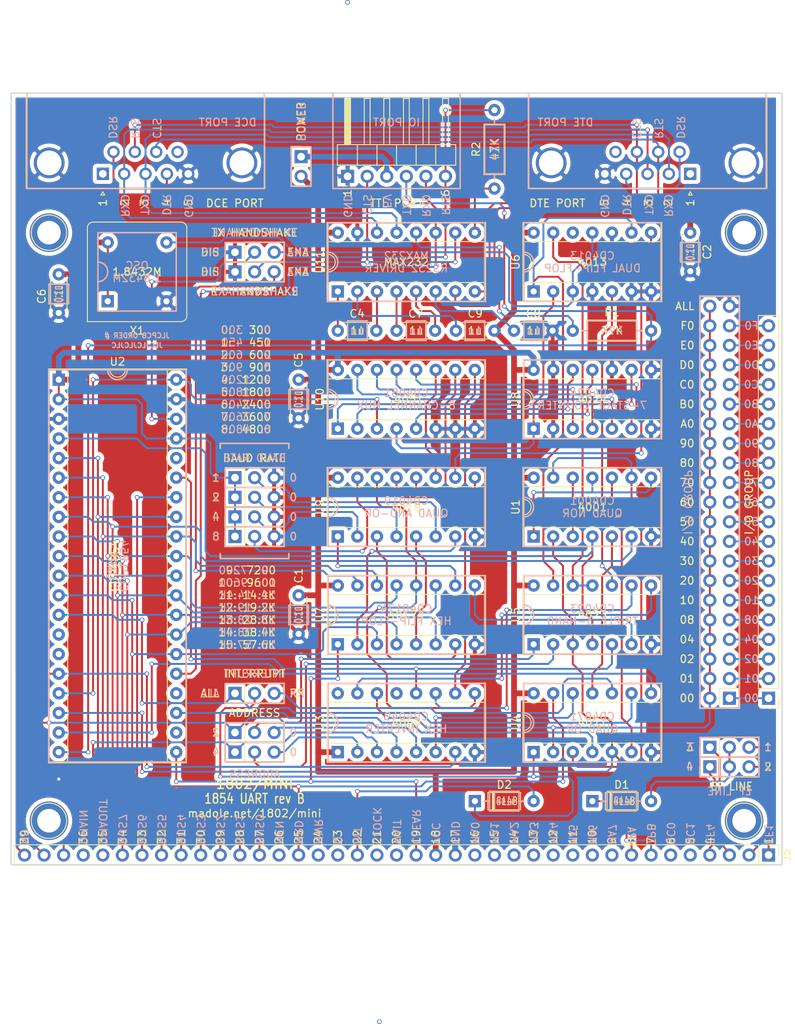
<source format=kicad_pcb>
(kicad_pcb (version 20171130) (host pcbnew "(5.1.8)-1")
  (layers (0 F.Cu signal) (31 B.Cu signal) (34 B.Paste user hide) (35 F.Paste user hide) (36 B.SilkS user) (37 F.SilkS user) (38 B.Mask user) (39 F.Mask user) (44 Edge.Cuts user))
  (net 0 "")
  (net 1 GND)
  (net 2 VCC)
  (net 3 TPA)
  (net 4 /BUS0)
  (net 5 /BUS1)
  (net 6 /BUS2)
  (net 7 /BUS3)
  (net 8 /BUS5)
  (net 9 /BUS6)
  (net 10 /BUS7)
  (net 11 "Net-(D1-Pad1)")
  (net 12 "Net-(JP2-Pad2)")
  (net 13 "Net-(JP6-Pad2)")
  (net 14 "Net-(JP7-Pad2)")
  (net 15 "Net-(JP8-Pad2)")
  (net 16 "Net-(JP9-Pad2)")
  (net 17 TPB)
  (net 18 N2)
  (net 19 N1)
  (net 20 N0)
  (net 21 "Net-(J6-Pad20)")
  (net 22 "Net-(J6-Pad19)")
  (net 23 "Net-(J6-Pad18)")
  (net 24 "Net-(J6-Pad17)")
  (net 25 "Net-(J6-Pad16)")
  (net 26 "Net-(J6-Pad15)")
  (net 27 "Net-(J6-Pad14)")
  (net 28 "Net-(J6-Pad13)")
  (net 29 "Net-(J6-Pad12)")
  (net 30 "Net-(J6-Pad11)")
  (net 31 "Net-(J6-Pad10)")
  (net 32 "Net-(J6-Pad9)")
  (net 33 "Net-(J6-Pad8)")
  (net 34 "Net-(J6-Pad7)")
  (net 35 "Net-(J6-Pad6)")
  (net 36 "Net-(J6-Pad5)")
  (net 37 "Net-(J6-Pad4)")
  (net 38 "Net-(J6-Pad3)")
  (net 39 "Net-(J6-Pad2)")
  (net 40 "Net-(J6-Pad1)")
  (net 41 "Net-(U10-Pad15)")
  (net 42 "Net-(U10-Pad10)")
  (net 43 "Net-(U10-Pad2)")
  (net 44 "Net-(JP13-Pad2)")
  (net 45 "Net-(D1-Pad2)")
  (net 46 ~INT)
  (net 47 "Net-(D2-Pad1)")
  (net 48 ~CLEAR)
  (net 49 BUS4)
  (net 50 "Net-(J8-Pad8)")
  (net 51 "Net-(J8-Pad7)")
  (net 52 "Net-(J8-Pad4)")
  (net 53 "Net-(J8-Pad3)")
  (net 54 "Net-(J8-Pad2)")
  (net 55 "Net-(J9-Pad4)")
  (net 56 "Net-(JP1-Pad3)")
  (net 57 "Net-(JP1-Pad2)")
  (net 58 ~EF1)
  (net 59 ~EF2)
  (net 60 ~EF3)
  (net 61 ~EF4)
  (net 62 "Net-(JP13-Pad3)")
  (net 63 "Net-(U1-Pad12)")
  (net 64 "Net-(U1-Pad5)")
  (net 65 "Net-(U1-Pad1)")
  (net 66 ~CS2)
  (net 67 "Net-(U1-Pad10)")
  (net 68 "Net-(U10-Pad3)")
  (net 69 CS3)
  (net 70 ~MRD)
  (net 71 CS1)
  (net 72 "Net-(U3-Pad6)")
  (net 73 "Net-(U3-Pad11)")
  (net 74 ~GROUP)
  (net 75 ~DA)
  (net 76 "Net-(U5-Pad13)")
  (net 77 LATCH)
  (net 78 "Net-(U5-Pad11)")
  (net 79 "Net-(U5-Pad10)")
  (net 80 "Net-(U6-Pad11)")
  (net 81 "Net-(U10-Pad4)")
  (net 82 "Net-(U6-Pad8)")
  (net 83 "Net-(U7-Pad7)")
  (net 84 "Net-(U7-Pad5)")
  (net 85 "Net-(U7-Pad10)")
  (net 86 "Net-(U7-Pad2)")
  (net 87 "Net-(U10-Pad5)")
  (net 88 "Net-(U10-Pad1)")
  (net 89 "Net-(U10-Pad12)")
  (net 90 "Net-(U10-Pad13)")
  (net 91 "Net-(U10-Pad14)")
  (net 92 "Net-(U10-Pad9)")
  (net 93 "Net-(U10-Pad11)")
  (net 94 "Net-(C8-Pad1)")
  (net 95 "Net-(C7-Pad2)")
  (net 96 "Net-(C7-Pad1)")
  (net 97 "Net-(C4-Pad2)")
  (net 98 "Net-(C9-Pad2)")
  (net 99 "Net-(C4-Pad1)")
  (net 100 "Net-(J10-Pad4)")
  (net 101 "Net-(J10-Pad3)")
  (net 102 "Net-(J10-Pad2)")
  (net 103 "Net-(R1-Pad1)")
  (net 104 ~UINT)
  (net 105 "Net-(JP10-Pad3)")
  (net 106 "Net-(U3-Pad15)")
  (net 107 "Net-(U3-Pad10)")
  (net 108 "Net-(U3-Pad9)")
  (net 109 "Net-(J10-Pad5)")
  (net 110 "Net-(J10-Pad6)")
  (net 111 "Net-(R2-Pad1)")
  (net 112 "Net-(JP5-Pad3)")
  (module Package_DIP:DIP-16_W7.62mm_Socket (layer F.Cu) (at 142.24 73.025 90)
    (fp_text reference U11 (at 3.81 -2.33 90) (layer F.SilkS))
    (fp_text value MAX232)
    (pad 16 thru_hole oval (at 7.62 0 90) (size 1.6 1.6) (drill 0.8) (layers *.Cu *.Mask) (net 2 VCC))
    (pad 8 thru_hole oval (at 0 17.78 90) (size 1.6 1.6) (drill 0.8) (layers *.Cu *.Mask) (net 51 "Net-(J8-Pad7)"))
    (pad 15 thru_hole oval (at 7.62 2.54 90) (size 1.6 1.6) (drill 0.8) (layers *.Cu *.Mask) (net 1 GND))
    (pad 7 thru_hole oval (at 0 15.24 90) (size 1.6 1.6) (drill 0.8) (layers *.Cu *.Mask) (net 50 "Net-(J8-Pad8)"))
    (pad 14 thru_hole oval (at 7.62 5.08 90) (size 1.6 1.6) (drill 0.8) (layers *.Cu *.Mask) (net 54 "Net-(J8-Pad2)"))
    (pad 6 thru_hole oval (at 0 12.7 90) (size 1.6 1.6) (drill 0.8) (layers *.Cu *.Mask) (net 94 "Net-(C8-Pad1)"))
    (pad 13 thru_hole oval (at 7.62 7.62 90) (size 1.6 1.6) (drill 0.8) (layers *.Cu *.Mask) (net 53 "Net-(J8-Pad3)"))
    (pad 5 thru_hole oval (at 0 10.16 90) (size 1.6 1.6) (drill 0.8) (layers *.Cu *.Mask) (net 95 "Net-(C7-Pad2)"))
    (pad 12 thru_hole oval (at 7.62 10.16 90) (size 1.6 1.6) (drill 0.8) (layers *.Cu *.Mask) (net 103 "Net-(R1-Pad1)"))
    (pad 4 thru_hole oval (at 0 7.62 90) (size 1.6 1.6) (drill 0.8) (layers *.Cu *.Mask) (net 96 "Net-(C7-Pad1)"))
    (pad 11 thru_hole oval (at 7.62 12.7 90) (size 1.6 1.6) (drill 0.8) (layers *.Cu *.Mask) (net 109 "Net-(J10-Pad5)"))
    (pad 3 thru_hole oval (at 0 5.08 90) (size 1.6 1.6) (drill 0.8) (layers *.Cu *.Mask) (net 97 "Net-(C4-Pad2)"))
    (pad 10 thru_hole oval (at 7.62 15.24 90) (size 1.6 1.6) (drill 0.8) (layers *.Cu *.Mask) (net 102 "Net-(J10-Pad2)"))
    (pad 2 thru_hole oval (at 0 2.54 90) (size 1.6 1.6) (drill 0.8) (layers *.Cu *.Mask) (net 98 "Net-(C9-Pad2)"))
    (pad 9 thru_hole oval (at 7.62 17.78 90) (size 1.6 1.6) (drill 0.8) (layers *.Cu *.Mask) (net 111 "Net-(R2-Pad1)"))
    (pad 1 thru_hole rect (at 0 0 90) (size 1.6 1.6) (drill 0.8) (layers *.Cu *.Mask) (net 99 "Net-(C4-Pad1)"))
  )
  (module Connector_PinHeader_2.54mm:PinHeader_1x06_P2.54mm_Horizontal (layer F.Cu) (at 143.51 58.1025 90)
    (fp_text reference J10 hide)
    (fp_text value TTL)
    (pad 6 thru_hole oval (at 0 12.7 90) (size 1.7 1.7) (drill 1) (layers *.Cu *.Mask) (net 110 "Net-(J10-Pad6)"))
    (pad 5 thru_hole oval (at 0 10.16 90) (size 1.7 1.7) (drill 1) (layers *.Cu *.Mask) (net 109 "Net-(J10-Pad5)"))
    (pad 4 thru_hole oval (at 0 7.62 90) (size 1.7 1.7) (drill 1) (layers *.Cu *.Mask) (net 100 "Net-(J10-Pad4)"))
    (pad 3 thru_hole oval (at 0 5.08 90) (size 1.7 1.7) (drill 1) (layers *.Cu *.Mask) (net 101 "Net-(J10-Pad3)"))
    (pad 2 thru_hole oval (at 0 2.54 90) (size 1.7 1.7) (drill 1) (layers *.Cu *.Mask) (net 102 "Net-(J10-Pad2)"))
    (pad 1 thru_hole rect (at 0 0 90) (size 1.7 1.7) (drill 1) (layers *.Cu *.Mask) (net 1 GND))
  )
  (module Resistor_THT:R_Axial_DIN0207_L6.3mm_D2.5mm_P10.16mm_Horizontal (layer F.Cu) (at 162.56 59.69 90)
    (fp_text reference R2 (at 5.08 -2.37 90) (layer F.SilkS))
    (fp_text value R)
    (pad 2 thru_hole oval (at 10.16 0 90) (size 1.6 1.6) (drill 0.8) (layers *.Cu *.Mask) (net 110 "Net-(J10-Pad6)"))
    (pad 1 thru_hole circle (at 0 0 90) (size 1.6 1.6) (drill 0.8) (layers *.Cu *.Mask) (net 111 "Net-(R2-Pad1)"))
  )
  (module Connector_PinHeader_2.54mm:PinHeader_1x02_P2.54mm_Vertical (layer F.Cu) (at 137.4775 55.5625)
    (fp_text reference JP11 hide)
    (fp_text value Jumper_2_Open)
    (pad 2 thru_hole oval (at 0 2.54) (size 1.7 1.7) (drill 1) (layers *.Cu *.Mask) (net 2 VCC))
    (pad 1 thru_hole rect (at 0 0) (size 1.7 1.7) (drill 1) (layers *.Cu *.Mask) (net 101 "Net-(J10-Pad3)"))
  )
  (module Package_DIP:DIP-14_W7.62mm_Socket (layer F.Cu) (at 167.64 73.025 90)
    (fp_text reference U6 (at 3.81 -2.33 90) (layer F.SilkS))
    (fp_text value 4013)
    (pad 14 thru_hole oval (at 7.62 0 90) (size 1.6 1.6) (drill 0.8) (layers *.Cu *.Mask) (net 2 VCC))
    (pad 7 thru_hole oval (at 0 15.24 90) (size 1.6 1.6) (drill 0.8) (layers *.Cu *.Mask) (net 1 GND))
    (pad 13 thru_hole oval (at 7.62 2.54 90) (size 1.6 1.6) (drill 0.8) (layers *.Cu *.Mask) (net 78 "Net-(U5-Pad11)"))
    (pad 6 thru_hole oval (at 0 12.7 90) (size 1.6 1.6) (drill 0.8) (layers *.Cu *.Mask) (net 1 GND))
    (pad 12 thru_hole oval (at 7.62 5.08 90) (size 1.6 1.6) (drill 0.8) (layers *.Cu *.Mask))
    (pad 5 thru_hole oval (at 0 10.16 90) (size 1.6 1.6) (drill 0.8) (layers *.Cu *.Mask) (net 79 "Net-(U5-Pad10)"))
    (pad 11 thru_hole oval (at 7.62 7.62 90) (size 1.6 1.6) (drill 0.8) (layers *.Cu *.Mask) (net 80 "Net-(U6-Pad11)"))
    (pad 4 thru_hole oval (at 0 7.62 90) (size 1.6 1.6) (drill 0.8) (layers *.Cu *.Mask) (net 1 GND))
    (pad 10 thru_hole oval (at 7.62 10.16 90) (size 1.6 1.6) (drill 0.8) (layers *.Cu *.Mask) (net 1 GND))
    (pad 3 thru_hole oval (at 0 5.08 90) (size 1.6 1.6) (drill 0.8) (layers *.Cu *.Mask) (net 80 "Net-(U6-Pad11)"))
    (pad 9 thru_hole oval (at 7.62 12.7 90) (size 1.6 1.6) (drill 0.8) (layers *.Cu *.Mask) (net 76 "Net-(U5-Pad13)"))
    (pad 2 thru_hole oval (at 0 2.54 90) (size 1.6 1.6) (drill 0.8) (layers *.Cu *.Mask) (net 81 "Net-(U10-Pad4)"))
    (pad 8 thru_hole oval (at 7.62 15.24 90) (size 1.6 1.6) (drill 0.8) (layers *.Cu *.Mask) (net 82 "Net-(U6-Pad8)"))
    (pad 1 thru_hole rect (at 0 0 90) (size 1.6 1.6) (drill 0.8) (layers *.Cu *.Mask) (net 76 "Net-(U5-Pad13)"))
  )
  (module Package_DIP:DIP-14_W7.62mm_Socket (layer F.Cu) (at 167.64 90.805 90)
    (fp_text reference U8 (at 3.81 -2.33 90) (layer F.SilkS))
    (fp_text value 4024)
    (pad 14 thru_hole oval (at 7.62 0 90) (size 1.6 1.6) (drill 0.8) (layers *.Cu *.Mask) (net 2 VCC))
    (pad 7 thru_hole oval (at 0 15.24 90) (size 1.6 1.6) (drill 0.8) (layers *.Cu *.Mask) (net 1 GND))
    (pad 13 thru_hole oval (at 7.62 2.54 90) (size 1.6 1.6) (drill 0.8) (layers *.Cu *.Mask) (net 1 GND))
    (pad 6 thru_hole oval (at 0 12.7 90) (size 1.6 1.6) (drill 0.8) (layers *.Cu *.Mask) (net 89 "Net-(U10-Pad12)"))
    (pad 12 thru_hole oval (at 7.62 5.08 90) (size 1.6 1.6) (drill 0.8) (layers *.Cu *.Mask) (net 43 "Net-(U10-Pad2)"))
    (pad 5 thru_hole oval (at 0 10.16 90) (size 1.6 1.6) (drill 0.8) (layers *.Cu *.Mask) (net 41 "Net-(U10-Pad15)"))
    (pad 11 thru_hole oval (at 7.62 7.62 90) (size 1.6 1.6) (drill 0.8) (layers *.Cu *.Mask) (net 87 "Net-(U10-Pad5)"))
    (pad 4 thru_hole oval (at 0 7.62 90) (size 1.6 1.6) (drill 0.8) (layers *.Cu *.Mask) (net 91 "Net-(U10-Pad14)"))
    (pad 10 thru_hole oval (at 7.62 10.16 90) (size 1.6 1.6) (drill 0.8) (layers *.Cu *.Mask) (net 1 GND))
    (pad 3 thru_hole oval (at 0 5.08 90) (size 1.6 1.6) (drill 0.8) (layers *.Cu *.Mask) (net 90 "Net-(U10-Pad13)"))
    (pad 9 thru_hole oval (at 7.62 12.7 90) (size 1.6 1.6) (drill 0.8) (layers *.Cu *.Mask) (net 88 "Net-(U10-Pad1)"))
    (pad 2 thru_hole oval (at 0 2.54 90) (size 1.6 1.6) (drill 0.8) (layers *.Cu *.Mask) (net 1 GND))
    (pad 8 thru_hole oval (at 7.62 15.24 90) (size 1.6 1.6) (drill 0.8) (layers *.Cu *.Mask) (net 1 GND))
    (pad 1 thru_hole rect (at 0 0 90) (size 1.6 1.6) (drill 0.8) (layers *.Cu *.Mask) (net 81 "Net-(U10-Pad4)"))
  )
  (module Package_DIP:DIP-40_W15.24mm_Socket (layer F.Cu) (at 106.045 84.455)
    (fp_text reference U2 (at 7.62 -2.33) (layer F.SilkS))
    (fp_text value CDP1854)
    (pad 40 thru_hole oval (at 15.24 0) (size 1.6 1.6) (drill 0.8) (layers *.Cu *.Mask) (net 68 "Net-(U10-Pad3)"))
    (pad 20 thru_hole oval (at 0 48.26) (size 1.6 1.6) (drill 0.8) (layers *.Cu *.Mask) (net 100 "Net-(J10-Pad4)"))
    (pad 39 thru_hole oval (at 15.24 2.54) (size 1.6 1.6) (drill 0.8) (layers *.Cu *.Mask) (net 1 GND))
    (pad 19 thru_hole oval (at 0 45.72) (size 1.6 1.6) (drill 0.8) (layers *.Cu *.Mask) (net 75 ~DA))
    (pad 38 thru_hole oval (at 15.24 5.08) (size 1.6 1.6) (drill 0.8) (layers *.Cu *.Mask) (net 12 "Net-(JP2-Pad2)"))
    (pad 18 thru_hole oval (at 0 43.18) (size 1.6 1.6) (drill 0.8) (layers *.Cu *.Mask) (net 17 TPB))
    (pad 37 thru_hole oval (at 15.24 7.62) (size 1.6 1.6) (drill 0.8) (layers *.Cu *.Mask) (net 2 VCC))
    (pad 17 thru_hole oval (at 0 40.64) (size 1.6 1.6) (drill 0.8) (layers *.Cu *.Mask) (net 68 "Net-(U10-Pad3)"))
    (pad 36 thru_hole oval (at 15.24 10.16) (size 1.6 1.6) (drill 0.8) (layers *.Cu *.Mask))
    (pad 16 thru_hole oval (at 0 38.1) (size 1.6 1.6) (drill 0.8) (layers *.Cu *.Mask) (net 20 N0))
    (pad 35 thru_hole oval (at 15.24 12.7) (size 1.6 1.6) (drill 0.8) (layers *.Cu *.Mask) (net 69 CS3))
    (pad 15 thru_hole oval (at 0 35.56) (size 1.6 1.6) (drill 0.8) (layers *.Cu *.Mask))
    (pad 34 thru_hole oval (at 15.24 15.24) (size 1.6 1.6) (drill 0.8) (layers *.Cu *.Mask) (net 70 ~MRD))
    (pad 14 thru_hole oval (at 0 33.02) (size 1.6 1.6) (drill 0.8) (layers *.Cu *.Mask))
    (pad 33 thru_hole oval (at 15.24 17.78) (size 1.6 1.6) (drill 0.8) (layers *.Cu *.Mask) (net 10 /BUS7))
    (pad 13 thru_hole oval (at 0 30.48) (size 1.6 1.6) (drill 0.8) (layers *.Cu *.Mask) (net 104 ~UINT))
    (pad 32 thru_hole oval (at 15.24 20.32) (size 1.6 1.6) (drill 0.8) (layers *.Cu *.Mask) (net 9 /BUS6))
    (pad 12 thru_hole oval (at 0 27.94) (size 1.6 1.6) (drill 0.8) (layers *.Cu *.Mask) (net 4 /BUS0))
    (pad 31 thru_hole oval (at 15.24 22.86) (size 1.6 1.6) (drill 0.8) (layers *.Cu *.Mask) (net 8 /BUS5))
    (pad 11 thru_hole oval (at 0 25.4) (size 1.6 1.6) (drill 0.8) (layers *.Cu *.Mask) (net 5 /BUS1))
    (pad 30 thru_hole oval (at 15.24 25.4) (size 1.6 1.6) (drill 0.8) (layers *.Cu *.Mask) (net 49 BUS4))
    (pad 10 thru_hole oval (at 0 22.86) (size 1.6 1.6) (drill 0.8) (layers *.Cu *.Mask) (net 6 /BUS2))
    (pad 29 thru_hole oval (at 15.24 27.94) (size 1.6 1.6) (drill 0.8) (layers *.Cu *.Mask) (net 7 /BUS3))
    (pad 9 thru_hole oval (at 0 20.32) (size 1.6 1.6) (drill 0.8) (layers *.Cu *.Mask) (net 7 /BUS3))
    (pad 28 thru_hole oval (at 15.24 30.48) (size 1.6 1.6) (drill 0.8) (layers *.Cu *.Mask) (net 6 /BUS2))
    (pad 8 thru_hole oval (at 0 17.78) (size 1.6 1.6) (drill 0.8) (layers *.Cu *.Mask) (net 49 BUS4))
    (pad 27 thru_hole oval (at 15.24 33.02) (size 1.6 1.6) (drill 0.8) (layers *.Cu *.Mask) (net 5 /BUS1))
    (pad 7 thru_hole oval (at 0 15.24) (size 1.6 1.6) (drill 0.8) (layers *.Cu *.Mask) (net 8 /BUS5))
    (pad 26 thru_hole oval (at 15.24 35.56) (size 1.6 1.6) (drill 0.8) (layers *.Cu *.Mask) (net 4 /BUS0))
    (pad 6 thru_hole oval (at 0 12.7) (size 1.6 1.6) (drill 0.8) (layers *.Cu *.Mask) (net 9 /BUS6))
    (pad 25 thru_hole oval (at 15.24 38.1) (size 1.6 1.6) (drill 0.8) (layers *.Cu *.Mask) (net 109 "Net-(J10-Pad5)"))
    (pad 5 thru_hole oval (at 0 10.16) (size 1.6 1.6) (drill 0.8) (layers *.Cu *.Mask) (net 10 /BUS7))
    (pad 24 thru_hole oval (at 15.24 40.64) (size 1.6 1.6) (drill 0.8) (layers *.Cu *.Mask))
    (pad 4 thru_hole oval (at 0 7.62) (size 1.6 1.6) (drill 0.8) (layers *.Cu *.Mask) (net 66 ~CS2))
    (pad 23 thru_hole oval (at 15.24 43.18) (size 1.6 1.6) (drill 0.8) (layers *.Cu *.Mask) (net 71 CS1))
    (pad 3 thru_hole oval (at 0 5.08) (size 1.6 1.6) (drill 0.8) (layers *.Cu *.Mask) (net 1 GND))
    (pad 22 thru_hole oval (at 15.24 45.72) (size 1.6 1.6) (drill 0.8) (layers *.Cu *.Mask))
    (pad 2 thru_hole oval (at 0 2.54) (size 1.6 1.6) (drill 0.8) (layers *.Cu *.Mask) (net 2 VCC))
    (pad 21 thru_hole oval (at 15.24 48.26) (size 1.6 1.6) (drill 0.8) (layers *.Cu *.Mask) (net 48 ~CLEAR))
    (pad 1 thru_hole rect (at 0 0) (size 1.6 1.6) (drill 0.8) (layers *.Cu *.Mask) (net 2 VCC))
  )
  (module Package_DIP:DIP-14_W7.62mm_Socket (layer F.Cu) (at 167.64 132.715 90)
    (fp_text reference U4 (at 3.81 -2.33 90) (layer F.SilkS))
    (fp_text value 4071)
    (pad 14 thru_hole oval (at 7.62 0 90) (size 1.6 1.6) (drill 0.8) (layers *.Cu *.Mask) (net 2 VCC))
    (pad 7 thru_hole oval (at 0 15.24 90) (size 1.6 1.6) (drill 0.8) (layers *.Cu *.Mask) (net 1 GND))
    (pad 13 thru_hole oval (at 7.62 2.54 90) (size 1.6 1.6) (drill 0.8) (layers *.Cu *.Mask) (net 70 ~MRD))
    (pad 6 thru_hole oval (at 0 12.7 90) (size 1.6 1.6) (drill 0.8) (layers *.Cu *.Mask) (net 67 "Net-(U1-Pad10)"))
    (pad 12 thru_hole oval (at 7.62 5.08 90) (size 1.6 1.6) (drill 0.8) (layers *.Cu *.Mask) (net 72 "Net-(U3-Pad6)"))
    (pad 5 thru_hole oval (at 0 10.16 90) (size 1.6 1.6) (drill 0.8) (layers *.Cu *.Mask) (net 17 TPB))
    (pad 11 thru_hole oval (at 7.62 7.62 90) (size 1.6 1.6) (drill 0.8) (layers *.Cu *.Mask) (net 64 "Net-(U1-Pad5)"))
    (pad 4 thru_hole oval (at 0 7.62 90) (size 1.6 1.6) (drill 0.8) (layers *.Cu *.Mask) (net 71 CS1))
    (pad 10 thru_hole oval (at 7.62 10.16 90) (size 1.6 1.6) (drill 0.8) (layers *.Cu *.Mask) (net 105 "Net-(JP10-Pad3)"))
    (pad 3 thru_hole oval (at 0 5.08 90) (size 1.6 1.6) (drill 0.8) (layers *.Cu *.Mask) (net 11 "Net-(D1-Pad1)"))
    (pad 9 thru_hole oval (at 7.62 12.7 90) (size 1.6 1.6) (drill 0.8) (layers *.Cu *.Mask) (net 104 ~UINT))
    (pad 2 thru_hole oval (at 0 2.54 90) (size 1.6 1.6) (drill 0.8) (layers *.Cu *.Mask) (net 74 ~GROUP))
    (pad 8 thru_hole oval (at 7.62 15.24 90) (size 1.6 1.6) (drill 0.8) (layers *.Cu *.Mask) (net 75 ~DA))
    (pad 1 thru_hole rect (at 0 0 90) (size 1.6 1.6) (drill 0.8) (layers *.Cu *.Mask) (net 47 "Net-(D2-Pad1)"))
  )
  (module Package_DIP:DIP-16_W7.62mm_Socket (layer F.Cu) (at 142.24 104.775 90)
    (fp_text reference U9 (at 3.81 -2.33 90) (layer F.SilkS))
    (fp_text value 4019)
    (pad 16 thru_hole oval (at 7.62 0 90) (size 1.6 1.6) (drill 0.8) (layers *.Cu *.Mask) (net 2 VCC))
    (pad 8 thru_hole oval (at 0 17.78 90) (size 1.6 1.6) (drill 0.8) (layers *.Cu *.Mask) (net 1 GND))
    (pad 15 thru_hole oval (at 7.62 2.54 90) (size 1.6 1.6) (drill 0.8) (layers *.Cu *.Mask) (net 13 "Net-(JP6-Pad2)"))
    (pad 7 thru_hole oval (at 0 15.24 90) (size 1.6 1.6) (drill 0.8) (layers *.Cu *.Mask) (net 86 "Net-(U7-Pad2)"))
    (pad 14 thru_hole oval (at 7.62 5.08 90) (size 1.6 1.6) (drill 0.8) (layers *.Cu *.Mask) (net 108 "Net-(U3-Pad9)"))
    (pad 6 thru_hole oval (at 0 12.7 90) (size 1.6 1.6) (drill 0.8) (layers *.Cu *.Mask) (net 16 "Net-(JP9-Pad2)"))
    (pad 13 thru_hole oval (at 7.62 7.62 90) (size 1.6 1.6) (drill 0.8) (layers *.Cu *.Mask) (net 92 "Net-(U10-Pad9)"))
    (pad 5 thru_hole oval (at 0 10.16 90) (size 1.6 1.6) (drill 0.8) (layers *.Cu *.Mask) (net 84 "Net-(U7-Pad5)"))
    (pad 12 thru_hole oval (at 7.62 10.16 90) (size 1.6 1.6) (drill 0.8) (layers *.Cu *.Mask) (net 42 "Net-(U10-Pad10)"))
    (pad 4 thru_hole oval (at 0 7.62 90) (size 1.6 1.6) (drill 0.8) (layers *.Cu *.Mask) (net 15 "Net-(JP8-Pad2)"))
    (pad 11 thru_hole oval (at 7.62 12.7 90) (size 1.6 1.6) (drill 0.8) (layers *.Cu *.Mask) (net 93 "Net-(U10-Pad11)"))
    (pad 3 thru_hole oval (at 0 5.08 90) (size 1.6 1.6) (drill 0.8) (layers *.Cu *.Mask) (net 83 "Net-(U7-Pad7)"))
    (pad 10 thru_hole oval (at 7.62 15.24 90) (size 1.6 1.6) (drill 0.8) (layers *.Cu *.Mask) (net 82 "Net-(U6-Pad8)"))
    (pad 2 thru_hole oval (at 0 2.54 90) (size 1.6 1.6) (drill 0.8) (layers *.Cu *.Mask) (net 14 "Net-(JP7-Pad2)"))
    (pad 9 thru_hole oval (at 7.62 17.78 90) (size 1.6 1.6) (drill 0.8) (layers *.Cu *.Mask) (net 107 "Net-(U3-Pad10)"))
    (pad 1 thru_hole rect (at 0 0 90) (size 1.6 1.6) (drill 0.8) (layers *.Cu *.Mask) (net 85 "Net-(U7-Pad10)"))
  )
  (module Connector_Dsub:DSUB-9_Male_Horizontal_P2.77x2.84mm_EdgePinOffset7.70mm_Housed_MountingHolesOffset9.12mm (layer F.Cu) (at 187.96 57.785 180)
    (fp_text reference J9 hide)
    (fp_text value DTE)
    (pad 0 thru_hole circle (at 18.04 1.42 180) (size 4 4) (drill 3.2) (layers *.Cu *.Mask) (net 1 GND))
    (pad 0 thru_hole circle (at -6.96 1.42 180) (size 4 4) (drill 3.2) (layers *.Cu *.Mask) (net 1 GND))
    (pad 9 thru_hole circle (at 9.695 2.84 180) (size 1.6 1.6) (drill 1) (layers *.Cu *.Mask))
    (pad 8 thru_hole circle (at 6.925 2.84 180) (size 1.6 1.6) (drill 1) (layers *.Cu *.Mask) (net 51 "Net-(J8-Pad7)"))
    (pad 7 thru_hole circle (at 4.155 2.84 180) (size 1.6 1.6) (drill 1) (layers *.Cu *.Mask) (net 50 "Net-(J8-Pad8)"))
    (pad 6 thru_hole circle (at 1.385 2.84 180) (size 1.6 1.6) (drill 1) (layers *.Cu *.Mask) (net 55 "Net-(J9-Pad4)"))
    (pad 5 thru_hole circle (at 11.08 0 180) (size 1.6 1.6) (drill 1) (layers *.Cu *.Mask) (net 1 GND))
    (pad 4 thru_hole circle (at 8.31 0 180) (size 1.6 1.6) (drill 1) (layers *.Cu *.Mask) (net 55 "Net-(J9-Pad4)"))
    (pad 3 thru_hole circle (at 5.54 0 180) (size 1.6 1.6) (drill 1) (layers *.Cu *.Mask) (net 54 "Net-(J8-Pad2)"))
    (pad 2 thru_hole circle (at 2.77 0 180) (size 1.6 1.6) (drill 1) (layers *.Cu *.Mask) (net 53 "Net-(J8-Pad3)"))
    (pad 1 thru_hole rect (at 0 0 180) (size 1.6 1.6) (drill 1) (layers *.Cu *.Mask))
  )
  (module Connector_Dsub:DSUB-9_Female_Horizontal_P2.77x2.84mm_EdgePinOffset7.70mm_Housed_MountingHolesOffset9.12mm (layer F.Cu) (at 111.76 57.785 180)
    (fp_text reference J8 hide)
    (fp_text value DCE)
    (pad 0 thru_hole circle (at 6.96 1.42 180) (size 4 4) (drill 3.2) (layers *.Cu *.Mask) (net 1 GND))
    (pad 0 thru_hole circle (at -18.04 1.42 180) (size 4 4) (drill 3.2) (layers *.Cu *.Mask) (net 1 GND))
    (pad 9 thru_hole circle (at -9.695 2.84 180) (size 1.6 1.6) (drill 1) (layers *.Cu *.Mask))
    (pad 8 thru_hole circle (at -6.925 2.84 180) (size 1.6 1.6) (drill 1) (layers *.Cu *.Mask) (net 50 "Net-(J8-Pad8)"))
    (pad 7 thru_hole circle (at -4.155 2.84 180) (size 1.6 1.6) (drill 1) (layers *.Cu *.Mask) (net 51 "Net-(J8-Pad7)"))
    (pad 6 thru_hole circle (at -1.385 2.84 180) (size 1.6 1.6) (drill 1) (layers *.Cu *.Mask) (net 52 "Net-(J8-Pad4)"))
    (pad 5 thru_hole circle (at -11.08 0 180) (size 1.6 1.6) (drill 1) (layers *.Cu *.Mask) (net 1 GND))
    (pad 4 thru_hole circle (at -8.31 0 180) (size 1.6 1.6) (drill 1) (layers *.Cu *.Mask) (net 52 "Net-(J8-Pad4)"))
    (pad 3 thru_hole circle (at -5.54 0 180) (size 1.6 1.6) (drill 1) (layers *.Cu *.Mask) (net 53 "Net-(J8-Pad3)"))
    (pad 2 thru_hole circle (at -2.77 0 180) (size 1.6 1.6) (drill 1) (layers *.Cu *.Mask) (net 54 "Net-(J8-Pad2)"))
    (pad 1 thru_hole rect (at 0 0 180) (size 1.6 1.6) (drill 1) (layers *.Cu *.Mask))
  )
  (module Connector_PinHeader_2.54mm:PinHeader_1x03_P2.54mm_Vertical (layer F.Cu) (at 128.905 125.095 90)
    (fp_text reference JP10 hide)
    (fp_text value INT_SRC hide)
    (pad 3 thru_hole oval (at 0 5.08 90) (size 1.7 1.7) (drill 1) (layers *.Cu *.Mask) (net 105 "Net-(JP10-Pad3)"))
    (pad 2 thru_hole oval (at 0 2.54 90) (size 1.7 1.7) (drill 1) (layers *.Cu *.Mask) (net 47 "Net-(D2-Pad1)"))
    (pad 1 thru_hole rect (at 0 0 90) (size 1.7 1.7) (drill 1) (layers *.Cu *.Mask) (net 104 ~UINT))
  )
  (module Resistor_THT:R_Axial_DIN0207_L6.3mm_D2.5mm_P10.16mm_Horizontal (layer F.Cu) (at 172.72 78.105)
    (fp_text reference R1 (at 5.08 -2.37) (layer F.SilkS))
    (fp_text value R)
    (pad 2 thru_hole oval (at 10.16 0) (size 1.6 1.6) (drill 0.8) (layers *.Cu *.Mask) (net 100 "Net-(J10-Pad4)"))
    (pad 1 thru_hole circle (at 0 0) (size 1.6 1.6) (drill 0.8) (layers *.Cu *.Mask) (net 103 "Net-(R1-Pad1)"))
  )
  (module Capacitor_THT:C_Disc_D4.3mm_W1.9mm_P5.00mm (layer F.Cu) (at 162.56 78.105 180)
    (fp_text reference C9 (at 2.5 2.2225) (layer F.SilkS))
    (fp_text value 1uF)
    (pad 2 thru_hole circle (at 5 0 180) (size 1.6 1.6) (drill 0.8) (layers *.Cu *.Mask) (net 98 "Net-(C9-Pad2)"))
    (pad 1 thru_hole circle (at 0 0 180) (size 1.6 1.6) (drill 0.8) (layers *.Cu *.Mask) (net 2 VCC))
  )
  (module Capacitor_THT:C_Disc_D4.3mm_W1.9mm_P5.00mm (layer F.Cu) (at 165.1 78.105)
    (fp_text reference C8 (at 2.5 -2.2) (layer F.SilkS))
    (fp_text value 1uF)
    (pad 2 thru_hole circle (at 5 0) (size 1.6 1.6) (drill 0.8) (layers *.Cu *.Mask) (net 1 GND))
    (pad 1 thru_hole circle (at 0 0) (size 1.6 1.6) (drill 0.8) (layers *.Cu *.Mask) (net 94 "Net-(C8-Pad1)"))
  )
  (module Capacitor_THT:C_Disc_D4.3mm_W1.9mm_P5.00mm (layer F.Cu) (at 149.86 78.105)
    (fp_text reference C7 (at 2.5 -2.2) (layer F.SilkS))
    (fp_text value 1uF)
    (pad 2 thru_hole circle (at 5 0) (size 1.6 1.6) (drill 0.8) (layers *.Cu *.Mask) (net 95 "Net-(C7-Pad2)"))
    (pad 1 thru_hole circle (at 0 0) (size 1.6 1.6) (drill 0.8) (layers *.Cu *.Mask) (net 96 "Net-(C7-Pad1)"))
  )
  (module Capacitor_THT:C_Disc_D4.3mm_W1.9mm_P5.00mm (layer F.Cu) (at 106.045 70.8025 270)
    (fp_text reference C6 (at 2.8575 2.2225 90) (layer F.SilkS))
    (fp_text value 0.1u)
    (pad 2 thru_hole circle (at 5 0 270) (size 1.6 1.6) (drill 0.8) (layers *.Cu *.Mask) (net 1 GND))
    (pad 1 thru_hole circle (at 0 0 270) (size 1.6 1.6) (drill 0.8) (layers *.Cu *.Mask) (net 2 VCC))
  )
  (module Capacitor_THT:C_Disc_D4.3mm_W1.9mm_P5.00mm (layer F.Cu) (at 137.16 84.455 270)
    (fp_text reference C5 (at -2.54 0 90) (layer F.SilkS))
    (fp_text value 0.1u)
    (pad 2 thru_hole circle (at 5 0 270) (size 1.6 1.6) (drill 0.8) (layers *.Cu *.Mask) (net 1 GND))
    (pad 1 thru_hole circle (at 0 0 270) (size 1.6 1.6) (drill 0.8) (layers *.Cu *.Mask) (net 2 VCC))
  )
  (module Capacitor_THT:C_Disc_D4.3mm_W1.9mm_P5.00mm (layer F.Cu) (at 142.24 78.105)
    (fp_text reference C4 (at 2.5 -2.2) (layer F.SilkS))
    (fp_text value 1uF)
    (pad 2 thru_hole circle (at 5 0) (size 1.6 1.6) (drill 0.8) (layers *.Cu *.Mask) (net 97 "Net-(C4-Pad2)"))
    (pad 1 thru_hole circle (at 0 0) (size 1.6 1.6) (drill 0.8) (layers *.Cu *.Mask) (net 99 "Net-(C4-Pad1)"))
  )
  (module Capacitor_THT:C_Disc_D4.3mm_W1.9mm_P5.00mm (layer F.Cu) (at 187.96 65.405 270)
    (fp_text reference C2 (at 2.5 -2.2 90) (layer F.SilkS))
    (fp_text value 0.1u)
    (pad 2 thru_hole circle (at 5 0 270) (size 1.6 1.6) (drill 0.8) (layers *.Cu *.Mask) (net 1 GND))
    (pad 1 thru_hole circle (at 0 0 270) (size 1.6 1.6) (drill 0.8) (layers *.Cu *.Mask) (net 2 VCC))
  )
  (module Capacitor_THT:C_Disc_D4.3mm_W1.9mm_P5.00mm (layer F.Cu) (at 137.16 112.395 270)
    (fp_text reference C1 (at -2.54 0 90) (layer F.SilkS))
    (fp_text value 0.1u)
    (pad 2 thru_hole circle (at 5 0 270) (size 1.6 1.6) (drill 0.8) (layers *.Cu *.Mask) (net 1 GND))
    (pad 1 thru_hole circle (at 0 0 270) (size 1.6 1.6) (drill 0.8) (layers *.Cu *.Mask) (net 2 VCC))
  )
  (module Connector_PinHeader_2.54mm:PinHeader_1x39_P2.54mm_Vertical (layer F.Cu) (at 198.12 146.05 270)
    (fp_text reference J5 (at 0 -2.33 90) (layer F.SilkS))
    (fp_text value Expansion)
    (pad 39 thru_hole oval (at 0 96.52 270) (size 1.7 1.7) (drill 1) (layers *.Cu *.Mask) (net 20 N0))
    (pad 38 thru_hole oval (at 0 93.98 270) (size 1.7 1.7) (drill 1) (layers *.Cu *.Mask) (net 19 N1))
    (pad 37 thru_hole oval (at 0 91.44 270) (size 1.7 1.7) (drill 1) (layers *.Cu *.Mask) (net 18 N2))
    (pad 36 thru_hole oval (at 0 88.9 270) (size 1.7 1.7) (drill 1) (layers *.Cu *.Mask))
    (pad 35 thru_hole oval (at 0 86.36 270) (size 1.7 1.7) (drill 1) (layers *.Cu *.Mask))
    (pad 34 thru_hole oval (at 0 83.82 270) (size 1.7 1.7) (drill 1) (layers *.Cu *.Mask) (net 10 /BUS7))
    (pad 33 thru_hole oval (at 0 81.28 270) (size 1.7 1.7) (drill 1) (layers *.Cu *.Mask) (net 9 /BUS6))
    (pad 32 thru_hole oval (at 0 78.74 270) (size 1.7 1.7) (drill 1) (layers *.Cu *.Mask) (net 8 /BUS5))
    (pad 31 thru_hole oval (at 0 76.2 270) (size 1.7 1.7) (drill 1) (layers *.Cu *.Mask) (net 49 BUS4))
    (pad 30 thru_hole oval (at 0 73.66 270) (size 1.7 1.7) (drill 1) (layers *.Cu *.Mask) (net 7 /BUS3))
    (pad 29 thru_hole oval (at 0 71.12 270) (size 1.7 1.7) (drill 1) (layers *.Cu *.Mask) (net 6 /BUS2))
    (pad 28 thru_hole oval (at 0 68.58 270) (size 1.7 1.7) (drill 1) (layers *.Cu *.Mask) (net 5 /BUS1))
    (pad 27 thru_hole oval (at 0 66.04 270) (size 1.7 1.7) (drill 1) (layers *.Cu *.Mask) (net 4 /BUS0))
    (pad 26 thru_hole oval (at 0 63.5 270) (size 1.7 1.7) (drill 1) (layers *.Cu *.Mask))
    (pad 25 thru_hole oval (at 0 60.96 270) (size 1.7 1.7) (drill 1) (layers *.Cu *.Mask) (net 70 ~MRD))
    (pad 24 thru_hole oval (at 0 58.42 270) (size 1.7 1.7) (drill 1) (layers *.Cu *.Mask))
    (pad 23 thru_hole oval (at 0 55.88 270) (size 1.7 1.7) (drill 1) (layers *.Cu *.Mask))
    (pad 22 thru_hole oval (at 0 53.34 270) (size 1.7 1.7) (drill 1) (layers *.Cu *.Mask) (net 46 ~INT))
    (pad 21 thru_hole oval (at 0 50.8 270) (size 1.7 1.7) (drill 1) (layers *.Cu *.Mask))
    (pad 20 thru_hole oval (at 0 48.26 270) (size 1.7 1.7) (drill 1) (layers *.Cu *.Mask))
    (pad 19 thru_hole oval (at 0 45.72 270) (size 1.7 1.7) (drill 1) (layers *.Cu *.Mask) (net 48 ~CLEAR))
    (pad 18 thru_hole oval (at 0 43.18 270) (size 1.7 1.7) (drill 1) (layers *.Cu *.Mask) (net 2 VCC))
    (pad 17 thru_hole oval (at 0 40.64 270) (size 1.7 1.7) (drill 1) (layers *.Cu *.Mask) (net 1 GND))
    (pad 16 thru_hole oval (at 0 38.1 270) (size 1.7 1.7) (drill 1) (layers *.Cu *.Mask))
    (pad 15 thru_hole oval (at 0 35.56 270) (size 1.7 1.7) (drill 1) (layers *.Cu *.Mask))
    (pad 14 thru_hole oval (at 0 33.02 270) (size 1.7 1.7) (drill 1) (layers *.Cu *.Mask))
    (pad 13 thru_hole oval (at 0 30.48 270) (size 1.7 1.7) (drill 1) (layers *.Cu *.Mask))
    (pad 12 thru_hole oval (at 0 27.94 270) (size 1.7 1.7) (drill 1) (layers *.Cu *.Mask))
    (pad 11 thru_hole oval (at 0 25.4 270) (size 1.7 1.7) (drill 1) (layers *.Cu *.Mask))
    (pad 10 thru_hole oval (at 0 22.86 270) (size 1.7 1.7) (drill 1) (layers *.Cu *.Mask))
    (pad 9 thru_hole oval (at 0 20.32 270) (size 1.7 1.7) (drill 1) (layers *.Cu *.Mask))
    (pad 8 thru_hole oval (at 0 17.78 270) (size 1.7 1.7) (drill 1) (layers *.Cu *.Mask) (net 3 TPA))
    (pad 7 thru_hole oval (at 0 15.24 270) (size 1.7 1.7) (drill 1) (layers *.Cu *.Mask) (net 17 TPB))
    (pad 6 thru_hole oval (at 0 12.7 270) (size 1.7 1.7) (drill 1) (layers *.Cu *.Mask))
    (pad 5 thru_hole oval (at 0 10.16 270) (size 1.7 1.7) (drill 1) (layers *.Cu *.Mask))
    (pad 4 thru_hole oval (at 0 7.62 270) (size 1.7 1.7) (drill 1) (layers *.Cu *.Mask) (net 61 ~EF4))
    (pad 3 thru_hole oval (at 0 5.08 270) (size 1.7 1.7) (drill 1) (layers *.Cu *.Mask) (net 60 ~EF3))
    (pad 2 thru_hole oval (at 0 2.54 270) (size 1.7 1.7) (drill 1) (layers *.Cu *.Mask) (net 59 ~EF2))
    (pad 1 thru_hole rect (at 0 0 270) (size 1.7 1.7) (drill 1) (layers *.Cu *.Mask) (net 58 ~EF1))
  )
  (module Oscillator:Oscillator_DIP-8 (layer F.Cu) (at 112.395 74.295)
    (fp_text reference X1 (at 3.81 3.81) (layer F.SilkS))
    (fp_text value 1.8432)
    (pad 4 thru_hole circle (at 7.62 0) (size 1.6 1.6) (drill 0.8) (layers *.Cu *.Mask) (net 1 GND))
    (pad 5 thru_hole circle (at 7.62 -7.62) (size 1.6 1.6) (drill 0.8) (layers *.Cu *.Mask) (net 80 "Net-(U6-Pad11)"))
    (pad 8 thru_hole circle (at 0 -7.62) (size 1.6 1.6) (drill 0.8) (layers *.Cu *.Mask) (net 2 VCC))
    (pad 1 thru_hole rect (at 0 0) (size 1.6 1.6) (drill 0.8) (layers *.Cu *.Mask) (net 2 VCC))
  )
  (module Connector_PinHeader_2.54mm:PinHeader_1x03_P2.54mm_Vertical (layer F.Cu) (at 128.905 97.155 90)
    (fp_text reference JP9 hide)
    (fp_text value BR1 hide)
    (pad 3 thru_hole oval (at 0 5.08 90) (size 1.7 1.7) (drill 1) (layers *.Cu *.Mask) (net 1 GND))
    (pad 2 thru_hole oval (at 0 2.54 90) (size 1.7 1.7) (drill 1) (layers *.Cu *.Mask) (net 16 "Net-(JP9-Pad2)"))
    (pad 1 thru_hole rect (at 0 0 90) (size 1.7 1.7) (drill 1) (layers *.Cu *.Mask) (net 2 VCC))
  )
  (module Connector_PinHeader_2.54mm:PinHeader_1x03_P2.54mm_Vertical (layer F.Cu) (at 128.905 99.695 90)
    (fp_text reference JP8 hide)
    (fp_text value BR2 hide)
    (pad 3 thru_hole oval (at 0 5.08 90) (size 1.7 1.7) (drill 1) (layers *.Cu *.Mask) (net 1 GND))
    (pad 2 thru_hole oval (at 0 2.54 90) (size 1.7 1.7) (drill 1) (layers *.Cu *.Mask) (net 15 "Net-(JP8-Pad2)"))
    (pad 1 thru_hole rect (at 0 0 90) (size 1.7 1.7) (drill 1) (layers *.Cu *.Mask) (net 2 VCC))
  )
  (module Connector_PinHeader_2.54mm:PinHeader_1x03_P2.54mm_Vertical (layer F.Cu) (at 128.905 102.235 90)
    (fp_text reference JP7 hide)
    (fp_text value BR4 hide)
    (pad 3 thru_hole oval (at 0 5.08 90) (size 1.7 1.7) (drill 1) (layers *.Cu *.Mask) (net 1 GND))
    (pad 2 thru_hole oval (at 0 2.54 90) (size 1.7 1.7) (drill 1) (layers *.Cu *.Mask) (net 14 "Net-(JP7-Pad2)"))
    (pad 1 thru_hole rect (at 0 0 90) (size 1.7 1.7) (drill 1) (layers *.Cu *.Mask) (net 2 VCC))
  )
  (module Connector_PinHeader_2.54mm:PinHeader_1x03_P2.54mm_Vertical (layer F.Cu) (at 128.905 104.775 90)
    (fp_text reference JP6 hide)
    (fp_text value BR8 hide)
    (pad 3 thru_hole oval (at 0 5.08 90) (size 1.7 1.7) (drill 1) (layers *.Cu *.Mask) (net 1 GND))
    (pad 2 thru_hole oval (at 0 2.54 90) (size 1.7 1.7) (drill 1) (layers *.Cu *.Mask) (net 13 "Net-(JP6-Pad2)"))
    (pad 1 thru_hole rect (at 0 0 90) (size 1.7 1.7) (drill 1) (layers *.Cu *.Mask) (net 2 VCC))
  )
  (module Package_DIP:DIP-16_W7.62mm_Socket (layer F.Cu) (at 142.24 90.805 90)
    (fp_text reference U10 (at 3.81 -2.33 90) (layer F.SilkS))
    (fp_text value 4051)
    (pad 16 thru_hole oval (at 7.62 0 90) (size 1.6 1.6) (drill 0.8) (layers *.Cu *.Mask) (net 2 VCC))
    (pad 8 thru_hole oval (at 0 17.78 90) (size 1.6 1.6) (drill 0.8) (layers *.Cu *.Mask) (net 1 GND))
    (pad 15 thru_hole oval (at 7.62 2.54 90) (size 1.6 1.6) (drill 0.8) (layers *.Cu *.Mask) (net 41 "Net-(U10-Pad15)"))
    (pad 7 thru_hole oval (at 0 15.24 90) (size 1.6 1.6) (drill 0.8) (layers *.Cu *.Mask) (net 1 GND))
    (pad 14 thru_hole oval (at 7.62 5.08 90) (size 1.6 1.6) (drill 0.8) (layers *.Cu *.Mask) (net 91 "Net-(U10-Pad14)"))
    (pad 6 thru_hole oval (at 0 12.7 90) (size 1.6 1.6) (drill 0.8) (layers *.Cu *.Mask) (net 1 GND))
    (pad 13 thru_hole oval (at 7.62 7.62 90) (size 1.6 1.6) (drill 0.8) (layers *.Cu *.Mask) (net 90 "Net-(U10-Pad13)"))
    (pad 5 thru_hole oval (at 0 10.16 90) (size 1.6 1.6) (drill 0.8) (layers *.Cu *.Mask) (net 87 "Net-(U10-Pad5)"))
    (pad 12 thru_hole oval (at 7.62 10.16 90) (size 1.6 1.6) (drill 0.8) (layers *.Cu *.Mask) (net 89 "Net-(U10-Pad12)"))
    (pad 4 thru_hole oval (at 0 7.62 90) (size 1.6 1.6) (drill 0.8) (layers *.Cu *.Mask) (net 81 "Net-(U10-Pad4)"))
    (pad 11 thru_hole oval (at 7.62 12.7 90) (size 1.6 1.6) (drill 0.8) (layers *.Cu *.Mask) (net 93 "Net-(U10-Pad11)"))
    (pad 3 thru_hole oval (at 0 5.08 90) (size 1.6 1.6) (drill 0.8) (layers *.Cu *.Mask) (net 68 "Net-(U10-Pad3)"))
    (pad 10 thru_hole oval (at 7.62 15.24 90) (size 1.6 1.6) (drill 0.8) (layers *.Cu *.Mask) (net 42 "Net-(U10-Pad10)"))
    (pad 2 thru_hole oval (at 0 2.54 90) (size 1.6 1.6) (drill 0.8) (layers *.Cu *.Mask) (net 43 "Net-(U10-Pad2)"))
    (pad 9 thru_hole oval (at 7.62 17.78 90) (size 1.6 1.6) (drill 0.8) (layers *.Cu *.Mask) (net 92 "Net-(U10-Pad9)"))
    (pad 1 thru_hole rect (at 0 0 90) (size 1.6 1.6) (drill 0.8) (layers *.Cu *.Mask) (net 88 "Net-(U10-Pad1)"))
  )
  (module Package_DIP:DIP-16_W7.62mm_Socket (layer F.Cu) (at 142.24 118.745 90)
    (fp_text reference U7 (at 3.81 -2.33 90) (layer F.SilkS))
    (fp_text value 74LS174)
    (pad 16 thru_hole oval (at 7.62 0 90) (size 1.6 1.6) (drill 0.8) (layers *.Cu *.Mask) (net 2 VCC))
    (pad 8 thru_hole oval (at 0 17.78 90) (size 1.6 1.6) (drill 0.8) (layers *.Cu *.Mask) (net 1 GND))
    (pad 15 thru_hole oval (at 7.62 2.54 90) (size 1.6 1.6) (drill 0.8) (layers *.Cu *.Mask) (net 112 "Net-(JP5-Pad3)"))
    (pad 7 thru_hole oval (at 0 15.24 90) (size 1.6 1.6) (drill 0.8) (layers *.Cu *.Mask) (net 83 "Net-(U7-Pad7)"))
    (pad 14 thru_hole oval (at 7.62 5.08 90) (size 1.6 1.6) (drill 0.8) (layers *.Cu *.Mask) (net 9 /BUS6))
    (pad 6 thru_hole oval (at 0 12.7 90) (size 1.6 1.6) (drill 0.8) (layers *.Cu *.Mask) (net 6 /BUS2))
    (pad 13 thru_hole oval (at 7.62 7.62 90) (size 1.6 1.6) (drill 0.8) (layers *.Cu *.Mask) (net 8 /BUS5))
    (pad 5 thru_hole oval (at 0 10.16 90) (size 1.6 1.6) (drill 0.8) (layers *.Cu *.Mask) (net 84 "Net-(U7-Pad5)"))
    (pad 12 thru_hole oval (at 7.62 10.16 90) (size 1.6 1.6) (drill 0.8) (layers *.Cu *.Mask) (net 108 "Net-(U3-Pad9)"))
    (pad 4 thru_hole oval (at 0 7.62 90) (size 1.6 1.6) (drill 0.8) (layers *.Cu *.Mask) (net 5 /BUS1))
    (pad 11 thru_hole oval (at 7.62 12.7 90) (size 1.6 1.6) (drill 0.8) (layers *.Cu *.Mask) (net 7 /BUS3))
    (pad 3 thru_hole oval (at 0 5.08 90) (size 1.6 1.6) (drill 0.8) (layers *.Cu *.Mask) (net 4 /BUS0))
    (pad 10 thru_hole oval (at 7.62 15.24 90) (size 1.6 1.6) (drill 0.8) (layers *.Cu *.Mask) (net 85 "Net-(U7-Pad10)"))
    (pad 2 thru_hole oval (at 0 2.54 90) (size 1.6 1.6) (drill 0.8) (layers *.Cu *.Mask) (net 86 "Net-(U7-Pad2)"))
    (pad 9 thru_hole oval (at 7.62 17.78 90) (size 1.6 1.6) (drill 0.8) (layers *.Cu *.Mask) (net 77 LATCH))
    (pad 1 thru_hole rect (at 0 0 90) (size 1.6 1.6) (drill 0.8) (layers *.Cu *.Mask) (net 48 ~CLEAR))
  )
  (module Package_DIP:DIP-14_W7.62mm_Socket (layer F.Cu) (at 167.64 118.745 90)
    (fp_text reference U5 (at 3.81 -2.33 90) (layer F.SilkS))
    (fp_text value 4023)
    (pad 14 thru_hole oval (at 7.62 0 90) (size 1.6 1.6) (drill 0.8) (layers *.Cu *.Mask) (net 2 VCC))
    (pad 7 thru_hole oval (at 0 15.24 90) (size 1.6 1.6) (drill 0.8) (layers *.Cu *.Mask) (net 1 GND))
    (pad 13 thru_hole oval (at 7.62 2.54 90) (size 1.6 1.6) (drill 0.8) (layers *.Cu *.Mask) (net 76 "Net-(U5-Pad13)"))
    (pad 6 thru_hole oval (at 0 12.7 90) (size 1.6 1.6) (drill 0.8) (layers *.Cu *.Mask) (net 77 LATCH))
    (pad 12 thru_hole oval (at 7.62 5.08 90) (size 1.6 1.6) (drill 0.8) (layers *.Cu *.Mask) (net 78 "Net-(U5-Pad11)"))
    (pad 5 thru_hole oval (at 0 10.16 90) (size 1.6 1.6) (drill 0.8) (layers *.Cu *.Mask) (net 69 CS3))
    (pad 11 thru_hole oval (at 7.62 7.62 90) (size 1.6 1.6) (drill 0.8) (layers *.Cu *.Mask) (net 78 "Net-(U5-Pad11)"))
    (pad 4 thru_hole oval (at 0 7.62 90) (size 1.6 1.6) (drill 0.8) (layers *.Cu *.Mask) (net 66 ~CS2))
    (pad 10 thru_hole oval (at 7.62 10.16 90) (size 1.6 1.6) (drill 0.8) (layers *.Cu *.Mask) (net 79 "Net-(U5-Pad10)"))
    (pad 3 thru_hole oval (at 0 5.08 90) (size 1.6 1.6) (drill 0.8) (layers *.Cu *.Mask) (net 17 TPB))
    (pad 9 thru_hole oval (at 7.62 12.7 90) (size 1.6 1.6) (drill 0.8) (layers *.Cu *.Mask) (net 73 "Net-(U3-Pad11)"))
    (pad 2 thru_hole oval (at 0 2.54 90) (size 1.6 1.6) (drill 0.8) (layers *.Cu *.Mask) (net 57 "Net-(JP1-Pad2)"))
    (pad 8 thru_hole oval (at 7.62 15.24 90) (size 1.6 1.6) (drill 0.8) (layers *.Cu *.Mask) (net 106 "Net-(U3-Pad15)"))
    (pad 1 thru_hole rect (at 0 0 90) (size 1.6 1.6) (drill 0.8) (layers *.Cu *.Mask) (net 44 "Net-(JP13-Pad2)"))
  )
  (module Package_DIP:DIP-16_W7.62mm_Socket (layer F.Cu) (at 142.24 132.715 90)
    (fp_text reference U3 (at 3.81 -2.33 90) (layer F.SilkS))
    (fp_text value 4049)
    (pad 16 thru_hole oval (at 7.62 0 90) (size 1.6 1.6) (drill 0.8) (layers *.Cu *.Mask))
    (pad 8 thru_hole oval (at 0 17.78 90) (size 1.6 1.6) (drill 0.8) (layers *.Cu *.Mask) (net 1 GND))
    (pad 15 thru_hole oval (at 7.62 2.54 90) (size 1.6 1.6) (drill 0.8) (layers *.Cu *.Mask) (net 106 "Net-(U3-Pad15)"))
    (pad 7 thru_hole oval (at 0 15.24 90) (size 1.6 1.6) (drill 0.8) (layers *.Cu *.Mask) (net 20 N0))
    (pad 14 thru_hole oval (at 7.62 5.08 90) (size 1.6 1.6) (drill 0.8) (layers *.Cu *.Mask) (net 74 ~GROUP))
    (pad 6 thru_hole oval (at 0 12.7 90) (size 1.6 1.6) (drill 0.8) (layers *.Cu *.Mask) (net 72 "Net-(U3-Pad6)"))
    (pad 13 thru_hole oval (at 7.62 7.62 90) (size 1.6 1.6) (drill 0.8) (layers *.Cu *.Mask))
    (pad 5 thru_hole oval (at 0 10.16 90) (size 1.6 1.6) (drill 0.8) (layers *.Cu *.Mask) (net 19 N1))
    (pad 12 thru_hole oval (at 7.62 10.16 90) (size 1.6 1.6) (drill 0.8) (layers *.Cu *.Mask) (net 69 CS3))
    (pad 4 thru_hole oval (at 0 7.62 90) (size 1.6 1.6) (drill 0.8) (layers *.Cu *.Mask) (net 62 "Net-(JP13-Pad3)"))
    (pad 11 thru_hole oval (at 7.62 12.7 90) (size 1.6 1.6) (drill 0.8) (layers *.Cu *.Mask) (net 73 "Net-(U3-Pad11)"))
    (pad 3 thru_hole oval (at 0 5.08 90) (size 1.6 1.6) (drill 0.8) (layers *.Cu *.Mask) (net 18 N2))
    (pad 10 thru_hole oval (at 7.62 15.24 90) (size 1.6 1.6) (drill 0.8) (layers *.Cu *.Mask) (net 107 "Net-(U3-Pad10)"))
    (pad 2 thru_hole oval (at 0 2.54 90) (size 1.6 1.6) (drill 0.8) (layers *.Cu *.Mask) (net 56 "Net-(JP1-Pad3)"))
    (pad 9 thru_hole oval (at 7.62 17.78 90) (size 1.6 1.6) (drill 0.8) (layers *.Cu *.Mask) (net 108 "Net-(U3-Pad9)"))
    (pad 1 thru_hole rect (at 0 0 90) (size 1.6 1.6) (drill 0.8) (layers *.Cu *.Mask) (net 2 VCC))
  )
  (module Package_DIP:DIP-14_W7.62mm_Socket (layer F.Cu) (at 167.64 104.775 90)
    (fp_text reference U1 (at 3.81 -2.33 90) (layer F.SilkS))
    (fp_text value 4001)
    (pad 14 thru_hole oval (at 7.62 0 90) (size 1.6 1.6) (drill 0.8) (layers *.Cu *.Mask) (net 2 VCC))
    (pad 7 thru_hole oval (at 0 15.24 90) (size 1.6 1.6) (drill 0.8) (layers *.Cu *.Mask) (net 1 GND))
    (pad 13 thru_hole oval (at 7.62 2.54 90) (size 1.6 1.6) (drill 0.8) (layers *.Cu *.Mask) (net 3 TPA))
    (pad 6 thru_hole oval (at 0 12.7 90) (size 1.6 1.6) (drill 0.8) (layers *.Cu *.Mask) (net 49 BUS4))
    (pad 12 thru_hole oval (at 7.62 5.08 90) (size 1.6 1.6) (drill 0.8) (layers *.Cu *.Mask) (net 63 "Net-(U1-Pad12)"))
    (pad 5 thru_hole oval (at 0 10.16 90) (size 1.6 1.6) (drill 0.8) (layers *.Cu *.Mask) (net 64 "Net-(U1-Pad5)"))
    (pad 11 thru_hole oval (at 7.62 7.62 90) (size 1.6 1.6) (drill 0.8) (layers *.Cu *.Mask) (net 65 "Net-(U1-Pad1)"))
    (pad 4 thru_hole oval (at 0 7.62 90) (size 1.6 1.6) (drill 0.8) (layers *.Cu *.Mask) (net 66 ~CS2))
    (pad 10 thru_hole oval (at 7.62 10.16 90) (size 1.6 1.6) (drill 0.8) (layers *.Cu *.Mask) (net 67 "Net-(U1-Pad10)"))
    (pad 3 thru_hole oval (at 0 5.08 90) (size 1.6 1.6) (drill 0.8) (layers *.Cu *.Mask) (net 63 "Net-(U1-Pad12)"))
    (pad 9 thru_hole oval (at 7.62 12.7 90) (size 1.6 1.6) (drill 0.8) (layers *.Cu *.Mask) (net 3 TPA))
    (pad 2 thru_hole oval (at 0 2.54 90) (size 1.6 1.6) (drill 0.8) (layers *.Cu *.Mask) (net 17 TPB))
    (pad 8 thru_hole oval (at 7.62 15.24 90) (size 1.6 1.6) (drill 0.8) (layers *.Cu *.Mask) (net 65 "Net-(U1-Pad1)"))
    (pad 1 thru_hole rect (at 0 0 90) (size 1.6 1.6) (drill 0.8) (layers *.Cu *.Mask) (net 65 "Net-(U1-Pad1)"))
  )
  (module Connector_PinHeader_2.54mm:PinHeader_1x03_P2.54mm_Vertical (layer F.Cu) (at 128.905 70.485 90)
    (fp_text reference JP5 hide)
    (fp_text value TX_HSHK hide)
    (pad 3 thru_hole oval (at 0 5.08 90) (size 1.7 1.7) (drill 1) (layers *.Cu *.Mask) (net 112 "Net-(JP5-Pad3)"))
    (pad 2 thru_hole oval (at 0 2.54 90) (size 1.7 1.7) (drill 1) (layers *.Cu *.Mask) (net 102 "Net-(J10-Pad2)"))
    (pad 1 thru_hole rect (at 0 0 90) (size 1.7 1.7) (drill 1) (layers *.Cu *.Mask) (net 1 GND))
  )
  (module Connector_PinHeader_2.54mm:PinHeader_1x03_P2.54mm_Vertical (layer F.Cu) (at 190.5 134.62 90)
    (fp_text reference JP4 hide)
    (fp_text value EF2/4 hide)
    (pad 3 thru_hole oval (at 0 5.08 90) (size 1.7 1.7) (drill 1) (layers *.Cu *.Mask) (net 59 ~EF2))
    (pad 2 thru_hole oval (at 0 2.54 90) (size 1.7 1.7) (drill 1) (layers *.Cu *.Mask) (net 45 "Net-(D1-Pad2)"))
    (pad 1 thru_hole rect (at 0 0 90) (size 1.7 1.7) (drill 1) (layers *.Cu *.Mask) (net 61 ~EF4))
  )
  (module Connector_PinHeader_2.54mm:PinHeader_1x03_P2.54mm_Vertical (layer F.Cu) (at 190.5 132.08 90)
    (fp_text reference JP3 hide)
    (fp_text value EF1/3 hide)
    (pad 3 thru_hole oval (at 0 5.08 90) (size 1.7 1.7) (drill 1) (layers *.Cu *.Mask) (net 58 ~EF1))
    (pad 2 thru_hole oval (at 0 2.54 90) (size 1.7 1.7) (drill 1) (layers *.Cu *.Mask) (net 45 "Net-(D1-Pad2)"))
    (pad 1 thru_hole rect (at 0 0 90) (size 1.7 1.7) (drill 1) (layers *.Cu *.Mask) (net 60 ~EF3))
  )
  (module Connector_PinHeader_2.54mm:PinHeader_1x03_P2.54mm_Vertical (layer F.Cu) (at 128.905 132.715 90)
    (fp_text reference JP1 hide)
    (fp_text value N2 hide)
    (pad 3 thru_hole oval (at 0 5.08 90) (size 1.7 1.7) (drill 1) (layers *.Cu *.Mask) (net 56 "Net-(JP1-Pad3)"))
    (pad 2 thru_hole oval (at 0 2.54 90) (size 1.7 1.7) (drill 1) (layers *.Cu *.Mask) (net 57 "Net-(JP1-Pad2)"))
    (pad 1 thru_hole rect (at 0 0 90) (size 1.7 1.7) (drill 1) (layers *.Cu *.Mask) (net 18 N2))
  )
  (module Diode_THT:D_DO-35_SOD27_P7.62mm_Horizontal (layer F.Cu) (at 160.02 139.065)
    (fp_text reference D2 (at 3.81 -2.12) (layer F.SilkS))
    (fp_text value 4148 (at 4.1275 0) (layer F.SilkS) (effects (font (size 1 0.746) (thickness 0.123))))
    (pad 2 thru_hole oval (at 7.62 0) (size 1.6 1.6) (drill 0.8) (layers *.Cu *.Mask) (net 46 ~INT))
    (pad 1 thru_hole rect (at 0 0) (size 1.6 1.6) (drill 0.8) (layers *.Cu *.Mask) (net 47 "Net-(D2-Pad1)"))
  )
  (module Connector_PinHeader_2.54mm:PinHeader_1x03_P2.54mm_Vertical (layer F.Cu) (at 128.905 130.175 90)
    (fp_text reference JP13 hide)
    (fp_text value N1 hide)
    (pad 3 thru_hole oval (at 0 5.08 90) (size 1.7 1.7) (drill 1) (layers *.Cu *.Mask) (net 62 "Net-(JP13-Pad3)"))
    (pad 2 thru_hole oval (at 0 2.54 90) (size 1.7 1.7) (drill 1) (layers *.Cu *.Mask) (net 44 "Net-(JP13-Pad2)"))
    (pad 1 thru_hole rect (at 0 0 90) (size 1.7 1.7) (drill 1) (layers *.Cu *.Mask) (net 19 N1))
  )
  (module Connector_PinHeader_2.54mm:PinHeader_2x21_P2.54mm_Vertical (layer F.Cu) (at 193.04 125.73 180)
    (fp_text reference J7 hide)
    (fp_text value GRP_SEL)
    (pad 42 thru_hole oval (at 2.54 50.8 180) (size 1.7 1.7) (drill 1) (layers *.Cu *.Mask) (net 74 ~GROUP))
    (pad 41 thru_hole oval (at 0 50.8 180) (size 1.7 1.7) (drill 1) (layers *.Cu *.Mask) (net 1 GND))
    (pad 40 thru_hole oval (at 2.54 48.26 180) (size 1.7 1.7) (drill 1) (layers *.Cu *.Mask) (net 74 ~GROUP))
    (pad 39 thru_hole oval (at 0 48.26 180) (size 1.7 1.7) (drill 1) (layers *.Cu *.Mask) (net 21 "Net-(J6-Pad20)"))
    (pad 38 thru_hole oval (at 2.54 45.72 180) (size 1.7 1.7) (drill 1) (layers *.Cu *.Mask) (net 74 ~GROUP))
    (pad 37 thru_hole oval (at 0 45.72 180) (size 1.7 1.7) (drill 1) (layers *.Cu *.Mask) (net 22 "Net-(J6-Pad19)"))
    (pad 36 thru_hole oval (at 2.54 43.18 180) (size 1.7 1.7) (drill 1) (layers *.Cu *.Mask) (net 74 ~GROUP))
    (pad 35 thru_hole oval (at 0 43.18 180) (size 1.7 1.7) (drill 1) (layers *.Cu *.Mask) (net 23 "Net-(J6-Pad18)"))
    (pad 34 thru_hole oval (at 2.54 40.64 180) (size 1.7 1.7) (drill 1) (layers *.Cu *.Mask) (net 74 ~GROUP))
    (pad 33 thru_hole oval (at 0 40.64 180) (size 1.7 1.7) (drill 1) (layers *.Cu *.Mask) (net 24 "Net-(J6-Pad17)"))
    (pad 32 thru_hole oval (at 2.54 38.1 180) (size 1.7 1.7) (drill 1) (layers *.Cu *.Mask) (net 74 ~GROUP))
    (pad 31 thru_hole oval (at 0 38.1 180) (size 1.7 1.7) (drill 1) (layers *.Cu *.Mask) (net 25 "Net-(J6-Pad16)"))
    (pad 30 thru_hole oval (at 2.54 35.56 180) (size 1.7 1.7) (drill 1) (layers *.Cu *.Mask) (net 74 ~GROUP))
    (pad 29 thru_hole oval (at 0 35.56 180) (size 1.7 1.7) (drill 1) (layers *.Cu *.Mask) (net 26 "Net-(J6-Pad15)"))
    (pad 28 thru_hole oval (at 2.54 33.02 180) (size 1.7 1.7) (drill 1) (layers *.Cu *.Mask) (net 74 ~GROUP))
    (pad 27 thru_hole oval (at 0 33.02 180) (size 1.7 1.7) (drill 1) (layers *.Cu *.Mask) (net 27 "Net-(J6-Pad14)"))
    (pad 26 thru_hole oval (at 2.54 30.48 180) (size 1.7 1.7) (drill 1) (layers *.Cu *.Mask) (net 74 ~GROUP))
    (pad 25 thru_hole oval (at 0 30.48 180) (size 1.7 1.7) (drill 1) (layers *.Cu *.Mask) (net 28 "Net-(J6-Pad13)"))
    (pad 24 thru_hole oval (at 2.54 27.94 180) (size 1.7 1.7) (drill 1) (layers *.Cu *.Mask) (net 74 ~GROUP))
    (pad 23 thru_hole oval (at 0 27.94 180) (size 1.7 1.7) (drill 1) (layers *.Cu *.Mask) (net 29 "Net-(J6-Pad12)"))
    (pad 22 thru_hole oval (at 2.54 25.4 180) (size 1.7 1.7) (drill 1) (layers *.Cu *.Mask) (net 74 ~GROUP))
    (pad 21 thru_hole oval (at 0 25.4 180) (size 1.7 1.7) (drill 1) (layers *.Cu *.Mask) (net 30 "Net-(J6-Pad11)"))
    (pad 20 thru_hole oval (at 2.54 22.86 180) (size 1.7 1.7) (drill 1) (layers *.Cu *.Mask) (net 74 ~GROUP))
    (pad 19 thru_hole oval (at 0 22.86 180) (size 1.7 1.7) (drill 1) (layers *.Cu *.Mask) (net 31 "Net-(J6-Pad10)"))
    (pad 18 thru_hole oval (at 2.54 20.32 180) (size 1.7 1.7) (drill 1) (layers *.Cu *.Mask) (net 74 ~GROUP))
    (pad 17 thru_hole oval (at 0 20.32 180) (size 1.7 1.7) (drill 1) (layers *.Cu *.Mask) (net 32 "Net-(J6-Pad9)"))
    (pad 16 thru_hole oval (at 2.54 17.78 180) (size 1.7 1.7) (drill 1) (layers *.Cu *.Mask) (net 74 ~GROUP))
    (pad 15 thru_hole oval (at 0 17.78 180) (size 1.7 1.7) (drill 1) (layers *.Cu *.Mask) (net 33 "Net-(J6-Pad8)"))
    (pad 14 thru_hole oval (at 2.54 15.24 180) (size 1.7 1.7) (drill 1) (layers *.Cu *.Mask) (net 74 ~GROUP))
    (pad 13 thru_hole oval (at 0 15.24 180) (size 1.7 1.7) (drill 1) (layers *.Cu *.Mask) (net 34 "Net-(J6-Pad7)"))
    (pad 12 thru_hole oval (at 2.54 12.7 180) (size 1.7 1.7) (drill 1) (layers *.Cu *.Mask) (net 74 ~GROUP))
    (pad 11 thru_hole oval (at 0 12.7 180) (size 1.7 1.7) (drill 1) (layers *.Cu *.Mask) (net 35 "Net-(J6-Pad6)"))
    (pad 10 thru_hole oval (at 2.54 10.16 180) (size 1.7 1.7) (drill 1) (layers *.Cu *.Mask) (net 74 ~GROUP))
    (pad 9 thru_hole oval (at 0 10.16 180) (size 1.7 1.7) (drill 1) (layers *.Cu *.Mask) (net 36 "Net-(J6-Pad5)"))
    (pad 8 thru_hole oval (at 2.54 7.62 180) (size 1.7 1.7) (drill 1) (layers *.Cu *.Mask) (net 74 ~GROUP))
    (pad 7 thru_hole oval (at 0 7.62 180) (size 1.7 1.7) (drill 1) (layers *.Cu *.Mask) (net 37 "Net-(J6-Pad4)"))
    (pad 6 thru_hole oval (at 2.54 5.08 180) (size 1.7 1.7) (drill 1) (layers *.Cu *.Mask) (net 74 ~GROUP))
    (pad 5 thru_hole oval (at 0 5.08 180) (size 1.7 1.7) (drill 1) (layers *.Cu *.Mask) (net 38 "Net-(J6-Pad3)"))
    (pad 4 thru_hole oval (at 2.54 2.54 180) (size 1.7 1.7) (drill 1) (layers *.Cu *.Mask) (net 74 ~GROUP))
    (pad 3 thru_hole oval (at 0 2.54 180) (size 1.7 1.7) (drill 1) (layers *.Cu *.Mask) (net 39 "Net-(J6-Pad2)"))
    (pad 2 thru_hole oval (at 2.54 0 180) (size 1.7 1.7) (drill 1) (layers *.Cu *.Mask) (net 74 ~GROUP))
    (pad 1 thru_hole rect (at 0 0 180) (size 1.7 1.7) (drill 1) (layers *.Cu *.Mask) (net 40 "Net-(J6-Pad1)"))
  )
  (module Connector_PinHeader_2.54mm:PinHeader_1x20_P2.54mm_Vertical (layer F.Cu) (at 198.12 125.73 180)
    (fp_text reference J6 hide)
    (fp_text value GRP_EXP)
    (pad 20 thru_hole oval (at 0 48.26 180) (size 1.7 1.7) (drill 1) (layers *.Cu *.Mask) (net 21 "Net-(J6-Pad20)"))
    (pad 19 thru_hole oval (at 0 45.72 180) (size 1.7 1.7) (drill 1) (layers *.Cu *.Mask) (net 22 "Net-(J6-Pad19)"))
    (pad 18 thru_hole oval (at 0 43.18 180) (size 1.7 1.7) (drill 1) (layers *.Cu *.Mask) (net 23 "Net-(J6-Pad18)"))
    (pad 17 thru_hole oval (at 0 40.64 180) (size 1.7 1.7) (drill 1) (layers *.Cu *.Mask) (net 24 "Net-(J6-Pad17)"))
    (pad 16 thru_hole oval (at 0 38.1 180) (size 1.7 1.7) (drill 1) (layers *.Cu *.Mask) (net 25 "Net-(J6-Pad16)"))
    (pad 15 thru_hole oval (at 0 35.56 180) (size 1.7 1.7) (drill 1) (layers *.Cu *.Mask) (net 26 "Net-(J6-Pad15)"))
    (pad 14 thru_hole oval (at 0 33.02 180) (size 1.7 1.7) (drill 1) (layers *.Cu *.Mask) (net 27 "Net-(J6-Pad14)"))
    (pad 13 thru_hole oval (at 0 30.48 180) (size 1.7 1.7) (drill 1) (layers *.Cu *.Mask) (net 28 "Net-(J6-Pad13)"))
    (pad 12 thru_hole oval (at 0 27.94 180) (size 1.7 1.7) (drill 1) (layers *.Cu *.Mask) (net 29 "Net-(J6-Pad12)"))
    (pad 11 thru_hole oval (at 0 25.4 180) (size 1.7 1.7) (drill 1) (layers *.Cu *.Mask) (net 30 "Net-(J6-Pad11)"))
    (pad 10 thru_hole oval (at 0 22.86 180) (size 1.7 1.7) (drill 1) (layers *.Cu *.Mask) (net 31 "Net-(J6-Pad10)"))
    (pad 9 thru_hole oval (at 0 20.32 180) (size 1.7 1.7) (drill 1) (layers *.Cu *.Mask) (net 32 "Net-(J6-Pad9)"))
    (pad 8 thru_hole oval (at 0 17.78 180) (size 1.7 1.7) (drill 1) (layers *.Cu *.Mask) (net 33 "Net-(J6-Pad8)"))
    (pad 7 thru_hole oval (at 0 15.24 180) (size 1.7 1.7) (drill 1) (layers *.Cu *.Mask) (net 34 "Net-(J6-Pad7)"))
    (pad 6 thru_hole oval (at 0 12.7 180) (size 1.7 1.7) (drill 1) (layers *.Cu *.Mask) (net 35 "Net-(J6-Pad6)"))
    (pad 5 thru_hole oval (at 0 10.16 180) (size 1.7 1.7) (drill 1) (layers *.Cu *.Mask) (net 36 "Net-(J6-Pad5)"))
    (pad 4 thru_hole oval (at 0 7.62 180) (size 1.7 1.7) (drill 1) (layers *.Cu *.Mask) (net 37 "Net-(J6-Pad4)"))
    (pad 3 thru_hole oval (at 0 5.08 180) (size 1.7 1.7) (drill 1) (layers *.Cu *.Mask) (net 38 "Net-(J6-Pad3)"))
    (pad 2 thru_hole oval (at 0 2.54 180) (size 1.7 1.7) (drill 1) (layers *.Cu *.Mask) (net 39 "Net-(J6-Pad2)"))
    (pad 1 thru_hole rect (at 0 0 180) (size 1.7 1.7) (drill 1) (layers *.Cu *.Mask) (net 40 "Net-(J6-Pad1)"))
  )
  (module Connector_PinHeader_2.54mm:PinHeader_1x03_P2.54mm_Vertical (layer F.Cu) (at 128.905 67.945 90)
    (fp_text reference JP2 hide)
    (fp_text value RX_HSHK hide)
    (pad 3 thru_hole oval (at 0 5.08 90) (size 1.7 1.7) (drill 1) (layers *.Cu *.Mask) (net 110 "Net-(J10-Pad6)"))
    (pad 2 thru_hole oval (at 0 2.54 90) (size 1.7 1.7) (drill 1) (layers *.Cu *.Mask) (net 12 "Net-(JP2-Pad2)"))
    (pad 1 thru_hole rect (at 0 0 90) (size 1.7 1.7) (drill 1) (layers *.Cu *.Mask) (net 1 GND))
  )
  (module Diode_THT:D_DO-35_SOD27_P7.62mm_Horizontal (layer F.Cu) (at 175.26 139.065)
    (fp_text reference D1 (at 3.81 -2.12) (layer F.SilkS))
    (fp_text value 4148 (at 4.1275 0) (layer F.SilkS) (effects (font (size 1 0.746) (thickness 0.123))))
    (pad 2 thru_hole oval (at 7.62 0) (size 1.6 1.6) (drill 0.8) (layers *.Cu *.Mask) (net 45 "Net-(D1-Pad2)"))
    (pad 1 thru_hole rect (at 0 0) (size 1.6 1.6) (drill 0.8) (layers *.Cu *.Mask) (net 11 "Net-(D1-Pad1)"))
  )
  (module 1802-mini:1pin (layer F.Cu) (at 104.775 65.405)
    (fp_text reference J4 hide)
    (fp_text value Mount)
    (pad 1 thru_hole circle (at 0 0) (size 5 5) (drill 3.048) (layers *.Cu *.Mask))
  )
  (module 1802-mini:1pin (layer F.Cu) (at 104.775 141.605)
    (fp_text reference J3 hide)
    (fp_text value Mount)
    (pad 1 thru_hole circle (at 0 0) (size 5 5) (drill 3.048) (layers *.Cu *.Mask))
  )
  (module 1802-mini:1pin (layer F.Cu) (at 194.945 65.405 180)
    (fp_text reference J2 hide)
    (fp_text value Mount)
    (pad 1 thru_hole circle (at 0 0 180) (size 5 5) (drill 3.048) (layers *.Cu *.Mask))
  )
  (module 1802-mini:1pin (layer F.Cu) (at 194.945 141.605)
    (fp_text reference J1 hide)
    (fp_text value Mount)
    (pad 1 thru_hole circle (at 0 0) (size 5 5) (drill 3.048) (layers *.Cu *.Mask))
  )
  (gr_text 47K (at 162.56 54.61 270) (layer B.SilkS) (effects (font (size 1 1)) (justify mirror)))
  (gr_line (start 163.83 51.435) (end 163.83 57.785) (angle 90) (layer B.SilkS) (width 0.2))
  (gr_line (start 161.29 57.785) (end 163.83 57.785) (angle 90) (layer B.SilkS) (width 0.2))
  (gr_line (start 161.29 51.435) (end 161.29 57.785) (angle 90) (layer B.SilkS) (width 0.2))
  (gr_line (start 161.29 51.435) (end 163.83 51.435) (angle 90) (layer B.SilkS) (width 0.2))
  (gr_line (start 162.56 51.435) (end 162.56 50.8) (layer B.SilkS) (width 0.2))
  (gr_line (start 162.56 58.42) (end 162.56 57.785) (layer B.SilkS) (width 0.2))
  (gr_text POWER (at 137.4775 53.6575 270) (layer B.SilkS) (effects (font (size 1 1)) (justify left mirror)))
  (gr_line (start 138.7475 59.3725) (end 136.2075 59.3725) (angle 90) (layer B.SilkS) (width 0.2))
  (gr_line (start 136.2075 54.2925) (end 136.2075 59.3725) (angle 90) (layer B.SilkS) (width 0.2))
  (gr_line (start 138.7475 54.2925) (end 138.7475 59.3725) (angle 90) (layer B.SilkS) (width 0.2))
  (gr_line (start 138.7475 54.2925) (end 136.2075 54.2925) (angle 90) (layer B.SilkS) (width 0.2))
  (gr_text "DTE PORT" (at 171.7675 51.1175) (layer B.SilkS) (effects (font (size 1 1)) (justify mirror)))
  (gr_text RXD (at 114.6175 60.325 -90) (layer B.SilkS) (effects (font (size 1 1)) (justify right mirror)))
  (gr_text TXD (at 117.1575 60.325 -90) (layer B.SilkS) (effects (font (size 1 1)) (justify right mirror)))
  (gr_text DTR (at 120.015 60.325 -90) (layer B.SilkS) (effects (font (size 1 1)) (justify right mirror)))
  (gr_text GND (at 122.8725 60.325 -90) (layer B.SilkS) (effects (font (size 1 1)) (justify right mirror)))
  (gr_text CTS (at 118.745 53.34 -90) (layer B.SilkS) (effects (font (size 1 1)) (justify left mirror)))
  (gr_text RTS (at 115.8875 53.34 -90) (layer B.SilkS) (effects (font (size 1 1)) (justify left mirror)))
  (gr_text DSR (at 113.03 53.34 -90) (layer B.SilkS) (effects (font (size 1 1)) (justify left mirror)))
  (gr_text CTS (at 180.975 53.34 -90) (layer B.SilkS) (effects (font (size 1 1)) (justify left mirror)))
  (gr_text RTS (at 183.8325 53.34 -90) (layer B.SilkS) (effects (font (size 1 1)) (justify left mirror)))
  (gr_text DSR (at 186.69 53.34 -90) (layer B.SilkS) (effects (font (size 1 1)) (justify left mirror)))
  (gr_text GND (at 176.8475 60.325 -90) (layer B.SilkS) (effects (font (size 1 1)) (justify right mirror)))
  (gr_text DTR (at 179.705 60.325 -90) (layer B.SilkS) (effects (font (size 1 1)) (justify right mirror)))
  (gr_text TXD (at 182.5625 60.325 -90) (layer B.SilkS) (effects (font (size 1 1)) (justify right mirror)))
  (gr_text RXD (at 185.1025 60.325 -90) (layer B.SilkS) (effects (font (size 1 1)) (justify right mirror)))
  (gr_line (start 127 107.6325) (end 135.89 107.6325) (layer B.SilkS) (width 0.2))
  (gr_line (start 135.89 107.6325) (end 135.89 106.9975) (layer B.SilkS) (width 0.2))
  (gr_line (start 127 106.9975) (end 127 107.6325) (layer B.SilkS) (width 0.2))
  (gr_line (start 135.89 92.71) (end 135.89 93.345) (layer B.SilkS) (width 0.2))
  (gr_line (start 127 92.71) (end 135.89 92.71) (layer B.SilkS) (width 0.2))
  (gr_line (start 127 93.345) (end 127 92.71) (layer B.SilkS) (width 0.2))
  (gr_text "9:\n10:\n11:\n12:\n13:\n14:\n15:" (at 131.7625 113.9825) (layer B.SilkS) (effects (font (size 1 1)) (justify right mirror)))
  (gr_text "7200\n9600\n14.4K\n19.2K\n28.8K\n38.4K\n57.6K" (at 126.6825 113.9825) (layer B.SilkS) (effects (font (size 1 1)) (justify right mirror)))
  (gr_text "0:\n1:\n2:\n3:\n4:\n5:\n6:\n7:\n8:" (at 132.08 84.455) (layer B.SilkS) (effects (font (size 1 1)) (justify right mirror)))
  (gr_text "300\n450\n600\n900\n1200\n1800\n2400\n3600\n4800" (at 127 84.455) (layer B.SilkS) (effects (font (size 1 1)) (justify right mirror)))
  (gr_line (start 127.635 123.825) (end 127.635 126.365) (angle 90) (layer B.SilkS) (width 0.2))
  (gr_line (start 135.255 123.825) (end 135.255 126.365) (angle 90) (layer B.SilkS) (width 0.2))
  (gr_line (start 135.255 123.825) (end 127.635 123.825) (angle 90) (layer B.SilkS) (width 0.2))
  (gr_line (start 135.255 126.365) (end 127.635 126.365) (angle 90) (layer B.SilkS) (width 0.2))
  (gr_text RX (at 135.89 125.095) (layer B.SilkS) (effects (font (size 1 1)) (justify right mirror)))
  (gr_text ALL (at 127 125.095) (layer B.SilkS) (effects (font (size 1 1)) (justify left mirror)))
  (gr_text INTERRUPT (at 131.445 122.555) (layer B.SilkS) (effects (font (size 1 1)) (justify mirror)))
  (gr_text CTS (at 146.05 60.325 -90) (layer B.SilkS) (effects (font (size 1 1)) (justify right mirror)))
  (gr_text 6 (at 156.21 59.69 90) (layer F.SilkS) (effects (font (size 1 1)) (justify right)))
  (gr_text 3 (at 182.5625 60.96 90) (layer F.SilkS) (effects (font (size 1 1)) (justify right)))
  (gr_text 2 (at 185.1025 60.96 90) (layer F.SilkS) (effects (font (size 1 1)) (justify right)))
  (gr_text 4 (at 179.705 60.96 90) (layer F.SilkS) (effects (font (size 1 1)) (justify right)))
  (gr_text 5 (at 176.8475 60.96 90) (layer F.SilkS) (effects (font (size 1 1)) (justify right)))
  (gr_text 1 (at 187.96 60.96 90) (layer F.SilkS) (effects (font (size 1 1)) (justify right)))
  (gr_text 1 (at 111.76 60.96 90) (layer F.SilkS) (effects (font (size 1 1)) (justify right)))
  (gr_text 5 (at 122.8725 60.96 90) (layer F.SilkS) (effects (font (size 1 1)) (justify right)))
  (gr_text 4 (at 120.015 60.96 90) (layer F.SilkS) (effects (font (size 1 1)) (justify right)))
  (gr_text 3 (at 117.1575 60.96 90) (layer F.SilkS) (effects (font (size 1 1)) (justify right)))
  (gr_text 2 (at 114.6175 60.96 90) (layer F.SilkS) (effects (font (size 1 1)) (justify right)))
  (gr_text POWER (at 137.4775 53.6575 90) (layer F.SilkS) (effects (font (size 1 1)) (justify left)))
  (gr_text 47K (at 162.56 54.61 90) (layer F.SilkS) (effects (font (size 1 1))))
  (gr_text 47K (at 177.8 78.105) (layer F.SilkS) (effects (font (size 1 1))))
  (gr_text 0.1u (at 106.045 73.3425 90) (layer F.SilkS) (effects (font (size 1 0.6604))))
  (gr_text 0.1u (at 137.16 114.935 90) (layer F.SilkS) (effects (font (size 1 0.6604))))
  (gr_text 0.1u (at 137.16 86.995 90) (layer F.SilkS) (effects (font (size 1 0.6604))))
  (gr_text 0.1u (at 187.96 67.945 90) (layer F.SilkS) (effects (font (size 1 0.6604))))
  (gr_text 1u (at 167.64 78.105) (layer F.SilkS) (effects (font (size 1 1))))
  (gr_text 1u (at 160.02 78.105) (layer F.SilkS) (effects (font (size 1 1))))
  (gr_text 1u (at 152.4 78.105) (layer F.SilkS) (effects (font (size 1 1))))
  (gr_text 1u (at 144.78 78.105) (layer F.SilkS) (effects (font (size 1 1))))
  (gr_text 1.8432M (at 116.205 70.485) (layer F.SilkS) (effects (font (size 1 1))))
  (gr_text CDP1854 (at 113.3475 108.585 90) (layer F.SilkS) (effects (font (size 1 1))))
  (gr_text 4013 (at 175.26 69.215) (layer F.SilkS) (effects (font (size 1 1))))
  (gr_text 4024 (at 175.26 86.995) (layer F.SilkS) (effects (font (size 1 1))))
  (gr_text 4001 (at 175.26 100.965) (layer F.SilkS) (effects (font (size 1 1))))
  (gr_text 4023 (at 175.26 114.935) (layer F.SilkS) (effects (font (size 1 1))))
  (gr_text 4071 (at 175.26 128.905) (layer F.SilkS) (effects (font (size 1 1))))
  (gr_text 4049 (at 151.13 128.905) (layer F.SilkS) (effects (font (size 1 1))))
  (gr_text 40174 (at 151.13 114.935) (layer F.SilkS) (effects (font (size 1 1))))
  (gr_text 4019 (at 151.13 100.965) (layer F.SilkS) (effects (font (size 1 1))))
  (gr_text 4051 (at 151.4475 86.995) (layer F.SilkS) (effects (font (size 1 1))))
  (gr_text MAX232 (at 151.13 69.215) (layer F.SilkS) (effects (font (size 1 1))))
  (gr_text "9:\n10:\n11:\n12:\n13:\n14:\n15:" (at 129.2225 113.9825) (layer F.SilkS) (effects (font (size 1 1)) (justify right)))
  (gr_text "7200\n9600\n14.4K\n19.2K\n28.8K\n38.4K\n57.6K" (at 134.3025 113.9825) (layer F.SilkS) (effects (font (size 1 1)) (justify right)))
  (gr_text "0:\n1:\n2:\n3:\n4:\n5:\n6:\n7:\n8:" (at 128.5875 84.455) (layer F.SilkS) (effects (font (size 1 1)) (justify right)))
  (gr_text "300\n450\n600\n900\n1200\n1800\n2400\n3600\n4800" (at 133.6675 84.455) (layer F.SilkS) (effects (font (size 1 1)) (justify right)))
  (gr_line (start 135.255 103.505) (end 127.635 103.505) (angle 90) (layer B.SilkS) (width 0.2))
  (gr_line (start 135.255 106.045) (end 127.635 106.045) (angle 90) (layer B.SilkS) (width 0.2))
  (gr_line (start 135.255 100.965) (end 135.255 106.045) (angle 90) (layer B.SilkS) (width 0.2))
  (gr_line (start 127.635 100.965) (end 127.635 106.045) (angle 90) (layer B.SilkS) (width 0.2))
  (gr_text 8 (at 127 104.775) (layer B.SilkS) (effects (font (size 1 1)) (justify left mirror)))
  (gr_text 0 (at 135.89 102.235) (layer B.SilkS) (effects (font (size 1 1)) (justify right mirror)))
  (gr_text 4 (at 127 102.235) (layer B.SilkS) (effects (font (size 1 1)) (justify left mirror)))
  (gr_text 0 (at 135.89 104.775) (layer B.SilkS) (effects (font (size 1 1)) (justify right mirror)))
  (gr_line (start 135.255 98.425) (end 127.635 98.425) (angle 90) (layer B.SilkS) (width 0.2))
  (gr_line (start 135.255 95.885) (end 127.635 95.885) (angle 90) (layer B.SilkS) (width 0.2))
  (gr_line (start 135.255 100.965) (end 127.635 100.965) (angle 90) (layer B.SilkS) (width 0.2))
  (gr_line (start 135.255 95.885) (end 135.255 100.965) (angle 90) (layer B.SilkS) (width 0.2))
  (gr_line (start 127.635 95.885) (end 127.635 100.965) (angle 90) (layer B.SilkS) (width 0.2))
  (gr_text 1 (at 127 97.155) (layer B.SilkS) (effects (font (size 1 1)) (justify left mirror)))
  (gr_text 0 (at 135.89 99.695) (layer B.SilkS) (effects (font (size 1 1)) (justify right mirror)))
  (gr_text 2 (at 127 99.695) (layer B.SilkS) (effects (font (size 1 1)) (justify left mirror)))
  (gr_text 0 (at 135.89 97.155) (layer B.SilkS) (effects (font (size 1 1)) (justify right mirror)))
  (gr_text "BAUD RATE" (at 131.445 94.615) (layer B.SilkS) (effects (font (size 1 1)) (justify mirror)))
  (gr_line (start 135.255 69.215) (end 127.635 69.215) (angle 90) (layer B.SilkS) (width 0.2))
  (gr_line (start 135.255 66.675) (end 135.255 71.755) (angle 90) (layer B.SilkS) (width 0.2))
  (gr_line (start 127.635 66.675) (end 127.635 71.755) (angle 90) (layer B.SilkS) (width 0.2))
  (gr_line (start 135.255 71.755) (end 127.635 71.755) (angle 90) (layer B.SilkS) (width 0.2))
  (gr_line (start 135.255 66.675) (end 127.635 66.675) (angle 90) (layer B.SilkS) (width 0.2))
  (gr_text "RX HANDSHAKE" (at 131.445 73.025) (layer B.SilkS) (effects (font (size 1 1)) (justify mirror)))
  (gr_text "TX HANDSHAKE" (at 131.445 65.405) (layer B.SilkS) (effects (font (size 1 1)) (justify mirror)))
  (gr_text ENA (at 135.5725 70.485) (layer B.SilkS) (effects (font (size 1 1)) (justify right mirror)))
  (gr_text DIS (at 127 67.945) (layer B.SilkS) (effects (font (size 1 1)) (justify left mirror)))
  (gr_text ENA (at 135.5725 67.945) (layer B.SilkS) (effects (font (size 1 1)) (justify right mirror)))
  (gr_text DIS (at 127 70.485) (layer B.SilkS) (effects (font (size 1 1)) (justify left mirror)))
  (gr_text "OSC\n1.8432M" (at 116.205 70.485) (layer B.SilkS) (effects (font (size 1 1)) (justify mirror)))
  (gr_line (start 135.255 131.445) (end 127.635 131.445) (angle 90) (layer B.SilkS) (width 0.2))
  (gr_line (start 135.255 128.905) (end 135.255 133.985) (angle 90) (layer B.SilkS) (width 0.2))
  (gr_line (start 127.635 128.905) (end 127.635 133.985) (angle 90) (layer B.SilkS) (width 0.2))
  (gr_line (start 135.255 133.985) (end 127.635 133.985) (angle 90) (layer B.SilkS) (width 0.2))
  (gr_line (start 135.255 128.905) (end 127.635 128.905) (angle 90) (layer B.SilkS) (width 0.2))
  (gr_text ADDRESS (at 131.445 135.5725) (layer B.SilkS) (effects (font (size 1 1)) (justify mirror)))
  (gr_text 0 (at 135.89 132.715) (layer B.SilkS) (effects (font (size 1 1)) (justify right mirror)))
  (gr_text 2 (at 127 130.175) (layer B.SilkS) (effects (font (size 1 1)) (justify left mirror)))
  (gr_text 0 (at 135.89 130.175) (layer B.SilkS) (effects (font (size 1 1)) (justify right mirror)))
  (gr_text 4 (at 127 132.715) (layer B.SilkS) (effects (font (size 1 1)) (justify left mirror)))
  (gr_line (start 165.735 137.795) (end 161.925 137.795) (angle 90) (layer B.SilkS) (width 0.2))
  (gr_line (start 161.925 137.795) (end 161.925 140.335) (angle 90) (layer B.SilkS) (width 0.2))
  (gr_line (start 161.925 139.065) (end 161.29 139.065) (layer B.SilkS) (width 0.2))
  (gr_line (start 161.925 140.335) (end 165.735 140.335) (angle 90) (layer B.SilkS) (width 0.2))
  (gr_line (start 165.735 139.065) (end 166.37 139.065) (layer B.SilkS) (width 0.2))
  (gr_line (start 162.56 137.795) (end 162.56 140.335) (angle 90) (layer B.SilkS) (width 0.2))
  (gr_line (start 165.735 137.795) (end 165.735 140.335) (angle 90) (layer B.SilkS) (width 0.2))
  (gr_text 4148 (at 165.4175 139.065) (layer B.SilkS) (effects (font (size 1 0.6604)) (justify left mirror)))
  (gr_line (start 180.975 137.795) (end 177.165 137.795) (angle 90) (layer B.SilkS) (width 0.2))
  (gr_line (start 177.165 137.795) (end 177.165 140.335) (angle 90) (layer B.SilkS) (width 0.2))
  (gr_line (start 177.165 139.065) (end 176.53 139.065) (layer B.SilkS) (width 0.2))
  (gr_line (start 177.165 140.335) (end 180.975 140.335) (angle 90) (layer B.SilkS) (width 0.2))
  (gr_line (start 180.975 139.065) (end 181.61 139.065) (layer B.SilkS) (width 0.2))
  (gr_line (start 177.8 137.795) (end 177.8 140.335) (angle 90) (layer B.SilkS) (width 0.2))
  (gr_line (start 180.975 137.795) (end 180.975 140.335) (angle 90) (layer B.SilkS) (width 0.2))
  (gr_text 4148 (at 180.6575 139.065) (layer B.SilkS) (effects (font (size 1 0.6604)) (justify left mirror)))
  (gr_line (start 189.23 130.81) (end 189.23 135.89) (angle 90) (layer B.SilkS) (width 0.2))
  (gr_line (start 196.85 130.81) (end 196.85 135.89) (angle 90) (layer B.SilkS) (width 0.2))
  (gr_line (start 196.85 133.35) (end 189.23 133.35) (angle 90) (layer B.SilkS) (width 0.2))
  (gr_line (start 196.85 135.89) (end 189.23 135.89) (angle 90) (layer B.SilkS) (width 0.2))
  (gr_line (start 196.85 130.81) (end 189.23 130.81) (angle 90) (layer B.SilkS) (width 0.2))
  (gr_text 3 (at 188.595 132.08) (layer B.SilkS) (effects (font (size 1 1)) (justify left mirror)))
  (gr_text 1 (at 197.485 132.08) (layer B.SilkS) (effects (font (size 1 1)) (justify right mirror)))
  (gr_text 2 (at 197.485 134.62) (layer B.SilkS) (effects (font (size 1 1)) (justify right mirror)))
  (gr_text 4 (at 187.325 134.62) (layer B.SilkS) (effects (font (size 1 1)) (justify right mirror)))
  (gr_text "EF LINE" (at 193.04 137.795) (layer B.SilkS) (effects (font (size 1 1)) (justify mirror)))
  (gr_line (start 194.31 73.66) (end 194.31 127) (angle 90) (layer B.SilkS) (width 0.2))
  (gr_line (start 189.23 73.66) (end 189.23 127) (angle 90) (layer B.SilkS) (width 0.2))
  (gr_line (start 194.31 127) (end 189.23 127) (angle 90) (layer B.SilkS) (width 0.2))
  (gr_line (start 194.31 73.66) (end 189.23 73.66) (angle 90) (layer B.SilkS) (width 0.2))
  (gr_text B0 (at 195.8975 87.63) (layer B.SilkS) (effects (font (size 1 1)) (justify mirror)))
  (gr_text 80 (at 195.8975 95.25) (layer B.SilkS) (effects (font (size 1 1)) (justify mirror)))
  (gr_text 50 (at 195.8975 102.87) (layer B.SilkS) (effects (font (size 1 1)) (justify mirror)))
  (gr_text 08 (at 195.8975 115.57) (layer B.SilkS) (effects (font (size 1 1)) (justify mirror)))
  (gr_text "I/O GROUP" (at 187.6425 100.33 270) (layer B.SilkS) (effects (font (size 1 1)) (justify mirror)))
  (gr_text 70 (at 195.8975 97.79) (layer B.SilkS) (effects (font (size 1 1)) (justify mirror)))
  (gr_text F0 (at 195.8975 77.47) (layer B.SilkS) (effects (font (size 1 1)) (justify mirror)))
  (gr_text C0 (at 195.8975 85.09) (layer B.SilkS) (effects (font (size 1 1)) (justify mirror)))
  (gr_text 90 (at 195.8975 92.71) (layer B.SilkS) (effects (font (size 1 1)) (justify mirror)))
  (gr_text D0 (at 195.8975 82.55) (layer B.SilkS) (effects (font (size 1 1)) (justify mirror)))
  (gr_text E0 (at 195.8975 80.01) (layer B.SilkS) (effects (font (size 1 1)) (justify mirror)))
  (gr_text A0 (at 195.8975 90.17) (layer B.SilkS) (effects (font (size 1 1)) (justify mirror)))
  (gr_text 02 (at 195.8975 120.65) (layer B.SilkS) (effects (font (size 1 1)) (justify mirror)))
  (gr_text 60 (at 195.8975 100.33) (layer B.SilkS) (effects (font (size 1 1)) (justify mirror)))
  (gr_text 40 (at 195.8975 105.41) (layer B.SilkS) (effects (font (size 1 1)) (justify mirror)))
  (gr_text 00 (at 195.8975 125.73) (layer B.SilkS) (effects (font (size 1 1)) (justify mirror)))
  (gr_text 01 (at 195.8975 123.19) (layer B.SilkS) (effects (font (size 1 1)) (justify mirror)))
  (gr_text 04 (at 195.8975 118.11) (layer B.SilkS) (effects (font (size 1 1)) (justify mirror)))
  (gr_text 20 (at 195.8975 110.49) (layer B.SilkS) (effects (font (size 1 1)) (justify mirror)))
  (gr_text 30 (at 195.8975 107.95) (layer B.SilkS) (effects (font (size 1 1)) (justify mirror)))
  (gr_text 10 (at 195.8975 113.03) (layer B.SilkS) (effects (font (size 1 1)) (justify mirror)))
  (gr_text "DCE PORT" (at 127.9525 51.1175) (layer B.SilkS) (effects (font (size 1 1)) (justify mirror)))
  (gr_line (start 132.715 59.69) (end 101.9175 59.69) (angle 90) (layer B.SilkS) (width 0.2))
  (gr_line (start 197.8025 59.69) (end 167.005 59.69) (angle 90) (layer B.SilkS) (width 0.2))
  (gr_line (start 167.005 47.3075) (end 167.005 59.69) (angle 90) (layer B.SilkS) (width 0.2))
  (gr_line (start 197.8025 47.3075) (end 197.8025 59.69) (angle 90) (layer B.SilkS) (width 0.2))
  (gr_line (start 101.9175 47.3075) (end 101.9175 59.69) (angle 90) (layer B.SilkS) (width 0.2))
  (gr_line (start 132.715 47.3075) (end 132.715 59.69) (angle 90) (layer B.SilkS) (width 0.2))
  (gr_line (start 141.605 47.3075) (end 141.605 59.69) (angle 90) (layer B.SilkS) (width 0.2))
  (gr_text 0.1u (at 106.045 73.3425 270) (layer B.SilkS) (effects (font (size 1 0.6604)) (justify mirror)))
  (gr_line (start 107.315 74.6125) (end 104.775 74.6125) (angle 90) (layer B.SilkS) (width 0.2))
  (gr_line (start 107.315 72.0725) (end 107.315 74.6125) (angle 90) (layer B.SilkS) (width 0.2))
  (gr_line (start 107.315 72.0725) (end 104.775 72.0725) (angle 90) (layer B.SilkS) (width 0.2))
  (gr_line (start 104.775 72.0725) (end 104.775 74.6125) (angle 90) (layer B.SilkS) (width 0.2))
  (gr_text 0.1u (at 137.16 114.935 270) (layer B.SilkS) (effects (font (size 1 0.6604)) (justify mirror)))
  (gr_line (start 138.43 113.665) (end 138.43 116.205) (angle 90) (layer B.SilkS) (width 0.2))
  (gr_line (start 138.43 113.665) (end 135.89 113.665) (angle 90) (layer B.SilkS) (width 0.2))
  (gr_line (start 138.43 116.205) (end 135.89 116.205) (angle 90) (layer B.SilkS) (width 0.2))
  (gr_line (start 135.89 113.665) (end 135.89 116.205) (angle 90) (layer B.SilkS) (width 0.2))
  (gr_text 0.1u (at 137.16 86.995 270) (layer B.SilkS) (effects (font (size 1 0.6604)) (justify mirror)))
  (gr_line (start 138.43 85.725) (end 135.89 85.725) (angle 90) (layer B.SilkS) (width 0.2))
  (gr_line (start 138.43 88.265) (end 135.89 88.265) (angle 90) (layer B.SilkS) (width 0.2))
  (gr_line (start 135.89 85.725) (end 135.89 88.265) (angle 90) (layer B.SilkS) (width 0.2))
  (gr_line (start 138.43 85.725) (end 138.43 88.265) (angle 90) (layer B.SilkS) (width 0.2))
  (gr_text 0.1u (at 187.96 67.945 270) (layer B.SilkS) (effects (font (size 1 0.6604)) (justify mirror)))
  (gr_line (start 189.23 69.215) (end 186.69 69.215) (angle 90) (layer B.SilkS) (width 0.2))
  (gr_line (start 189.23 66.675) (end 189.23 69.215) (angle 90) (layer B.SilkS) (width 0.2))
  (gr_line (start 186.69 66.675) (end 186.69 69.215) (angle 90) (layer B.SilkS) (width 0.2))
  (gr_line (start 189.23 66.675) (end 186.69 66.675) (angle 90) (layer B.SilkS) (width 0.2))
  (gr_text 1u (at 144.78 78.105) (layer B.SilkS) (effects (font (size 1 1)) (justify mirror)))
  (gr_line (start 143.51 76.835) (end 143.51 79.375) (angle 90) (layer B.SilkS) (width 0.2))
  (gr_line (start 143.51 79.375) (end 146.05 79.375) (angle 90) (layer B.SilkS) (width 0.2))
  (gr_line (start 146.05 76.835) (end 146.05 79.375) (angle 90) (layer B.SilkS) (width 0.2))
  (gr_line (start 143.51 76.835) (end 146.05 76.835) (angle 90) (layer B.SilkS) (width 0.2))
  (gr_text 1u (at 152.4 78.105) (layer B.SilkS) (effects (font (size 1 1)) (justify mirror)))
  (gr_line (start 153.67 76.835) (end 153.67 79.375) (angle 90) (layer B.SilkS) (width 0.2))
  (gr_line (start 151.13 76.835) (end 153.67 76.835) (angle 90) (layer B.SilkS) (width 0.2))
  (gr_line (start 151.13 76.835) (end 151.13 79.375) (angle 90) (layer B.SilkS) (width 0.2))
  (gr_line (start 151.13 79.375) (end 153.67 79.375) (angle 90) (layer B.SilkS) (width 0.2))
  (gr_text 1u (at 160.02 78.105) (layer B.SilkS) (effects (font (size 1 1)) (justify mirror)))
  (gr_line (start 158.75 76.835) (end 158.75 79.375) (angle 90) (layer B.SilkS) (width 0.2))
  (gr_line (start 161.29 76.835) (end 161.29 79.375) (angle 90) (layer B.SilkS) (width 0.2))
  (gr_line (start 158.75 79.375) (end 161.29 79.375) (angle 90) (layer B.SilkS) (width 0.2))
  (gr_line (start 158.75 76.835) (end 161.29 76.835) (angle 90) (layer B.SilkS) (width 0.2))
  (gr_text 1u (at 167.64 78.105) (layer B.SilkS) (effects (font (size 1 1)) (justify mirror)))
  (gr_line (start 168.91 76.835) (end 168.91 79.375) (angle 90) (layer B.SilkS) (width 0.2))
  (gr_line (start 166.37 76.835) (end 168.91 76.835) (angle 90) (layer B.SilkS) (width 0.2))
  (gr_line (start 166.37 79.375) (end 168.91 79.375) (angle 90) (layer B.SilkS) (width 0.2))
  (gr_line (start 166.37 76.835) (end 166.37 79.375) (angle 90) (layer B.SilkS) (width 0.2))
  (gr_text "CD4049\nHEX INVERTER" (at 151.13 128.905) (layer B.SilkS) (effects (font (size 1 1)) (justify mirror)))
  (gr_line (start 161.29 123.825) (end 161.29 133.985) (angle 90) (layer B.SilkS) (width 0.2))
  (gr_line (start 140.97 133.985) (end 140.97 123.825) (angle 90) (layer B.SilkS) (width 0.2))
  (gr_line (start 161.29 133.985) (end 140.97 133.985) (angle 90) (layer B.SilkS) (width 0.2))
  (gr_line (start 140.97 123.825) (end 161.29 123.825) (angle 90) (layer B.SilkS) (width 0.2))
  (gr_arc (start 140.97 128.905) (end 140.97 130.175) (angle -180) (layer B.SilkS) (width 0.2))
  (gr_text "CD40174\nHEX FLIP-FLOP" (at 151.13 114.935) (layer B.SilkS) (effects (font (size 1 1)) (justify mirror)))
  (gr_line (start 161.29 109.855) (end 161.29 120.015) (angle 90) (layer B.SilkS) (width 0.2))
  (gr_arc (start 140.97 114.935) (end 140.97 116.205) (angle -180) (layer B.SilkS) (width 0.2))
  (gr_line (start 161.29 120.015) (end 140.97 120.015) (angle 90) (layer B.SilkS) (width 0.2))
  (gr_line (start 140.97 109.855) (end 161.29 109.855) (angle 90) (layer B.SilkS) (width 0.2))
  (gr_line (start 140.97 120.015) (end 140.97 109.855) (angle 90) (layer B.SilkS) (width 0.2))
  (gr_text "CD4019\nQUAD AND-OR" (at 151.13 100.965) (layer B.SilkS) (effects (font (size 1 1)) (justify mirror)))
  (gr_arc (start 140.97 100.965) (end 140.97 102.235) (angle -180) (layer B.SilkS) (width 0.2))
  (gr_line (start 161.29 95.885) (end 161.29 106.045) (angle 90) (layer B.SilkS) (width 0.2))
  (gr_line (start 161.29 106.045) (end 140.97 106.045) (angle 90) (layer B.SilkS) (width 0.2))
  (gr_line (start 140.97 95.885) (end 161.29 95.885) (angle 90) (layer B.SilkS) (width 0.2))
  (gr_line (start 140.97 106.045) (end 140.97 95.885) (angle 90) (layer B.SilkS) (width 0.2))
  (gr_text "CD4051\n8-CHANNEL MUX" (at 151.13 86.995) (layer B.SilkS) (effects (font (size 1 1)) (justify mirror)))
  (gr_arc (start 140.97 86.995) (end 140.97 88.265) (angle -180) (layer B.SilkS) (width 0.2))
  (gr_line (start 161.29 81.915) (end 161.29 92.075) (angle 90) (layer B.SilkS) (width 0.2))
  (gr_line (start 161.29 92.075) (end 140.97 92.075) (angle 90) (layer B.SilkS) (width 0.2))
  (gr_line (start 140.97 81.915) (end 161.29 81.915) (angle 90) (layer B.SilkS) (width 0.2))
  (gr_line (start 140.97 92.075) (end 140.97 81.915) (angle 90) (layer B.SilkS) (width 0.2))
  (gr_text "CD4013\nDUAL FLIP-FLOP" (at 175.26 69.215) (layer B.SilkS) (effects (font (size 1 1)) (justify mirror)))
  (gr_line (start 166.37 64.135) (end 184.15 64.135) (angle 90) (layer B.SilkS) (width 0.2))
  (gr_line (start 166.37 74.295) (end 184.15 74.295) (angle 90) (layer B.SilkS) (width 0.2))
  (gr_arc (start 166.37 69.215) (end 166.37 70.485) (angle -180) (layer B.SilkS) (width 0.2))
  (gr_line (start 166.37 74.295) (end 166.37 64.135) (angle 90) (layer B.SilkS) (width 0.2))
  (gr_line (start 184.15 74.295) (end 184.15 64.135) (angle 90) (layer B.SilkS) (width 0.2))
  (gr_text "CD4024\n7-STAGE COUNTER" (at 175.26 86.995) (layer B.SilkS) (effects (font (size 1 1)) (justify mirror)))
  (gr_arc (start 166.37 86.995) (end 166.37 88.265) (angle -180) (layer B.SilkS) (width 0.2))
  (gr_line (start 166.37 92.075) (end 184.15 92.075) (angle 90) (layer B.SilkS) (width 0.2))
  (gr_line (start 166.37 81.915) (end 184.15 81.915) (angle 90) (layer B.SilkS) (width 0.2))
  (gr_line (start 166.37 92.075) (end 166.37 81.915) (angle 90) (layer B.SilkS) (width 0.2))
  (gr_line (start 184.15 92.075) (end 184.15 81.915) (angle 90) (layer B.SilkS) (width 0.2))
  (gr_text "CD4001\nQUAD NOR" (at 175.26 100.965) (layer B.SilkS) (effects (font (size 1 1)) (justify mirror)))
  (gr_line (start 166.37 106.045) (end 166.37 95.885) (angle 90) (layer B.SilkS) (width 0.2))
  (gr_line (start 184.15 106.045) (end 184.15 95.885) (angle 90) (layer B.SilkS) (width 0.2))
  (gr_arc (start 166.37 100.965) (end 166.37 102.235) (angle -180) (layer B.SilkS) (width 0.2))
  (gr_line (start 166.37 95.885) (end 184.15 95.885) (angle 90) (layer B.SilkS) (width 0.2))
  (gr_line (start 166.37 106.045) (end 184.15 106.045) (angle 90) (layer B.SilkS) (width 0.2))
  (gr_text "CD4023\nTRIPLE 3-NAND" (at 175.26 114.935) (layer B.SilkS) (effects (font (size 1 1)) (justify mirror)))
  (gr_line (start 166.37 120.015) (end 166.37 109.855) (angle 90) (layer B.SilkS) (width 0.2))
  (gr_line (start 166.37 120.015) (end 184.15 120.015) (angle 90) (layer B.SilkS) (width 0.2))
  (gr_line (start 184.15 120.015) (end 184.15 109.855) (angle 90) (layer B.SilkS) (width 0.2))
  (gr_arc (start 166.37 114.935) (end 166.37 116.205) (angle -180) (layer B.SilkS) (width 0.2))
  (gr_line (start 166.37 109.855) (end 184.15 109.855) (angle 90) (layer B.SilkS) (width 0.2))
  (gr_text 0 (at 135.89 104.775) (layer F.SilkS) (effects (font (size 1 1)) (justify left)))
  (gr_text "TTL PORT" (at 149.86 61.595) (layer F.SilkS) (effects (font (size 1 1))))
  (gr_text "DTE PORT" (at 167.005 61.595) (layer F.SilkS) (effects (font (size 1 1)) (justify left)))
  (gr_text "DCE PORT" (at 132.715 61.595) (layer F.SilkS) (effects (font (size 1 1)) (justify right)))
  (gr_text 90 (at 188.595 92.71) (layer F.SilkS) (effects (font (size 1 1)) (justify right)))
  (gr_text 02 (at 188.595 120.65) (layer F.SilkS) (effects (font (size 1 1)) (justify right)))
  (gr_text F0 (at 188.595 77.47) (layer F.SilkS) (effects (font (size 1 1)) (justify right)))
  (gr_text 40 (at 188.595 105.41) (layer F.SilkS) (effects (font (size 1 1)) (justify right)))
  (gr_text 60 (at 188.595 100.33) (layer F.SilkS) (effects (font (size 1 1)) (justify right)))
  (gr_text E0 (at 188.595 80.01) (layer F.SilkS) (effects (font (size 1 1)) (justify right)))
  (gr_text 50 (at 188.595 102.87) (layer F.SilkS) (effects (font (size 1 1)) (justify right)))
  (gr_text A0 (at 188.595 90.17) (layer F.SilkS) (effects (font (size 1 1)) (justify right)))
  (gr_text D0 (at 188.595 82.55) (layer F.SilkS) (effects (font (size 1 1)) (justify right)))
  (gr_text 70 (at 188.595 97.79) (layer F.SilkS) (effects (font (size 1 1)) (justify right)))
  (gr_text 01 (at 188.595 123.19) (layer F.SilkS) (effects (font (size 1 1)) (justify right)))
  (gr_text 10 (at 188.595 113.03) (layer F.SilkS) (effects (font (size 1 1)) (justify right)))
  (gr_text 30 (at 188.595 107.95) (layer F.SilkS) (effects (font (size 1 1)) (justify right)))
  (gr_text ALL (at 188.595 74.93) (layer F.SilkS) (effects (font (size 1 1)) (justify right)))
  (gr_text B0 (at 188.595 87.63) (layer F.SilkS) (effects (font (size 1 1)) (justify right)))
  (gr_text 04 (at 188.595 118.11) (layer F.SilkS) (effects (font (size 1 1)) (justify right)))
  (gr_text 08 (at 188.595 115.57) (layer F.SilkS) (effects (font (size 1 1)) (justify right)))
  (gr_text 00 (at 188.595 125.73) (layer F.SilkS) (effects (font (size 1 1)) (justify right)))
  (gr_text 20 (at 188.595 110.49) (layer F.SilkS) (effects (font (size 1 1)) (justify right)))
  (gr_text 60 (at 188.595 100.33) (layer F.SilkS) (effects (font (size 1 1)) (justify right)))
  (gr_text 80 (at 188.595 95.25) (layer F.SilkS) (effects (font (size 1 1)) (justify right)))
  (gr_text C0 (at 188.595 85.09) (layer F.SilkS) (effects (font (size 1 1)) (justify right)))
  (gr_text "I/O GROUP" (at 195.58 100.33 90) (layer F.SilkS) (effects (font (size 1 1))))
  (gr_line (start 135.89 107.6325) (end 135.89 106.9975) (layer F.SilkS) (width 0.2))
  (gr_line (start 127 107.6325) (end 135.89 107.6325) (layer F.SilkS) (width 0.2))
  (gr_line (start 127 106.9975) (end 127 107.6325) (layer F.SilkS) (width 0.2))
  (gr_line (start 135.89 92.71) (end 135.89 93.345) (layer F.SilkS) (width 0.2))
  (gr_line (start 127 92.71) (end 135.89 92.71) (layer F.SilkS) (width 0.2))
  (gr_line (start 127 93.345) (end 127 92.71) (layer F.SilkS) (width 0.2))
  (gr_text ALL (at 127 125.095) (layer F.SilkS) (effects (font (size 1 1)) (justify right)))
  (gr_text RX (at 135.89 125.095) (layer F.SilkS) (effects (font (size 1 1)) (justify left)))
  (gr_text INTERRUPT (at 131.445 122.555) (layer F.SilkS) (effects (font (size 1 1))))
  (gr_text DIS (at 127 70.485) (layer F.SilkS) (effects (font (size 1 1)) (justify right)))
  (gr_text ENA (at 135.5725 67.945) (layer F.SilkS) (effects (font (size 1 1)) (justify left)))
  (gr_text ENA (at 135.5725 70.485) (layer F.SilkS) (effects (font (size 1 1)) (justify left)))
  (gr_text DIS (at 127 67.945) (layer F.SilkS) (effects (font (size 1 1)) (justify right)))
  (gr_text 8 (at 127 104.775) (layer F.SilkS) (effects (font (size 1 1)) (justify right)))
  (gr_text 1 (at 127 97.155) (layer F.SilkS) (effects (font (size 1 1)) (justify right)))
  (gr_text 0 (at 135.89 102.235) (layer F.SilkS) (effects (font (size 1 1)) (justify left)))
  (gr_text 0 (at 135.89 99.695) (layer F.SilkS) (effects (font (size 1 1)) (justify left)))
  (gr_text 0 (at 135.89 97.155) (layer F.SilkS) (effects (font (size 1 1)) (justify left)))
  (gr_text 2 (at 127 99.695) (layer F.SilkS) (effects (font (size 1 1)) (justify right)))
  (gr_text 4 (at 127 102.235) (layer F.SilkS) (effects (font (size 1 1)) (justify right)))
  (gr_text 0 (at 135.89 130.175) (layer F.SilkS) (effects (font (size 1 1)) (justify left)))
  (gr_text 0 (at 135.89 132.715) (layer F.SilkS) (effects (font (size 1 1)) (justify left)))
  (gr_text 4 (at 127 132.715) (layer F.SilkS) (effects (font (size 1 1)) (justify right)))
  (gr_text 2 (at 127 130.175) (layer F.SilkS) (effects (font (size 1 1)) (justify right)))
  (gr_text 2 (at 197.485 134.62) (layer F.SilkS) (effects (font (size 1 0.9492)) (justify left)))
  (gr_text 1 (at 197.485 132.08) (layer F.SilkS) (effects (font (size 1 0.9492)) (justify left)))
  (gr_text 4 (at 187.325 134.62) (layer F.SilkS) (effects (font (size 1 0.9492)) (justify left)))
  (gr_text 3 (at 187.325 132.08) (layer F.SilkS) (effects (font (size 1 0.9492)) (justify left)))
  (gr_text "RX HANDSHAKE" (at 131.445 73.025) (layer F.SilkS) (effects (font (size 1 1))))
  (gr_text "TX HANDSHAKE" (at 131.445 65.405) (layer F.SilkS) (effects (font (size 1 1))))
  (gr_text "BAUD RATE" (at 131.445 94.615) (layer F.SilkS) (effects (font (size 1 1))))
  (gr_text ADDRESS (at 131.445 127.635) (layer F.SilkS) (effects (font (size 1 1))))
  (gr_text 1802/MINI (at 131.445 136.8425) (layer F.SilkS) (effects (font (size 1.254 1.254) (thickness 0.2008))))
  (gr_text "1854 UART rev B" (at 131.445 138.7475) (layer F.SilkS) (effects (font (size 1.254 1) (thickness 0.1754))))
  (gr_text madole.net/1802/mini (at 131.445 140.6525) (layer F.SilkS) (effects (font (size 1 1))))
  (gr_line (start 99.86 47.32) (end 199.86 47.32) (angle 90) (layer Edge.Cuts) (width 0.15))
  (gr_line (start 199.86 147.32) (end 199.86 47.32) (angle 90) (layer Edge.Cuts) (width 0.15))
  (gr_text JLCJLCJLCJLC (at 116.205 80.01) (layer B.SilkS) (effects (font (size 0.64516 0.64516)) (justify mirror)))
  (gr_text "JLCPCB ORDER #" (at 116.205 78.74) (layer B.SilkS) (effects (font (size 0.64516 0.64516)) (justify mirror)))
  (gr_text 1 (at 143.51 59.69 90) (layer F.SilkS) (effects (font (size 1 1)) (justify right)))
  (gr_text 39 (at 101.6 144.78 90) (layer F.SilkS) (effects (font (size 1 1)) (justify left)))
  (gr_text 36 (at 109.22 144.78 90) (layer F.SilkS) (effects (font (size 1 1)) (justify left)))
  (gr_text 35 (at 111.76 144.78 90) (layer F.SilkS) (effects (font (size 1 1)) (justify left)))
  (gr_text 34 (at 114.3 144.78 90) (layer F.SilkS) (effects (font (size 1 1)) (justify left)))
  (gr_text 33 (at 116.84 144.78 90) (layer F.SilkS) (effects (font (size 1 1)) (justify left)))
  (gr_text 32 (at 119.38 144.78 90) (layer F.SilkS) (effects (font (size 1 1)) (justify left)))
  (gr_text 31 (at 121.92 144.78 90) (layer F.SilkS) (effects (font (size 1 1)) (justify left)))
  (gr_text 30 (at 124.46 144.78 90) (layer F.SilkS) (effects (font (size 1 1)) (justify left)))
  (gr_text 29 (at 127 144.78 90) (layer F.SilkS) (effects (font (size 1 1)) (justify left)))
  (gr_text 28 (at 129.54 144.78 90) (layer F.SilkS) (effects (font (size 1 1)) (justify left)))
  (gr_text 27 (at 132.08 144.78 90) (layer F.SilkS) (effects (font (size 1 1)) (justify left)))
  (gr_text 26 (at 134.62 144.78 90) (layer F.SilkS) (effects (font (size 1 1)) (justify left)))
  (gr_text 25 (at 137.16 144.78 90) (layer F.SilkS) (effects (font (size 1 1)) (justify left)))
  (gr_text 24 (at 139.7 144.78 90) (layer F.SilkS) (effects (font (size 1 1)) (justify left)))
  (gr_text 23 (at 142.24 144.78 90) (layer F.SilkS) (effects (font (size 1 1)) (justify left)))
  (gr_text 22 (at 144.78 144.78 90) (layer F.SilkS) (effects (font (size 1 1)) (justify left)))
  (gr_text 21 (at 147.32 144.78 90) (layer F.SilkS) (effects (font (size 1 1)) (justify left)))
  (gr_text 20 (at 149.86 144.78 90) (layer F.SilkS) (effects (font (size 1 1)) (justify left)))
  (gr_text 19 (at 152.4 144.78 90) (layer F.SilkS) (effects (font (size 1 1)) (justify left)))
  (gr_text 18 (at 154.94 144.78 90) (layer F.SilkS) (effects (font (size 1 1)) (justify left)))
  (gr_text 17 (at 157.48 144.78 90) (layer F.SilkS) (effects (font (size 1 1)) (justify left)))
  (gr_text 16 (at 160.02 144.78 90) (layer F.SilkS) (effects (font (size 1 1)) (justify left)))
  (gr_text 15 (at 162.56 144.78 90) (layer F.SilkS) (effects (font (size 1 1)) (justify left)))
  (gr_text 14 (at 165.1 144.78 90) (layer F.SilkS) (effects (font (size 1 1)) (justify left)))
  (gr_text 13 (at 167.64 144.78 90) (layer F.SilkS) (effects (font (size 1 1)) (justify left)))
  (gr_text 12 (at 170.18 144.78 90) (layer F.SilkS) (effects (font (size 1 1)) (justify left)))
  (gr_text 11 (at 172.72 144.78 90) (layer F.SilkS) (effects (font (size 1 1)) (justify left)))
  (gr_text 10 (at 175.26 144.78 90) (layer F.SilkS) (effects (font (size 1 1)) (justify left)))
  (gr_text 9 (at 177.8 144.78 90) (layer F.SilkS) (effects (font (size 1 1)) (justify left)))
  (gr_text 8 (at 180.34 144.78 90) (layer F.SilkS) (effects (font (size 1 1)) (justify left)))
  (gr_text 7 (at 182.88 144.78 90) (layer F.SilkS) (effects (font (size 1 1)) (justify left)))
  (gr_text 6 (at 185.42 144.78 90) (layer F.SilkS) (effects (font (size 1 1)) (justify left)))
  (gr_text 5 (at 187.96 144.78 90) (layer F.SilkS) (effects (font (size 1 1)) (justify left)))
  (gr_text 4 (at 190.5 144.78 90) (layer F.SilkS) (effects (font (size 1 1)) (justify left)))
  (gr_text 1 (at 198.12 144.78 90) (layer F.SilkS) (effects (font (size 1 1)) (justify left)))
  (gr_text N0 (at 101.6 144.78 270) (layer B.SilkS) (effects (font (size 1 1)) (justify left mirror)))
  (gr_text DMAIN (at 109.22 144.78 270) (layer B.SilkS) (effects (font (size 1 1)) (justify left mirror)))
  (gr_text DMAOUT (at 111.76 144.78 270) (layer B.SilkS) (effects (font (size 1 1)) (justify left mirror)))
  (gr_text BUS7 (at 114.3 144.78 270) (layer B.SilkS) (effects (font (size 1 1)) (justify left mirror)))
  (gr_text BUS6 (at 116.84 144.78 270) (layer B.SilkS) (effects (font (size 1 1)) (justify left mirror)))
  (gr_text BUS5 (at 119.38 144.78 270) (layer B.SilkS) (effects (font (size 1 1)) (justify left mirror)))
  (gr_text BUS4 (at 121.92 144.78 270) (layer B.SilkS) (effects (font (size 1 1)) (justify left mirror)))
  (gr_text BUS3 (at 124.46 144.78 270) (layer B.SilkS) (effects (font (size 1 1)) (justify left mirror)))
  (gr_text BUS2 (at 127 144.78 270) (layer B.SilkS) (effects (font (size 1 1)) (justify left mirror)))
  (gr_text BUS1 (at 129.54 144.78 270) (layer B.SilkS) (effects (font (size 1 1)) (justify left mirror)))
  (gr_text BUS0 (at 132.08 144.78 270) (layer B.SilkS) (effects (font (size 1 1)) (justify left mirror)))
  (gr_text MEN (at 134.62 144.78 270) (layer B.SilkS) (effects (font (size 1 1)) (justify left mirror)))
  (gr_text MRD (at 137.16 144.78 270) (layer B.SilkS) (effects (font (size 1 1)) (justify left mirror)))
  (gr_text MWR (at 139.7 144.78 270) (layer B.SilkS) (effects (font (size 1 1)) (justify left mirror)))
  (gr_text Q (at 142.24 144.78 270) (layer B.SilkS) (effects (font (size 1 1)) (justify left mirror)))
  (gr_text INT (at 144.78 144.78 270) (layer B.SilkS) (effects (font (size 1 1)) (justify left mirror)))
  (gr_text CLOCK (at 147.32 144.78 270) (layer B.SilkS) (effects (font (size 1 1)) (justify left mirror)))
  (gr_text WAIT (at 149.86 144.78 270) (layer B.SilkS) (effects (font (size 1 1)) (justify left mirror)))
  (gr_text CLEAR (at 152.4 144.78 270) (layer B.SilkS) (effects (font (size 1 1)) (justify left mirror)))
  (gr_text VCC (at 154.94 144.78 270) (layer B.SilkS) (effects (font (size 1 1)) (justify left mirror)))
  (gr_text EF1 (at 198.12 144.78 270) (layer B.SilkS) (effects (font (size 1 1)) (justify left mirror)))
  (gr_text EF4 (at 190.5 144.78 270) (layer B.SilkS) (effects (font (size 1 1)) (justify left mirror)))
  (gr_text SC1 (at 187.96 144.78 270) (layer B.SilkS) (effects (font (size 1 1)) (justify left mirror)))
  (gr_text SC0 (at 185.42 144.78 270) (layer B.SilkS) (effects (font (size 1 1)) (justify left mirror)))
  (gr_text TPB (at 182.88 144.78 270) (layer B.SilkS) (effects (font (size 1 1)) (justify left mirror)))
  (gr_text TPA (at 180.34 144.78 270) (layer B.SilkS) (effects (font (size 1 0.873)) (justify left mirror)))
  (gr_text MA7 (at 177.8 144.78 270) (layer B.SilkS) (effects (font (size 1 0.873)) (justify left mirror)))
  (gr_text MA6 (at 175.26 144.78 270) (layer B.SilkS) (effects (font (size 1 0.873)) (justify left mirror)))
  (gr_text MA5 (at 172.72 144.78 270) (layer B.SilkS) (effects (font (size 1 0.873)) (justify left mirror)))
  (gr_text MA4 (at 170.18 144.78 270) (layer B.SilkS) (effects (font (size 1 1)) (justify left mirror)))
  (gr_text MA3 (at 167.64 144.78 270) (layer B.SilkS) (effects (font (size 1 1)) (justify left mirror)))
  (gr_text MA2 (at 165.1 144.78 270) (layer B.SilkS) (effects (font (size 1 1)) (justify left mirror)))
  (gr_text MA1 (at 162.56 144.78 270) (layer B.SilkS) (effects (font (size 1 1)) (justify left mirror)))
  (gr_text MA0 (at 160.02 144.78 270) (layer B.SilkS) (effects (font (size 1 1)) (justify left mirror)))
  (gr_text GND (at 157.48 144.78 270) (layer B.SilkS) (effects (font (size 1 1)) (justify left mirror)))
  (gr_line (start 181.61 78.105) (end 180.975 78.105) (layer B.SilkS) (width 0.2))
  (gr_line (start 174.625 78.105) (end 173.99 78.105) (layer B.SilkS) (width 0.2))
  (gr_line (start 174.625 79.375) (end 180.975 79.375) (angle 90) (layer B.SilkS) (width 0.2))
  (gr_line (start 180.975 79.375) (end 180.975 76.835) (angle 90) (layer B.SilkS) (width 0.2))
  (gr_line (start 174.625 79.375) (end 174.625 76.835) (angle 90) (layer B.SilkS) (width 0.2))
  (gr_line (start 174.625 76.835) (end 180.975 76.835) (angle 90) (layer B.SilkS) (width 0.2))
  (gr_text "EF LINE" (at 190.5 137.16) (layer F.SilkS) (effects (font (size 1 0.9492)) (justify left)))
  (gr_text "IO PORT" (at 149.86 51.1175) (layer B.SilkS) (effects (font (size 1 1)) (justify mirror)))
  (gr_arc (start 111.125 70.485) (end 111.125 71.755) (angle -180) (layer B.SilkS) (width 0.2))
  (gr_arc (start 166.37 128.905) (end 166.37 130.175) (angle -180) (layer B.SilkS) (width 0.2))
  (gr_arc (start 113.665 83.185) (end 112.395 83.185) (angle -180) (layer B.SilkS) (width 0.2))
  (gr_arc (start 140.97 69.215) (end 140.97 70.485) (angle -180) (layer B.SilkS) (width 0.2))
  (gr_text 47K (at 177.8 78.105) (layer B.SilkS) (effects (font (size 1 1)) (justify mirror)))
  (gr_line (start 189.23 133.35) (end 196.85 133.35) (angle 90) (layer B.SilkS) (width 0.2))
  (gr_text "MAX232\nRS232 DRIVER" (at 151.13 69.215) (layer B.SilkS) (effects (font (size 1 1)) (justify mirror)))
  (gr_text "CD4071\nQUAD OR" (at 175.26 128.905) (layer B.SilkS) (effects (font (size 1 1)) (justify mirror)))
  (gr_text "CDP1854\nUART" (at 113.665 108.585 270) (layer B.SilkS) (effects (font (size 1 1)) (justify mirror)))
  (gr_line (start 166.37 133.985) (end 166.37 123.825) (angle 90) (layer B.SilkS) (width 0.2))
  (gr_line (start 184.15 133.985) (end 184.15 123.825) (angle 90) (layer B.SilkS) (width 0.2))
  (gr_line (start 166.37 133.985) (end 184.15 133.985) (angle 90) (layer B.SilkS) (width 0.2))
  (gr_line (start 121.285 65.405) (end 111.125 65.405) (angle 90) (layer B.SilkS) (width 0.2))
  (gr_line (start 158.115 47.3075) (end 158.115 59.69) (angle 90) (layer B.SilkS) (width 0.2))
  (gr_line (start 158.115 59.69) (end 141.605 59.69) (angle 90) (layer B.SilkS) (width 0.2))
  (gr_text RXD (at 153.67 60.325 -90) (layer B.SilkS) (effects (font (size 1 1)) (justify right mirror)))
  (gr_line (start 111.125 75.565) (end 111.125 65.405) (angle 90) (layer B.SilkS) (width 0.2))
  (gr_text TXD (at 151.13 60.325 -90) (layer B.SilkS) (effects (font (size 1 1)) (justify right mirror)))
  (gr_text 5V (at 148.59 60.325 -90) (layer B.SilkS) (effects (font (size 1 1)) (justify right mirror)))
  (gr_text GND (at 143.51 60.325 -90) (layer B.SilkS) (effects (font (size 1 1)) (justify right mirror)))
  (gr_text RTS (at 156.21 60.325 -90) (layer B.SilkS) (effects (font (size 1 1)) (justify right mirror)))
  (gr_line (start 104.775 133.985) (end 122.555 133.985) (angle 90) (layer B.SilkS) (width 0.2))
  (gr_line (start 118.11 133.858) (end 118.11 134.112) (angle 90) (layer B.SilkS) (width 0.2))
  (gr_line (start 161.29 74.295) (end 140.97 74.295) (angle 90) (layer B.SilkS) (width 0.2))
  (gr_line (start 161.29 64.135) (end 161.29 74.295) (angle 90) (layer B.SilkS) (width 0.2))
  (gr_line (start 140.97 64.135) (end 161.29 64.135) (angle 90) (layer B.SilkS) (width 0.2))
  (gr_line (start 140.97 74.295) (end 140.97 64.135) (angle 90) (layer B.SilkS) (width 0.2))
  (gr_line (start 122.555 83.185) (end 104.775 83.185) (angle 90) (layer B.SilkS) (width 0.2))
  (gr_line (start 122.555 133.858) (end 122.555 83.185) (angle 90) (layer B.SilkS) (width 0.2))
  (gr_line (start 104.775 83.312) (end 104.775 133.985) (angle 90) (layer B.SilkS) (width 0.2))
  (gr_line (start 121.285 75.565) (end 121.285 65.405) (angle 90) (layer B.SilkS) (width 0.2))
  (gr_line (start 111.125 75.565) (end 121.285 75.565) (angle 90) (layer B.SilkS) (width 0.2))
  (gr_line (start 166.37 123.825) (end 184.15 123.825) (angle 90) (layer B.SilkS) (width 0.2))
  (gr_line (start 99.86 47.32) (end 99.86 147.32) (angle 90) (layer Edge.Cuts) (width 0.15))
  (gr_line (start 199.86 147.32) (end 99.86 147.32) (angle 90) (layer Edge.Cuts) (width 0.15))
  (via (at 147.6375 167.64) (size 0.6) (drill 0.4) (layers F.Cu B.Cu) (net 0))
  (via (at 143.51 35.56) (size 0.6) (drill 0.4) (layers F.Cu B.Cu) (net 0))
  (segment (start 176.4175 57.785) (end 176.53 57.785) (width 0.25) (layer B.Cu) (net 1))
  (segment (start 174.625 73.66) (end 175.26 73.025) (width 0.25) (layer B.Cu) (net 1))
  (segment (start 170.18 80.17) (end 170.18 81.28) (width 0.500009) (layer F.Cu) (net 1))
  (segment (start 170.18 81.28) (end 170.18 83.185) (width 0.500009) (layer F.Cu) (net 1))
  (segment (start 170.1 80.09) (end 170.18 80.17) (width 0.500009) (layer F.Cu) (net 1))
  (segment (start 170.1 78.105) (end 170.1 80.09) (width 0.500009) (layer F.Cu) (net 1))
  (segment (start 157.48 146.05) (end 157.48 144.145) (width 0.750013) (layer B.Cu) (net 1))
  (segment (start 157.48 146.05) (end 157.48 143.51) (width 0.750013) (layer F.Cu) (net 1))
  (via (at 106.045 136.2075) (size 0.6) (drill 0.4) (layers F.Cu B.Cu) (net 1))
  (segment (start 154.94 145.415) (end 154.94 146.05) (width 0.25) (layer F.Cu) (net 2))
  (segment (start 155.034999 145.955001) (end 154.94 146.05) (width 0.25) (layer F.Cu) (net 2))
  (segment (start 154.94 146.05) (end 154.94 146.685) (width 0.500009) (layer F.Cu) (net 2))
  (segment (start 165.1 111.125) (end 167.64 111.125) (width 0.750013) (layer F.Cu) (net 2))
  (segment (start 165.1 111.125) (end 165.1 97.155) (width 0.750013) (layer F.Cu) (net 2))
  (segment (start 165.1 97.155) (end 167.64 97.155) (width 0.750013) (layer F.Cu) (net 2))
  (segment (start 165.1 97.155) (end 165.1 83.185) (width 0.750013) (layer F.Cu) (net 2))
  (segment (start 167.64 83.185) (end 165.1 83.185) (width 0.750013) (layer F.Cu) (net 2))
  (segment (start 139.7 66.04) (end 139.7 83.185) (width 0.750013) (layer F.Cu) (net 2))
  (segment (start 139.7 83.185) (end 142.24 83.185) (width 0.750013) (layer F.Cu) (net 2))
  (segment (start 139.7 97.155) (end 142.24 97.155) (width 0.750013) (layer F.Cu) (net 2))
  (segment (start 139.7 97.155) (end 139.7 111.125) (width 0.750013) (layer F.Cu) (net 2))
  (segment (start 139.7 111.125) (end 142.24 111.125) (width 0.750013) (layer F.Cu) (net 2))
  (segment (start 139.7 132.715) (end 142.24 132.715) (width 0.750013) (layer F.Cu) (net 2))
  (segment (start 128.905 97.155) (end 128.905 99.695) (width 0.25) (layer B.Cu) (net 2))
  (segment (start 128.905 99.695) (end 128.905 102.235) (width 0.25) (layer B.Cu) (net 2))
  (segment (start 128.905 102.235) (end 128.905 104.775) (width 0.25) (layer B.Cu) (net 2))
  (segment (start 106.045 84.455) (end 106.045 86.995) (width 0.25) (layer F.Cu) (net 2))
  (segment (start 106.045 86.995) (end 116.205 86.995) (width 0.25) (layer B.Cu) (net 2))
  (segment (start 116.205 86.995) (end 116.84 87.63) (width 0.25) (layer B.Cu) (net 2))
  (segment (start 116.84 87.63) (end 116.84 91.44) (width 0.25) (layer B.Cu) (net 2))
  (segment (start 117.475 92.075) (end 121.285 92.075) (width 0.25) (layer B.Cu) (net 2))
  (segment (start 116.84 91.44) (end 117.475 92.075) (width 0.25) (layer B.Cu) (net 2))
  (segment (start 167.64 125.095) (end 165.1 125.095) (width 0.750013) (layer F.Cu) (net 2))
  (segment (start 154.94 136.525) (end 154.94 146.05) (width 0.750013) (layer F.Cu) (net 2))
  (segment (start 139.7 65.405) (end 139.7 66.04) (width 0.750013) (layer F.Cu) (net 2))
  (segment (start 142.24 65.405) (end 139.7 65.405) (width 0.750013) (layer F.Cu) (net 2))
  (segment (start 165.1 135.255) (end 165.1 125.095) (width 0.750013) (layer F.Cu) (net 2))
  (segment (start 154.94 135.255) (end 165.1 135.255) (width 0.750013) (layer F.Cu) (net 2))
  (segment (start 154.94 136.525) (end 154.94 135.255) (width 0.750013) (layer F.Cu) (net 2))
  (segment (start 139.7 135.255) (end 154.94 135.255) (width 0.750013) (layer F.Cu) (net 2))
  (segment (start 139.7 132.715) (end 139.7 135.255) (width 0.750013) (layer F.Cu) (net 2))
  (segment (start 165.1 65.405) (end 167.64 65.405) (width 0.750013) (layer F.Cu) (net 2))
  (segment (start 165.1 66.04) (end 165.1 65.405) (width 0.750013) (layer F.Cu) (net 2))
  (segment (start 137.16 84.455) (end 139.7 84.455) (width 0.750013) (layer F.Cu) (net 2))
  (segment (start 139.7 84.455) (end 139.7 97.155) (width 0.750013) (layer F.Cu) (net 2))
  (segment (start 139.7 83.185) (end 139.7 84.455) (width 0.750013) (layer F.Cu) (net 2))
  (segment (start 137.16 112.395) (end 139.7 112.395) (width 0.750013) (layer F.Cu) (net 2))
  (segment (start 139.7 112.395) (end 139.7 132.715) (width 0.750013) (layer F.Cu) (net 2))
  (segment (start 139.7 111.125) (end 139.7 112.395) (width 0.750013) (layer F.Cu) (net 2))
  (segment (start 121.285 92.075) (end 125.095 92.075) (width 0.25) (layer B.Cu) (net 2))
  (segment (start 125.095 92.075) (end 125.73 92.71) (width 0.25) (layer B.Cu) (net 2))
  (segment (start 125.73 92.71) (end 125.73 96.52) (width 0.25) (layer B.Cu) (net 2))
  (segment (start 125.73 96.52) (end 126.365 97.155) (width 0.25) (layer B.Cu) (net 2))
  (segment (start 126.365 97.155) (end 128.905 97.155) (width 0.25) (layer B.Cu) (net 2))
  (segment (start 165.1 75.565) (end 165.1 66.04) (width 0.750013) (layer F.Cu) (net 2))
  (segment (start 162.56 78.105) (end 165.1 75.565) (width 0.750013) (layer F.Cu) (net 2))
  (segment (start 165.1 80.645) (end 162.56 78.105) (width 0.750013) (layer F.Cu) (net 2))
  (segment (start 165.1 83.185) (end 165.1 80.645) (width 0.750013) (layer F.Cu) (net 2))
  (segment (start 142.24 80.9625) (end 142.5575 80.9625) (width 0.750013) (layer B.Cu) (net 2))
  (segment (start 142.24 83.185) (end 142.24 80.9625) (width 0.750013) (layer B.Cu) (net 2))
  (segment (start 106.045 81.5975) (end 106.045 84.455) (width 0.750013) (layer B.Cu) (net 2))
  (segment (start 106.68 80.9625) (end 106.045 81.5975) (width 0.750013) (layer B.Cu) (net 2))
  (segment (start 167.005 80.9625) (end 106.68 80.9625) (width 0.750013) (layer B.Cu) (net 2))
  (segment (start 167.64 81.5975) (end 167.005 80.9625) (width 0.750013) (layer B.Cu) (net 2))
  (segment (start 167.64 83.185) (end 167.64 81.5975) (width 0.750013) (layer B.Cu) (net 2))
  (segment (start 107.95 84.455) (end 106.045 84.455) (width 0.750013) (layer F.Cu) (net 2))
  (segment (start 108.585 83.82) (end 107.95 84.455) (width 0.750013) (layer F.Cu) (net 2))
  (segment (start 108.585 67.31) (end 108.585 83.82) (width 0.750013) (layer F.Cu) (net 2))
  (segment (start 109.22 66.675) (end 108.585 67.31) (width 0.750013) (layer F.Cu) (net 2))
  (segment (start 112.395 66.675) (end 109.22 66.675) (width 0.750013) (layer F.Cu) (net 2))
  (segment (start 112.395 66.675) (end 112.395 74.295) (width 0.25) (layer F.Cu) (net 2))
  (segment (start 106.045 70.8025) (end 108.585 70.8025) (width 0.750013) (layer F.Cu) (net 2))
  (segment (start 139.7 60.325) (end 137.4775 58.1025) (width 0.750013) (layer F.Cu) (net 2))
  (segment (start 139.7 66.04) (end 139.7 60.325) (width 0.750013) (layer F.Cu) (net 2))
  (segment (start 187.96 63.8175) (end 187.96 65.405) (width 0.750013) (layer F.Cu) (net 2))
  (segment (start 187.325 63.1825) (end 187.96 63.8175) (width 0.750013) (layer F.Cu) (net 2))
  (segment (start 165.735 63.1825) (end 187.325 63.1825) (width 0.750013) (layer F.Cu) (net 2))
  (segment (start 165.1 63.8175) (end 165.735 63.1825) (width 0.750013) (layer F.Cu) (net 2))
  (segment (start 165.1 66.04) (end 165.1 63.8175) (width 0.750013) (layer F.Cu) (net 2))
  (segment (start 165.1 125.095) (end 165.1 111.125) (width 0.750013) (layer F.Cu) (net 2))
  (segment (start 180.34 135.255) (end 180.34 144.78) (width 0.25) (layer F.Cu) (net 3))
  (segment (start 181.61 133.985) (end 180.34 135.255) (width 0.25) (layer F.Cu) (net 3))
  (segment (start 181.61 100.965) (end 181.61 133.985) (width 0.25) (layer F.Cu) (net 3))
  (segment (start 180.34 99.695) (end 181.61 100.965) (width 0.25) (layer F.Cu) (net 3))
  (segment (start 180.34 144.78) (end 180.34 146.05) (width 0.25) (layer F.Cu) (net 3))
  (segment (start 180.34 97.155) (end 180.34 99.695) (width 0.25) (layer F.Cu) (net 3))
  (segment (start 180.34 95.25) (end 180.34 97.155) (width 0.25) (layer B.Cu) (net 3))
  (segment (start 179.705 94.615) (end 180.34 95.25) (width 0.25) (layer B.Cu) (net 3))
  (segment (start 170.815 94.615) (end 179.705 94.615) (width 0.25) (layer B.Cu) (net 3))
  (segment (start 170.18 95.25) (end 170.815 94.615) (width 0.25) (layer B.Cu) (net 3))
  (segment (start 170.18 97.155) (end 170.18 95.25) (width 0.25) (layer B.Cu) (net 3))
  (segment (start 132.08 145.415) (end 132.08 146.05) (width 0.25) (layer F.Cu) (net 4))
  (segment (start 121.285 120.015) (end 115.57 120.015) (width 0.25) (layer B.Cu) (net 4))
  (via (at 115.57 120.015) (size 0.6) (drill 0.4) (layers F.Cu B.Cu) (net 4))
  (segment (start 112.395 112.395) (end 106.045 112.395) (width 0.25) (layer B.Cu) (net 4))
  (segment (start 113.03 113.03) (end 112.395 112.395) (width 0.25) (layer B.Cu) (net 4))
  (segment (start 115.57 113.03) (end 113.03 113.03) (width 0.25) (layer B.Cu) (net 4))
  (segment (start 115.57 120.015) (end 115.57 113.03) (width 0.25) (layer F.Cu) (net 4))
  (via (at 115.57 113.03) (size 0.6) (drill 0.4) (layers F.Cu B.Cu) (net 4))
  (segment (start 116.205 137.795) (end 131.445 137.795) (width 0.25) (layer F.Cu) (net 4))
  (segment (start 132.08 138.43) (end 132.08 146.05) (width 0.25) (layer F.Cu) (net 4))
  (segment (start 115.57 137.16) (end 116.205 137.795) (width 0.25) (layer F.Cu) (net 4))
  (segment (start 131.445 137.795) (end 132.08 138.43) (width 0.25) (layer F.Cu) (net 4))
  (segment (start 115.57 120.015) (end 115.57 137.16) (width 0.25) (layer F.Cu) (net 4))
  (segment (start 134.62 120.015) (end 121.285 120.015) (width 0.25) (layer B.Cu) (net 4))
  (segment (start 139.7 120.015) (end 134.62 120.015) (width 0.25) (layer B.Cu) (net 4))
  (segment (start 140.335 119.38) (end 139.7 120.015) (width 0.25) (layer B.Cu) (net 4))
  (segment (start 146.685 116.5225) (end 140.97 116.5225) (width 0.25) (layer B.Cu) (net 4))
  (segment (start 147.32 117.1575) (end 146.685 116.5225) (width 0.25) (layer B.Cu) (net 4))
  (segment (start 140.335 117.1575) (end 140.335 119.38) (width 0.25) (layer B.Cu) (net 4))
  (segment (start 140.97 116.5225) (end 140.335 117.1575) (width 0.25) (layer B.Cu) (net 4))
  (segment (start 147.32 118.745) (end 147.32 117.1575) (width 0.25) (layer B.Cu) (net 4))
  (segment (start 149.86 116.5225) (end 149.86 118.745) (width 0.25) (layer B.Cu) (net 5))
  (segment (start 149.225 115.8875) (end 149.86 116.5225) (width 0.25) (layer B.Cu) (net 5))
  (segment (start 121.6025 117.475) (end 123.19 115.8875) (width 0.25) (layer B.Cu) (net 5))
  (segment (start 123.19 115.8875) (end 149.225 115.8875) (width 0.25) (layer B.Cu) (net 5))
  (segment (start 121.285 117.475) (end 121.6025 117.475) (width 0.25) (layer B.Cu) (net 5))
  (segment (start 121.285 117.475) (end 114.935 117.475) (width 0.25) (layer B.Cu) (net 5))
  (via (at 114.935 117.475) (size 0.6) (drill 0.4) (layers F.Cu B.Cu) (net 5))
  (segment (start 111.76 109.855) (end 106.045 109.855) (width 0.25) (layer B.Cu) (net 5))
  (segment (start 112.395 110.49) (end 111.76 109.855) (width 0.25) (layer B.Cu) (net 5))
  (segment (start 114.935 110.49) (end 112.395 110.49) (width 0.25) (layer B.Cu) (net 5))
  (via (at 114.935 110.49) (size 0.6) (drill 0.4) (layers F.Cu B.Cu) (net 5))
  (segment (start 129.54 139.065) (end 129.54 146.05) (width 0.25) (layer F.Cu) (net 5))
  (segment (start 128.905 138.43) (end 129.54 139.065) (width 0.25) (layer F.Cu) (net 5))
  (segment (start 115.57 138.43) (end 128.905 138.43) (width 0.25) (layer F.Cu) (net 5))
  (segment (start 114.935 137.795) (end 115.57 138.43) (width 0.25) (layer F.Cu) (net 5))
  (segment (start 114.935 110.49) (end 114.935 137.795) (width 0.25) (layer F.Cu) (net 5))
  (segment (start 127 145.415) (end 127 146.05) (width 0.25) (layer F.Cu) (net 6))
  (segment (start 154.94 115.8875) (end 154.94 118.745) (width 0.25) (layer B.Cu) (net 6))
  (segment (start 154.305 115.2525) (end 154.94 115.8875) (width 0.25) (layer B.Cu) (net 6))
  (segment (start 122.951875 114.935) (end 123.269375 115.2525) (width 0.25) (layer B.Cu) (net 6))
  (segment (start 123.269375 115.2525) (end 154.305 115.2525) (width 0.25) (layer B.Cu) (net 6))
  (segment (start 121.285 114.935) (end 122.951875 114.935) (width 0.25) (layer B.Cu) (net 6))
  (segment (start 121.285 114.935) (end 114.3 114.935) (width 0.25) (layer B.Cu) (net 6))
  (via (at 114.3 114.935) (size 0.6) (drill 0.4) (layers F.Cu B.Cu) (net 6))
  (segment (start 111.125 107.315) (end 106.045 107.315) (width 0.25) (layer B.Cu) (net 6))
  (segment (start 111.76 107.95) (end 111.125 107.315) (width 0.25) (layer B.Cu) (net 6))
  (segment (start 114.3 107.95) (end 111.76 107.95) (width 0.25) (layer B.Cu) (net 6))
  (segment (start 114.3 114.935) (end 114.3 107.95) (width 0.25) (layer F.Cu) (net 6))
  (via (at 114.3 107.95) (size 0.6) (drill 0.4) (layers F.Cu B.Cu) (net 6))
  (segment (start 127 139.7) (end 127 146.05) (width 0.25) (layer F.Cu) (net 6))
  (segment (start 126.365 139.065) (end 127 139.7) (width 0.25) (layer F.Cu) (net 6))
  (segment (start 114.935 139.065) (end 126.365 139.065) (width 0.25) (layer F.Cu) (net 6))
  (segment (start 114.3 138.43) (end 114.935 139.065) (width 0.25) (layer F.Cu) (net 6))
  (segment (start 114.3 114.935) (end 114.3 138.43) (width 0.25) (layer F.Cu) (net 6))
  (segment (start 154.94 113.9825) (end 154.94 111.125) (width 0.25) (layer B.Cu) (net 7))
  (segment (start 154.305 114.6175) (end 154.94 113.9825) (width 0.25) (layer B.Cu) (net 7))
  (segment (start 123.5075 114.6175) (end 154.305 114.6175) (width 0.25) (layer B.Cu) (net 7))
  (segment (start 121.285 112.395) (end 123.5075 114.6175) (width 0.25) (layer B.Cu) (net 7))
  (segment (start 121.285 112.395) (end 113.665 112.395) (width 0.25) (layer B.Cu) (net 7))
  (via (at 113.665 112.395) (size 0.6) (drill 0.4) (layers F.Cu B.Cu) (net 7))
  (segment (start 110.49 104.775) (end 106.045 104.775) (width 0.25) (layer B.Cu) (net 7))
  (segment (start 111.125 105.41) (end 110.49 104.775) (width 0.25) (layer B.Cu) (net 7))
  (segment (start 113.665 105.41) (end 111.125 105.41) (width 0.25) (layer B.Cu) (net 7))
  (segment (start 113.665 105.41) (end 113.665 112.395) (width 0.25) (layer F.Cu) (net 7))
  (via (at 113.665 105.41) (size 0.6) (drill 0.4) (layers F.Cu B.Cu) (net 7))
  (segment (start 124.46 140.335) (end 124.46 146.05) (width 0.25) (layer F.Cu) (net 7))
  (segment (start 123.825 139.7) (end 124.46 140.335) (width 0.25) (layer F.Cu) (net 7))
  (segment (start 114.3 139.7) (end 123.825 139.7) (width 0.25) (layer F.Cu) (net 7))
  (segment (start 113.665 139.065) (end 114.3 139.7) (width 0.25) (layer F.Cu) (net 7))
  (segment (start 113.665 112.395) (end 113.665 139.065) (width 0.25) (layer F.Cu) (net 7))
  (segment (start 149.86 112.7125) (end 149.86 111.125) (width 0.25) (layer B.Cu) (net 8))
  (segment (start 147.0025 113.3475) (end 149.225 113.3475) (width 0.25) (layer B.Cu) (net 8))
  (segment (start 146.3675 113.9825) (end 147.0025 113.3475) (width 0.25) (layer B.Cu) (net 8))
  (segment (start 123.825 113.9825) (end 146.3675 113.9825) (width 0.25) (layer B.Cu) (net 8))
  (segment (start 149.225 113.3475) (end 149.86 112.7125) (width 0.25) (layer B.Cu) (net 8))
  (segment (start 123.19 113.3475) (end 123.825 113.9825) (width 0.25) (layer B.Cu) (net 8))
  (segment (start 123.19 107.79125) (end 123.19 113.3475) (width 0.25) (layer B.Cu) (net 8))
  (segment (start 122.71375 107.315) (end 123.19 107.79125) (width 0.25) (layer B.Cu) (net 8))
  (segment (start 121.285 107.315) (end 122.71375 107.315) (width 0.25) (layer B.Cu) (net 8))
  (segment (start 121.285 107.315) (end 112.395 107.315) (width 0.25) (layer B.Cu) (net 8))
  (via (at 112.395 107.315) (size 0.6) (drill 0.4) (layers F.Cu B.Cu) (net 8))
  (segment (start 112.395 99.695) (end 112.395 107.315) (width 0.25) (layer F.Cu) (net 8))
  (segment (start 112.395 99.695) (end 106.045 99.695) (width 0.25) (layer B.Cu) (net 8))
  (via (at 112.395 99.695) (size 0.6) (drill 0.4) (layers F.Cu B.Cu) (net 8))
  (segment (start 119.38 141.605) (end 119.38 146.05) (width 0.25) (layer F.Cu) (net 8))
  (segment (start 118.745 140.97) (end 119.38 141.605) (width 0.25) (layer F.Cu) (net 8))
  (segment (start 113.03 140.97) (end 118.745 140.97) (width 0.25) (layer F.Cu) (net 8))
  (segment (start 112.395 140.335) (end 113.03 140.97) (width 0.25) (layer F.Cu) (net 8))
  (segment (start 112.395 107.315) (end 112.395 140.335) (width 0.25) (layer F.Cu) (net 8))
  (segment (start 121.285 104.775) (end 111.76 104.775) (width 0.25) (layer B.Cu) (net 9))
  (via (at 111.76 104.775) (size 0.6) (drill 0.4) (layers F.Cu B.Cu) (net 9))
  (segment (start 111.76 97.155) (end 106.045 97.155) (width 0.25) (layer B.Cu) (net 9))
  (via (at 111.76 97.155) (size 0.6) (drill 0.4) (layers F.Cu B.Cu) (net 9))
  (segment (start 116.84 142.08125) (end 116.84 146.05) (width 0.25) (layer F.Cu) (net 9))
  (segment (start 112.395 141.605) (end 116.36375 141.605) (width 0.25) (layer F.Cu) (net 9))
  (segment (start 116.36375 141.605) (end 116.84 142.08125) (width 0.25) (layer F.Cu) (net 9))
  (segment (start 111.76 140.97) (end 112.395 141.605) (width 0.25) (layer F.Cu) (net 9))
  (segment (start 111.76 97.155) (end 111.76 140.97) (width 0.25) (layer F.Cu) (net 9))
  (segment (start 146.685 109.22) (end 147.32 109.855) (width 0.25) (layer B.Cu) (net 9))
  (segment (start 141.605 109.22) (end 146.685 109.22) (width 0.25) (layer B.Cu) (net 9))
  (segment (start 147.32 109.855) (end 147.32 111.125) (width 0.25) (layer B.Cu) (net 9))
  (segment (start 140.97 108.585) (end 141.605 109.22) (width 0.25) (layer B.Cu) (net 9))
  (segment (start 124.539375 108.585) (end 140.97 108.585) (width 0.25) (layer B.Cu) (net 9))
  (segment (start 123.03125 104.775) (end 123.825 105.56875) (width 0.25) (layer B.Cu) (net 9))
  (segment (start 123.825 107.870625) (end 124.539375 108.585) (width 0.25) (layer B.Cu) (net 9))
  (segment (start 123.825 105.56875) (end 123.825 107.870625) (width 0.25) (layer B.Cu) (net 9))
  (segment (start 121.285 104.775) (end 123.03125 104.775) (width 0.25) (layer B.Cu) (net 9))
  (segment (start 121.285 102.235) (end 111.125 102.235) (width 0.25) (layer B.Cu) (net 10))
  (via (at 111.125 102.235) (size 0.6) (drill 0.4) (layers F.Cu B.Cu) (net 10))
  (segment (start 111.125 94.615) (end 106.045 94.615) (width 0.25) (layer B.Cu) (net 10))
  (via (at 111.125 94.615) (size 0.6) (drill 0.4) (layers F.Cu B.Cu) (net 10))
  (segment (start 114.3 142.875) (end 114.3 146.05) (width 0.25) (layer F.Cu) (net 10))
  (segment (start 113.665 142.24) (end 114.3 142.875) (width 0.25) (layer F.Cu) (net 10))
  (segment (start 111.76 142.24) (end 113.665 142.24) (width 0.25) (layer F.Cu) (net 10))
  (segment (start 111.125 141.605) (end 111.76 142.24) (width 0.25) (layer F.Cu) (net 10))
  (segment (start 111.125 94.615) (end 111.125 141.605) (width 0.25) (layer F.Cu) (net 10))
  (segment (start 178.435 139.065) (end 175.26 139.065) (width 0.25) (layer F.Cu) (net 11))
  (segment (start 179.07 138.43) (end 178.435 139.065) (width 0.25) (layer F.Cu) (net 11))
  (segment (start 179.07 135.255) (end 179.07 138.43) (width 0.25) (layer F.Cu) (net 11))
  (segment (start 178.435 134.62) (end 179.07 135.255) (width 0.25) (layer F.Cu) (net 11))
  (segment (start 173.355 134.62) (end 178.435 134.62) (width 0.25) (layer F.Cu) (net 11))
  (segment (start 172.72 133.985) (end 173.355 134.62) (width 0.25) (layer F.Cu) (net 11))
  (segment (start 172.72 132.715) (end 172.72 133.985) (width 0.25) (layer F.Cu) (net 11))
  (segment (start 118.11 89.535) (end 121.285 89.535) (width 0.25) (layer B.Cu) (net 12))
  (via (at 118.11 89.535) (size 0.6) (drill 0.4) (layers F.Cu B.Cu) (net 12))
  (segment (start 118.11 89.535) (end 118.11 71.755) (width 0.25) (layer F.Cu) (net 12))
  (via (at 118.11 71.755) (size 0.6) (drill 0.4) (layers F.Cu B.Cu) (net 12))
  (segment (start 131.445 67.945) (end 131.325 67.945) (width 0.25) (layer B.Cu) (net 12))
  (segment (start 127.635 69.215) (end 130.175 69.215) (width 0.25) (layer B.Cu) (net 12))
  (segment (start 127 69.85) (end 127.635 69.215) (width 0.25) (layer B.Cu) (net 12))
  (segment (start 127 71.12) (end 127 69.85) (width 0.25) (layer B.Cu) (net 12))
  (segment (start 130.175 69.215) (end 131.445 67.945) (width 0.25) (layer B.Cu) (net 12))
  (segment (start 126.365 71.755) (end 127 71.12) (width 0.25) (layer B.Cu) (net 12))
  (segment (start 118.11 71.755) (end 126.365 71.755) (width 0.25) (layer B.Cu) (net 12))
  (segment (start 144.78 100.33) (end 144.78 97.155) (width 0.25) (layer F.Cu) (net 13))
  (segment (start 146.05 101.6) (end 144.78 100.33) (width 0.25) (layer F.Cu) (net 13))
  (segment (start 146.05 106.045) (end 146.05 101.6) (width 0.25) (layer F.Cu) (net 13))
  (segment (start 145.415 106.68) (end 146.05 106.045) (width 0.25) (layer F.Cu) (net 13))
  (segment (start 131.445 106.045) (end 131.445 104.775) (width 0.25) (layer B.Cu) (net 13))
  (segment (start 132.08 106.68) (end 131.445 106.045) (width 0.25) (layer B.Cu) (net 13))
  (segment (start 145.415 106.68) (end 132.08 106.68) (width 0.25) (layer B.Cu) (net 13))
  (via (at 145.415 106.68) (size 0.6) (drill 0.4) (layers F.Cu B.Cu) (net 13))
  (segment (start 144.78 102.235) (end 144.78 104.775) (width 0.25) (layer B.Cu) (net 14))
  (segment (start 144.145 101.6) (end 144.78 102.235) (width 0.25) (layer B.Cu) (net 14))
  (segment (start 135.89 102.235) (end 136.525 101.6) (width 0.25) (layer B.Cu) (net 14))
  (segment (start 135.89 102.87) (end 135.89 102.235) (width 0.25) (layer B.Cu) (net 14))
  (segment (start 135.255 103.505) (end 135.89 102.87) (width 0.25) (layer B.Cu) (net 14))
  (segment (start 136.525 101.6) (end 144.145 101.6) (width 0.25) (layer B.Cu) (net 14))
  (segment (start 132.715 103.505) (end 135.255 103.505) (width 0.25) (layer B.Cu) (net 14))
  (segment (start 131.445 102.235) (end 132.715 103.505) (width 0.25) (layer B.Cu) (net 14))
  (segment (start 131.445 99.695) (end 132.715 100.965) (width 0.25) (layer B.Cu) (net 15))
  (segment (start 132.715 100.965) (end 149.225 100.965) (width 0.25) (layer B.Cu) (net 15))
  (segment (start 149.86 101.6) (end 149.86 104.775) (width 0.25) (layer B.Cu) (net 15))
  (segment (start 149.225 100.965) (end 149.86 101.6) (width 0.25) (layer B.Cu) (net 15))
  (segment (start 154.305 100.33) (end 154.94 100.965) (width 0.25) (layer B.Cu) (net 16))
  (segment (start 136.525 100.33) (end 154.305 100.33) (width 0.25) (layer B.Cu) (net 16))
  (segment (start 135.89 99.06) (end 135.89 99.695) (width 0.25) (layer B.Cu) (net 16))
  (segment (start 135.89 99.695) (end 136.525 100.33) (width 0.25) (layer B.Cu) (net 16))
  (segment (start 135.255 98.425) (end 135.89 99.06) (width 0.25) (layer B.Cu) (net 16))
  (segment (start 132.715 98.425) (end 135.255 98.425) (width 0.25) (layer B.Cu) (net 16))
  (segment (start 154.94 100.965) (end 154.94 104.775) (width 0.25) (layer B.Cu) (net 16))
  (segment (start 131.445 97.155) (end 132.715 98.425) (width 0.25) (layer B.Cu) (net 16))
  (segment (start 170.18 104.775) (end 170.18 107.315) (width 0.25) (layer F.Cu) (net 17))
  (segment (start 170.18 107.315) (end 171.45 108.585) (width 0.25) (layer F.Cu) (net 17))
  (segment (start 171.45 108.585) (end 171.45 114.3) (width 0.25) (layer F.Cu) (net 17))
  (segment (start 172.72 115.57) (end 172.72 118.745) (width 0.25) (layer F.Cu) (net 17))
  (segment (start 171.45 114.3) (end 172.72 115.57) (width 0.25) (layer F.Cu) (net 17))
  (segment (start 172.72 118.745) (end 172.72 121.285) (width 0.25) (layer F.Cu) (net 17))
  (segment (start 172.72 121.285) (end 173.99 122.555) (width 0.25) (layer F.Cu) (net 17))
  (segment (start 173.99 122.555) (end 173.99 127.635) (width 0.25) (layer F.Cu) (net 17))
  (segment (start 173.99 127.635) (end 174.625 128.27) (width 0.25) (layer F.Cu) (net 17))
  (segment (start 174.625 128.27) (end 177.165 128.27) (width 0.25) (layer F.Cu) (net 17))
  (segment (start 177.8 128.905) (end 177.8 132.715) (width 0.25) (layer F.Cu) (net 17))
  (segment (start 177.165 128.27) (end 177.8 128.905) (width 0.25) (layer F.Cu) (net 17))
  (segment (start 182.88 144.78) (end 182.88 146.05) (width 0.25) (layer B.Cu) (net 17))
  (segment (start 182.245 144.145) (end 182.88 144.78) (width 0.25) (layer B.Cu) (net 17))
  (segment (start 179.705 144.145) (end 182.245 144.145) (width 0.25) (layer B.Cu) (net 17))
  (via (at 179.705 144.145) (size 0.6) (drill 0.4) (layers F.Cu B.Cu) (net 17))
  (segment (start 179.705 134.62) (end 177.8 132.715) (width 0.25) (layer F.Cu) (net 17))
  (segment (start 179.705 144.145) (end 179.705 134.62) (width 0.25) (layer F.Cu) (net 17))
  (via (at 116.84 127.635) (size 0.6) (drill 0.4) (layers F.Cu B.Cu) (net 17))
  (segment (start 106.045 127.635) (end 116.84 127.635) (width 0.25) (layer B.Cu) (net 17))
  (via (at 116.84 135.255) (size 0.6) (drill 0.4) (layers F.Cu B.Cu) (net 17))
  (segment (start 116.84 127.635) (end 116.84 135.255) (width 0.25) (layer F.Cu) (net 17))
  (segment (start 177.8 134.62) (end 177.8 132.715) (width 0.25) (layer B.Cu) (net 17))
  (segment (start 177.165 135.255) (end 177.8 134.62) (width 0.25) (layer B.Cu) (net 17))
  (segment (start 116.84 135.255) (end 177.165 135.255) (width 0.25) (layer B.Cu) (net 17))
  (segment (start 106.68 146.05) (end 106.68 145.415) (width 0.25) (layer B.Cu) (net 18))
  (via (at 110.49 131.445) (size 0.6) (drill 0.4) (layers F.Cu B.Cu) (net 18))
  (segment (start 106.68 144.78) (end 106.68 146.05) (width 0.25) (layer F.Cu) (net 18))
  (segment (start 107.315 144.145) (end 106.68 144.78) (width 0.25) (layer F.Cu) (net 18))
  (segment (start 110.49 143.51) (end 109.855 144.145) (width 0.25) (layer F.Cu) (net 18))
  (segment (start 109.855 144.145) (end 107.315 144.145) (width 0.25) (layer F.Cu) (net 18))
  (segment (start 110.49 131.445) (end 110.49 143.51) (width 0.25) (layer F.Cu) (net 18))
  (segment (start 127.635 131.445) (end 110.49 131.445) (width 0.25) (layer B.Cu) (net 18))
  (segment (start 128.905 132.715) (end 127.635 131.445) (width 0.25) (layer B.Cu) (net 18))
  (segment (start 135.255 131.445) (end 130.175 131.445) (width 0.25) (layer B.Cu) (net 18))
  (segment (start 136.525 130.175) (end 135.255 131.445) (width 0.25) (layer B.Cu) (net 18))
  (segment (start 145.415 130.175) (end 136.525 130.175) (width 0.25) (layer B.Cu) (net 18))
  (segment (start 130.175 131.445) (end 128.905 132.715) (width 0.25) (layer B.Cu) (net 18))
  (segment (start 146.685 130.81) (end 146.05 130.81) (width 0.25) (layer B.Cu) (net 18))
  (segment (start 147.32 131.445) (end 146.685 130.81) (width 0.25) (layer B.Cu) (net 18))
  (segment (start 146.05 130.81) (end 145.415 130.175) (width 0.25) (layer B.Cu) (net 18))
  (segment (start 147.32 132.715) (end 147.32 131.445) (width 0.25) (layer B.Cu) (net 18))
  (segment (start 104.14 146.05) (end 104.14 145.415) (width 0.25) (layer B.Cu) (net 19))
  (segment (start 110.49 128.905) (end 127.635 128.905) (width 0.25) (layer B.Cu) (net 19))
  (segment (start 127.635 128.905) (end 128.905 130.175) (width 0.25) (layer B.Cu) (net 19))
  (segment (start 104.775 128.905) (end 110.49 128.905) (width 0.25) (layer B.Cu) (net 19))
  (via (at 104.775 128.905) (size 0.6) (drill 0.4) (layers F.Cu B.Cu) (net 19))
  (segment (start 151.13 129.54) (end 152.4 130.81) (width 0.25) (layer B.Cu) (net 19))
  (segment (start 147.32 129.54) (end 151.13 129.54) (width 0.25) (layer B.Cu) (net 19))
  (segment (start 146.685 128.905) (end 147.32 129.54) (width 0.25) (layer B.Cu) (net 19))
  (segment (start 135.255 128.905) (end 146.685 128.905) (width 0.25) (layer B.Cu) (net 19))
  (segment (start 134.62 128.27) (end 135.255 128.905) (width 0.25) (layer B.Cu) (net 19))
  (segment (start 130.81 128.27) (end 134.62 128.27) (width 0.25) (layer B.Cu) (net 19))
  (segment (start 152.4 130.81) (end 152.4 132.715) (width 0.25) (layer B.Cu) (net 19))
  (segment (start 128.905 130.175) (end 130.81 128.27) (width 0.25) (layer B.Cu) (net 19))
  (segment (start 101.9175 128.905) (end 104.775 128.905) (width 0.25) (layer F.Cu) (net 19))
  (segment (start 101.2825 129.54) (end 101.9175 128.905) (width 0.25) (layer F.Cu) (net 19))
  (segment (start 101.2825 143.1925) (end 101.2825 129.54) (width 0.25) (layer F.Cu) (net 19))
  (segment (start 104.14 146.05) (end 101.2825 143.1925) (width 0.25) (layer F.Cu) (net 19))
  (segment (start 157.48 132.715) (end 157.48 133.985) (width 0.25) (layer B.Cu) (net 20))
  (segment (start 157.48 133.985) (end 156.845 134.62) (width 0.25) (layer B.Cu) (net 20))
  (via (at 117.475 134.62) (size 0.6) (drill 0.4) (layers F.Cu B.Cu) (net 20))
  (segment (start 156.845 134.62) (end 117.475 134.62) (width 0.25) (layer B.Cu) (net 20))
  (via (at 117.475 122.555) (size 0.6) (drill 0.4) (layers F.Cu B.Cu) (net 20))
  (segment (start 117.475 134.62) (end 117.475 122.555) (width 0.25) (layer F.Cu) (net 20))
  (segment (start 117.475 122.555) (end 106.045 122.555) (width 0.25) (layer B.Cu) (net 20))
  (segment (start 101.2825 122.555) (end 106.045 122.555) (width 0.25) (layer F.Cu) (net 20))
  (segment (start 100.6475 123.19) (end 101.2825 122.555) (width 0.25) (layer F.Cu) (net 20))
  (segment (start 100.6475 145.0975) (end 100.6475 123.19) (width 0.25) (layer F.Cu) (net 20))
  (segment (start 101.6 146.05) (end 100.6475 145.0975) (width 0.25) (layer F.Cu) (net 20))
  (segment (start 193.04 77.47) (end 198.12 77.47) (width 0.25) (layer B.Cu) (net 21))
  (segment (start 198.12 80.01) (end 193.04 80.01) (width 0.25) (layer B.Cu) (net 22))
  (segment (start 193.04 82.55) (end 198.12 82.55) (width 0.25) (layer B.Cu) (net 23))
  (segment (start 198.12 85.09) (end 193.04 85.09) (width 0.25) (layer B.Cu) (net 24))
  (segment (start 193.04 87.63) (end 198.12 87.63) (width 0.25) (layer B.Cu) (net 25))
  (segment (start 198.12 90.17) (end 193.04 90.17) (width 0.25) (layer B.Cu) (net 26))
  (segment (start 193.04 92.71) (end 198.12 92.71) (width 0.25) (layer B.Cu) (net 27))
  (segment (start 198.12 95.25) (end 193.04 95.25) (width 0.25) (layer B.Cu) (net 28))
  (segment (start 193.04 97.79) (end 198.12 97.79) (width 0.25) (layer B.Cu) (net 29))
  (segment (start 198.12 100.33) (end 193.04 100.33) (width 0.25) (layer B.Cu) (net 30))
  (segment (start 193.04 102.87) (end 198.12 102.87) (width 0.25) (layer B.Cu) (net 31))
  (segment (start 198.12 105.41) (end 193.04 105.41) (width 0.25) (layer B.Cu) (net 32))
  (segment (start 193.04 107.95) (end 198.12 107.95) (width 0.25) (layer B.Cu) (net 33))
  (segment (start 198.12 110.49) (end 193.04 110.49) (width 0.25) (layer B.Cu) (net 34))
  (segment (start 193.04 113.03) (end 198.12 113.03) (width 0.25) (layer B.Cu) (net 35))
  (segment (start 198.12 115.57) (end 193.04 115.57) (width 0.25) (layer B.Cu) (net 36))
  (segment (start 193.04 118.11) (end 198.12 118.11) (width 0.25) (layer B.Cu) (net 37))
  (segment (start 198.12 120.65) (end 193.04 120.65) (width 0.25) (layer B.Cu) (net 38))
  (segment (start 193.04 123.19) (end 198.12 123.19) (width 0.25) (layer B.Cu) (net 39))
  (segment (start 198.12 125.73) (end 193.04 125.73) (width 0.25) (layer B.Cu) (net 40))
  (via (at 177.8 86.995) (size 0.6) (drill 0.4) (layers F.Cu B.Cu) (net 41))
  (segment (start 177.8 86.995) (end 177.8 90.805) (width 0.25) (layer F.Cu) (net 41))
  (segment (start 148.59 86.36) (end 149.225 86.995) (width 0.25) (layer B.Cu) (net 41))
  (segment (start 145.415 86.36) (end 148.59 86.36) (width 0.25) (layer B.Cu) (net 41))
  (segment (start 149.225 86.995) (end 177.8 86.995) (width 0.25) (layer B.Cu) (net 41))
  (segment (start 144.78 85.725) (end 145.415 86.36) (width 0.25) (layer B.Cu) (net 41))
  (segment (start 144.78 83.185) (end 144.78 85.725) (width 0.25) (layer B.Cu) (net 41))
  (segment (start 157.48 86.36) (end 157.48 83.185) (width 0.25) (layer F.Cu) (net 42))
  (segment (start 156.21 87.63) (end 157.48 86.36) (width 0.25) (layer F.Cu) (net 42))
  (segment (start 156.21 98.425) (end 156.21 87.63) (width 0.25) (layer F.Cu) (net 42))
  (segment (start 155.575 99.06) (end 156.21 98.425) (width 0.25) (layer F.Cu) (net 42))
  (segment (start 153.035 99.06) (end 155.575 99.06) (width 0.25) (layer F.Cu) (net 42))
  (segment (start 152.4 98.425) (end 153.035 99.06) (width 0.25) (layer F.Cu) (net 42))
  (segment (start 152.4 97.155) (end 152.4 98.425) (width 0.25) (layer F.Cu) (net 42))
  (segment (start 144.78 88.9) (end 144.78 90.805) (width 0.25) (layer B.Cu) (net 43))
  (segment (start 145.415 88.265) (end 144.78 88.9) (width 0.25) (layer B.Cu) (net 43))
  (segment (start 172.085 88.265) (end 145.415 88.265) (width 0.25) (layer B.Cu) (net 43))
  (via (at 172.085 88.265) (size 0.6) (drill 0.4) (layers F.Cu B.Cu) (net 43))
  (segment (start 172.72 84.455) (end 172.72 83.185) (width 0.25) (layer F.Cu) (net 43))
  (segment (start 172.085 85.09) (end 172.72 84.455) (width 0.25) (layer F.Cu) (net 43))
  (segment (start 172.085 88.265) (end 172.085 85.09) (width 0.25) (layer F.Cu) (net 43))
  (segment (start 167.64 120.015) (end 167.64 118.745) (width 0.25) (layer B.Cu) (net 44))
  (segment (start 137.4775 120.65) (end 167.005 120.65) (width 0.25) (layer B.Cu) (net 44))
  (segment (start 167.005 120.65) (end 167.64 120.015) (width 0.25) (layer B.Cu) (net 44))
  (via (at 137.4775 120.65) (size 0.6) (drill 0.4) (layers F.Cu B.Cu) (net 44))
  (segment (start 131.445 129.54) (end 131.445 130.175) (width 0.25) (layer F.Cu) (net 44))
  (segment (start 132.08 128.905) (end 131.445 129.54) (width 0.25) (layer F.Cu) (net 44))
  (segment (start 137.16 128.905) (end 132.08 128.905) (width 0.25) (layer F.Cu) (net 44))
  (segment (start 137.4775 128.5875) (end 137.16 128.905) (width 0.25) (layer F.Cu) (net 44))
  (segment (start 137.4775 120.65) (end 137.4775 128.5875) (width 0.25) (layer F.Cu) (net 44))
  (segment (start 182.88 139.065) (end 182.88 137.16) (width 0.25) (layer B.Cu) (net 45))
  (segment (start 182.88 137.16) (end 183.515 136.525) (width 0.25) (layer B.Cu) (net 45))
  (segment (start 183.515 136.525) (end 192.405 136.525) (width 0.25) (layer B.Cu) (net 45))
  (segment (start 193.04 135.89) (end 193.04 134.62) (width 0.25) (layer B.Cu) (net 45))
  (segment (start 192.405 136.525) (end 193.04 135.89) (width 0.25) (layer B.Cu) (net 45))
  (segment (start 193.04 134.62) (end 193.04 132.08) (width 0.25) (layer F.Cu) (net 45))
  (segment (start 144.78 146.05) (end 144.78 137.795) (width 0.25) (layer F.Cu) (net 46))
  (via (at 144.78 137.795) (size 0.6) (drill 0.4) (layers F.Cu B.Cu) (net 46))
  (segment (start 167.64 137.795) (end 167.64 139.065) (width 0.25) (layer B.Cu) (net 46))
  (segment (start 167.005 137.16) (end 167.64 137.795) (width 0.25) (layer B.Cu) (net 46))
  (segment (start 154.305 137.16) (end 167.005 137.16) (width 0.25) (layer B.Cu) (net 46))
  (segment (start 153.67 137.795) (end 154.305 137.16) (width 0.25) (layer B.Cu) (net 46))
  (segment (start 144.78 137.795) (end 153.67 137.795) (width 0.25) (layer B.Cu) (net 46))
  (segment (start 167.64 135.89) (end 167.64 132.715) (width 0.25) (layer F.Cu) (net 47))
  (segment (start 167.005 135.89) (end 167.64 135.89) (width 0.25) (layer B.Cu) (net 47))
  (segment (start 160.02 140.335) (end 160.02 139.065) (width 0.25) (layer B.Cu) (net 47))
  (segment (start 160.655 140.97) (end 160.02 140.335) (width 0.25) (layer B.Cu) (net 47))
  (segment (start 172.72 140.335) (end 172.085 140.97) (width 0.25) (layer B.Cu) (net 47))
  (segment (start 172.085 140.97) (end 160.655 140.97) (width 0.25) (layer B.Cu) (net 47))
  (segment (start 172.72 136.525) (end 172.72 140.335) (width 0.25) (layer B.Cu) (net 47))
  (segment (start 172.085 135.89) (end 172.72 136.525) (width 0.25) (layer B.Cu) (net 47))
  (segment (start 167.005 135.89) (end 172.085 135.89) (width 0.25) (layer B.Cu) (net 47))
  (segment (start 167.64 135.89) (end 167.64 135.89) (width 0.25) (layer B.Cu) (net 47))
  (via (at 167.64 135.89) (size 0.6) (drill 0.4) (layers F.Cu B.Cu) (net 47))
  (segment (start 160.02 135.89) (end 167.005 135.89) (width 0.25) (layer B.Cu) (net 47))
  (segment (start 127 135.89) (end 160.02 135.89) (width 0.25) (layer B.Cu) (net 47))
  (via (at 127 135.89) (size 0.6) (drill 0.4) (layers F.Cu B.Cu) (net 47))
  (segment (start 131.445 126.365) (end 131.445 125.095) (width 0.25) (layer F.Cu) (net 47))
  (segment (start 130.81 127) (end 131.445 126.365) (width 0.25) (layer F.Cu) (net 47))
  (segment (start 127.635 127) (end 130.81 127) (width 0.25) (layer F.Cu) (net 47))
  (segment (start 127 127.635) (end 127.635 127) (width 0.25) (layer F.Cu) (net 47))
  (segment (start 127 135.89) (end 127 127.635) (width 0.25) (layer F.Cu) (net 47))
  (via (at 142.24 123.19) (size 0.6) (drill 0.4) (layers F.Cu B.Cu) (net 48))
  (segment (start 142.24 118.745) (end 142.24 123.19) (width 0.25) (layer F.Cu) (net 48))
  (segment (start 121.285 136.525) (end 121.285 132.715) (width 0.25) (layer F.Cu) (net 48))
  (via (at 121.285 136.525) (size 0.6) (drill 0.4) (layers F.Cu B.Cu) (net 48))
  (segment (start 152.4 146.05) (end 152.4 136.525) (width 0.25) (layer F.Cu) (net 48))
  (via (at 152.4 136.525) (size 0.6) (drill 0.4) (layers F.Cu B.Cu) (net 48))
  (segment (start 142.24 123.19) (end 138.7475 123.19) (width 0.25) (layer B.Cu) (net 48))
  (via (at 138.7475 123.19) (size 0.6) (drill 0.4) (layers F.Cu B.Cu) (net 48))
  (segment (start 152.4 136.525) (end 138.7475 136.525) (width 0.25) (layer B.Cu) (net 48))
  (segment (start 121.285 136.525) (end 138.7475 136.525) (width 0.25) (layer B.Cu) (net 48))
  (via (at 138.7475 136.525) (size 0.6) (drill 0.4) (layers F.Cu B.Cu) (net 48))
  (segment (start 138.7475 136.525) (end 138.7475 123.19) (width 0.25) (layer F.Cu) (net 48))
  (segment (start 179.07 107.95) (end 180.34 106.68) (width 0.25) (layer B.Cu) (net 49))
  (segment (start 180.34 106.68) (end 180.34 104.775) (width 0.25) (layer B.Cu) (net 49))
  (segment (start 125.095 107.95) (end 179.07 107.95) (width 0.25) (layer B.Cu) (net 49))
  (segment (start 124.46 107.315) (end 125.095 107.95) (width 0.25) (layer B.Cu) (net 49))
  (via (at 113.03 103.505) (size 0.6) (drill 0.4) (layers F.Cu B.Cu) (net 49))
  (segment (start 123.825 103.505) (end 124.46 104.14) (width 0.25) (layer B.Cu) (net 49))
  (segment (start 124.46 104.14) (end 124.46 107.315) (width 0.25) (layer B.Cu) (net 49))
  (segment (start 113.03 103.505) (end 123.825 103.505) (width 0.25) (layer B.Cu) (net 49))
  (segment (start 121.285 109.855) (end 113.03 109.855) (width 0.25) (layer B.Cu) (net 49))
  (via (at 113.03 109.855) (size 0.6) (drill 0.4) (layers F.Cu B.Cu) (net 49))
  (segment (start 109.855 102.235) (end 106.045 102.235) (width 0.25) (layer B.Cu) (net 49))
  (segment (start 110.49 102.87) (end 109.855 102.235) (width 0.25) (layer B.Cu) (net 49))
  (segment (start 112.395 102.87) (end 110.49 102.87) (width 0.25) (layer B.Cu) (net 49))
  (segment (start 113.03 103.505) (end 112.395 102.87) (width 0.25) (layer B.Cu) (net 49))
  (segment (start 121.92 140.97) (end 121.92 146.05) (width 0.25) (layer F.Cu) (net 49))
  (segment (start 121.285 140.335) (end 121.92 140.97) (width 0.25) (layer F.Cu) (net 49))
  (segment (start 113.665 140.335) (end 121.285 140.335) (width 0.25) (layer F.Cu) (net 49))
  (segment (start 113.03 139.7) (end 113.665 140.335) (width 0.25) (layer F.Cu) (net 49))
  (segment (start 113.03 103.505) (end 113.03 139.7) (width 0.25) (layer F.Cu) (net 49))
  (segment (start 183.17 53.34) (end 183.805 53.975) (width 0.25) (layer B.Cu) (net 50))
  (segment (start 167.3225 53.6575) (end 167.64 53.34) (width 0.25) (layer B.Cu) (net 50))
  (segment (start 133.0325 53.6575) (end 167.3225 53.6575) (width 0.25) (layer B.Cu) (net 50))
  (segment (start 132.715 53.34) (end 133.0325 53.6575) (width 0.25) (layer B.Cu) (net 50))
  (segment (start 183.805 53.975) (end 183.805 54.945) (width 0.25) (layer B.Cu) (net 50))
  (segment (start 167.64 53.34) (end 183.17 53.34) (width 0.25) (layer B.Cu) (net 50))
  (segment (start 119.38 53.34) (end 132.715 53.34) (width 0.25) (layer B.Cu) (net 50))
  (segment (start 118.685 54.035) (end 119.38 53.34) (width 0.25) (layer B.Cu) (net 50))
  (segment (start 118.685 54.945) (end 118.685 54.035) (width 0.25) (layer B.Cu) (net 50))
  (segment (start 157.48 74.295) (end 157.48 73.025) (width 0.25) (layer F.Cu) (net 50))
  (segment (start 158.115 74.93) (end 157.48 74.295) (width 0.25) (layer F.Cu) (net 50))
  (segment (start 161.925 74.93) (end 158.115 74.93) (width 0.25) (layer F.Cu) (net 50))
  (segment (start 162.56 62.865) (end 162.56 74.295) (width 0.25) (layer F.Cu) (net 50))
  (segment (start 162.56 74.295) (end 161.925 74.93) (width 0.25) (layer F.Cu) (net 50))
  (segment (start 163.195 62.23) (end 162.56 62.865) (width 0.25) (layer F.Cu) (net 50))
  (segment (start 182.88 62.23) (end 163.195 62.23) (width 0.25) (layer F.Cu) (net 50))
  (segment (start 183.805 61.305) (end 182.88 62.23) (width 0.25) (layer F.Cu) (net 50))
  (segment (start 183.805 54.945) (end 183.805 61.305) (width 0.25) (layer F.Cu) (net 50))
  (segment (start 115.915 54.945) (end 115.915 54.265) (width 0.25) (layer F.Cu) (net 51))
  (via (at 115.915 51.435) (size 0.6) (drill 0.4) (layers F.Cu B.Cu) (net 51))
  (segment (start 115.915 51.435) (end 115.915 54.945) (width 0.25) (layer F.Cu) (net 51))
  (segment (start 180.975 51.435) (end 180.975 51.435) (width 0.25) (layer B.Cu) (net 51))
  (segment (start 181.035 51.435) (end 181.035 54.945) (width 0.25) (layer F.Cu) (net 51))
  (segment (start 181.035 51.435) (end 181.035 51.495) (width 0.25) (layer B.Cu) (net 51))
  (via (at 181.035 51.435) (size 0.6) (drill 0.4) (layers F.Cu B.Cu) (net 51))
  (segment (start 167.005 51.435) (end 181.035 51.435) (width 0.25) (layer B.Cu) (net 51))
  (segment (start 166.6875 51.435) (end 167.005 51.435) (width 0.25) (layer B.Cu) (net 51))
  (segment (start 166.37 51.7525) (end 166.6875 51.435) (width 0.25) (layer B.Cu) (net 51))
  (segment (start 133.985 51.7525) (end 166.37 51.7525) (width 0.25) (layer B.Cu) (net 51))
  (segment (start 133.6675 51.435) (end 133.985 51.7525) (width 0.25) (layer B.Cu) (net 51))
  (segment (start 115.915 51.435) (end 133.6675 51.435) (width 0.25) (layer B.Cu) (net 51))
  (segment (start 181.035 54.945) (end 181.035 60.9) (width 0.25) (layer F.Cu) (net 51))
  (segment (start 181.035 60.9) (end 180.34 61.595) (width 0.25) (layer F.Cu) (net 51))
  (segment (start 162.56 61.595) (end 161.925 62.23) (width 0.25) (layer F.Cu) (net 51))
  (segment (start 180.34 61.595) (end 162.56 61.595) (width 0.25) (layer F.Cu) (net 51))
  (segment (start 161.925 62.23) (end 161.925 70.8025) (width 0.25) (layer F.Cu) (net 51))
  (segment (start 160.02 73.025) (end 161.29 73.025) (width 0.25) (layer F.Cu) (net 51))
  (segment (start 161.29 73.025) (end 161.925 72.39) (width 0.25) (layer F.Cu) (net 51))
  (segment (start 161.925 72.39) (end 161.925 70.8025) (width 0.25) (layer F.Cu) (net 51))
  (segment (start 120.07 59) (end 120.07 57.785) (width 0.25) (layer F.Cu) (net 52))
  (segment (start 119.38 59.69) (end 120.07 59) (width 0.25) (layer F.Cu) (net 52))
  (segment (start 113.78 59.69) (end 119.38 59.69) (width 0.25) (layer F.Cu) (net 52))
  (segment (start 113.145 59.055) (end 113.78 59.69) (width 0.25) (layer F.Cu) (net 52))
  (segment (start 113.145 54.945) (end 113.145 59.055) (width 0.25) (layer F.Cu) (net 52))
  (segment (start 117.935 52.705) (end 117.3 53.34) (width 0.25) (layer B.Cu) (net 53))
  (segment (start 117.3 53.34) (end 117.3 57.785) (width 0.25) (layer B.Cu) (net 53))
  (segment (start 133.0325 52.705) (end 117.935 52.705) (width 0.25) (layer B.Cu) (net 53))
  (segment (start 133.35 53.0225) (end 133.0325 52.705) (width 0.25) (layer B.Cu) (net 53))
  (segment (start 167.005 53.0225) (end 133.35 53.0225) (width 0.25) (layer B.Cu) (net 53))
  (segment (start 184.555 52.705) (end 167.3225 52.705) (width 0.25) (layer B.Cu) (net 53))
  (segment (start 185.19 53.34) (end 184.555 52.705) (width 0.25) (layer B.Cu) (net 53))
  (segment (start 167.3225 52.705) (end 167.005 53.0225) (width 0.25) (layer B.Cu) (net 53))
  (segment (start 185.19 57.785) (end 185.19 53.34) (width 0.25) (layer B.Cu) (net 53))
  (segment (start 149.86 63.5) (end 149.86 65.405) (width 0.25) (layer B.Cu) (net 53))
  (segment (start 149.225 62.865) (end 149.86 63.5) (width 0.25) (layer B.Cu) (net 53))
  (segment (start 118.11 62.865) (end 149.225 62.865) (width 0.25) (layer B.Cu) (net 53))
  (segment (start 117.3 62.055) (end 118.11 62.865) (width 0.25) (layer B.Cu) (net 53))
  (segment (start 117.3 57.785) (end 117.3 62.055) (width 0.25) (layer B.Cu) (net 53))
  (segment (start 182.42 51.895) (end 182.42 53.515) (width 0.25) (layer F.Cu) (net 54))
  (segment (start 182.42 57.785) (end 182.42 51.895) (width 0.25) (layer F.Cu) (net 54))
  (via (at 182.42 52.07) (size 0.6) (drill 0.4) (layers F.Cu B.Cu) (net 54))
  (segment (start 114.53 52.705) (end 114.53 57.785) (width 0.25) (layer B.Cu) (net 54))
  (segment (start 166.6875 52.3875) (end 133.6675 52.3875) (width 0.25) (layer B.Cu) (net 54))
  (segment (start 115.165 52.07) (end 114.53 52.705) (width 0.25) (layer B.Cu) (net 54))
  (segment (start 133.6675 52.3875) (end 133.35 52.07) (width 0.25) (layer B.Cu) (net 54))
  (segment (start 167.005 52.07) (end 166.6875 52.3875) (width 0.25) (layer B.Cu) (net 54))
  (segment (start 182.245 52.07) (end 167.005 52.07) (width 0.25) (layer B.Cu) (net 54))
  (segment (start 133.35 52.07) (end 115.165 52.07) (width 0.25) (layer B.Cu) (net 54))
  (segment (start 182.42 51.895) (end 182.245 52.07) (width 0.25) (layer B.Cu) (net 54))
  (segment (start 147.32 64.135) (end 147.32 65.405) (width 0.25) (layer B.Cu) (net 54))
  (segment (start 146.685 63.5) (end 147.32 64.135) (width 0.25) (layer B.Cu) (net 54))
  (segment (start 114.53 62.6625) (end 115.3675 63.5) (width 0.25) (layer B.Cu) (net 54))
  (segment (start 115.3675 63.5) (end 146.685 63.5) (width 0.25) (layer B.Cu) (net 54))
  (segment (start 114.53 57.785) (end 114.53 62.6625) (width 0.25) (layer B.Cu) (net 54))
  (segment (start 179.65 59) (end 179.65 57.785) (width 0.25) (layer B.Cu) (net 55))
  (segment (start 180.34 59.69) (end 179.65 59) (width 0.25) (layer B.Cu) (net 55))
  (segment (start 186.575 59.055) (end 185.94 59.69) (width 0.25) (layer B.Cu) (net 55))
  (segment (start 185.94 59.69) (end 180.34 59.69) (width 0.25) (layer B.Cu) (net 55))
  (segment (start 186.575 54.945) (end 186.575 59.055) (width 0.25) (layer B.Cu) (net 55))
  (segment (start 144.145 130.81) (end 144.78 131.445) (width 0.25) (layer B.Cu) (net 56))
  (segment (start 137.16 130.81) (end 144.145 130.81) (width 0.25) (layer B.Cu) (net 56))
  (segment (start 135.255 132.715) (end 137.16 130.81) (width 0.25) (layer B.Cu) (net 56))
  (segment (start 144.78 131.445) (end 144.78 132.715) (width 0.25) (layer B.Cu) (net 56))
  (segment (start 133.985 132.715) (end 135.255 132.715) (width 0.25) (layer B.Cu) (net 56))
  (segment (start 170.18 120.65) (end 170.18 118.745) (width 0.25) (layer B.Cu) (net 57))
  (segment (start 138.1125 121.285) (end 169.545 121.285) (width 0.25) (layer B.Cu) (net 57))
  (segment (start 169.545 121.285) (end 170.18 120.65) (width 0.25) (layer B.Cu) (net 57))
  (via (at 138.1125 121.285) (size 0.6) (drill 0.4) (layers F.Cu B.Cu) (net 57))
  (segment (start 131.445 133.985) (end 131.445 132.715) (width 0.25) (layer F.Cu) (net 57))
  (segment (start 132.08 134.62) (end 131.445 133.985) (width 0.25) (layer F.Cu) (net 57))
  (segment (start 137.4775 134.62) (end 132.08 134.62) (width 0.25) (layer F.Cu) (net 57))
  (segment (start 138.1125 133.985) (end 137.4775 134.62) (width 0.25) (layer F.Cu) (net 57))
  (segment (start 138.1125 121.285) (end 138.1125 133.985) (width 0.25) (layer F.Cu) (net 57))
  (segment (start 198.12 144.4625) (end 198.12 146.05) (width 0.25) (layer F.Cu) (net 58))
  (segment (start 198.755 143.8275) (end 198.12 144.4625) (width 0.25) (layer F.Cu) (net 58))
  (segment (start 198.755 132.715) (end 198.755 143.8275) (width 0.25) (layer F.Cu) (net 58))
  (segment (start 198.12 132.08) (end 198.755 132.715) (width 0.25) (layer F.Cu) (net 58))
  (segment (start 195.58 132.08) (end 198.12 132.08) (width 0.25) (layer F.Cu) (net 58))
  (segment (start 198.12 143.51) (end 195.58 146.05) (width 0.25) (layer F.Cu) (net 59))
  (segment (start 198.12 135.09625) (end 198.12 143.51) (width 0.25) (layer F.Cu) (net 59))
  (segment (start 197.64375 134.62) (end 198.12 135.09625) (width 0.25) (layer F.Cu) (net 59))
  (segment (start 195.58 134.62) (end 197.64375 134.62) (width 0.25) (layer F.Cu) (net 59))
  (segment (start 193.04 145.7325) (end 193.04 146.05) (width 0.25) (layer F.Cu) (net 60))
  (segment (start 191.77 144.4625) (end 193.04 145.7325) (width 0.25) (layer F.Cu) (net 60))
  (segment (start 191.77 133.35) (end 191.77 144.4625) (width 0.25) (layer F.Cu) (net 60))
  (segment (start 190.5 132.08) (end 191.77 133.35) (width 0.25) (layer F.Cu) (net 60))
  (segment (start 190.5 145.0975) (end 190.5 146.05) (width 0.25) (layer F.Cu) (net 61))
  (segment (start 191.135 144.4625) (end 190.5 145.0975) (width 0.25) (layer F.Cu) (net 61))
  (segment (start 191.135 136.2075) (end 191.135 144.4625) (width 0.25) (layer F.Cu) (net 61))
  (segment (start 190.5 135.5725) (end 191.135 136.2075) (width 0.25) (layer F.Cu) (net 61))
  (segment (start 190.5 134.62) (end 190.5 135.5725) (width 0.25) (layer F.Cu) (net 61))
  (segment (start 149.225 130.175) (end 149.86 130.81) (width 0.25) (layer B.Cu) (net 62))
  (segment (start 146.685 130.175) (end 149.225 130.175) (width 0.25) (layer B.Cu) (net 62))
  (segment (start 146.05 129.54) (end 146.685 130.175) (width 0.25) (layer B.Cu) (net 62))
  (segment (start 134.62 129.54) (end 146.05 129.54) (width 0.25) (layer B.Cu) (net 62))
  (segment (start 149.86 130.81) (end 149.86 132.715) (width 0.25) (layer B.Cu) (net 62))
  (segment (start 133.985 130.175) (end 134.62 129.54) (width 0.25) (layer B.Cu) (net 62))
  (segment (start 172.72 104.775) (end 172.72 97.155) (width 0.25) (layer F.Cu) (net 63))
  (segment (start 175.26 122.555) (end 175.26 125.095) (width 0.25) (layer F.Cu) (net 64))
  (segment (start 176.53 109.855) (end 176.53 121.285) (width 0.25) (layer F.Cu) (net 64))
  (segment (start 177.8 108.585) (end 176.53 109.855) (width 0.25) (layer F.Cu) (net 64))
  (segment (start 176.53 121.285) (end 175.26 122.555) (width 0.25) (layer F.Cu) (net 64))
  (segment (start 177.8 104.775) (end 177.8 108.585) (width 0.25) (layer F.Cu) (net 64))
  (via (at 167.64 99.06) (size 0.6) (drill 0.4) (layers F.Cu B.Cu) (net 65))
  (segment (start 167.64 104.775) (end 167.64 99.06) (width 0.25) (layer F.Cu) (net 65))
  (segment (start 167.64 99.06) (end 174.625 99.06) (width 0.25) (layer B.Cu) (net 65))
  (segment (start 182.88 97.155) (end 182.88 98.425) (width 0.25) (layer B.Cu) (net 65))
  (segment (start 182.88 98.425) (end 182.245 99.06) (width 0.25) (layer B.Cu) (net 65))
  (segment (start 182.245 99.06) (end 174.625 99.06) (width 0.25) (layer B.Cu) (net 65))
  (segment (start 175.26 99.06) (end 175.26 97.155) (width 0.25) (layer B.Cu) (net 65))
  (segment (start 174.625 99.06) (end 175.26 99.06) (width 0.25) (layer B.Cu) (net 65))
  (segment (start 175.26 104.775) (end 175.26 107.315) (width 0.25) (layer F.Cu) (net 66))
  (segment (start 175.26 107.315) (end 173.99 108.585) (width 0.25) (layer F.Cu) (net 66))
  (segment (start 173.99 108.585) (end 173.99 114.3) (width 0.25) (layer F.Cu) (net 66))
  (segment (start 175.26 115.57) (end 175.26 118.745) (width 0.25) (layer F.Cu) (net 66))
  (segment (start 173.99 114.3) (end 175.26 115.57) (width 0.25) (layer F.Cu) (net 66))
  (segment (start 175.26 104.775) (end 175.26 106.68) (width 0.25) (layer B.Cu) (net 66))
  (segment (start 174.625 107.315) (end 174.624295 107.314295) (width 0.25) (layer B.Cu) (net 66))
  (segment (start 175.26 106.68) (end 174.625 107.315) (width 0.25) (layer B.Cu) (net 66))
  (segment (start 174.624295 107.314295) (end 125.730705 107.314295) (width 0.25) (layer B.Cu) (net 66))
  (segment (start 125.730705 107.314295) (end 125.73 107.315) (width 0.25) (layer B.Cu) (net 66))
  (segment (start 125.73 107.315) (end 125.095 106.68) (width 0.25) (layer B.Cu) (net 66))
  (segment (start 125.095 106.68) (end 125.095 103.505) (width 0.25) (layer B.Cu) (net 66))
  (segment (start 125.095 103.505) (end 125.095 93.98) (width 0.25) (layer B.Cu) (net 66))
  (segment (start 125.095 93.98) (end 124.46 93.345) (width 0.25) (layer B.Cu) (net 66))
  (segment (start 124.46 93.345) (end 117.475 93.345) (width 0.25) (layer B.Cu) (net 66))
  (segment (start 117.475 93.345) (end 116.205 92.075) (width 0.25) (layer B.Cu) (net 66))
  (segment (start 116.205 92.075) (end 106.045 92.075) (width 0.25) (layer B.Cu) (net 66))
  (segment (start 180.34 132.715) (end 180.34 129.54) (width 0.25) (layer F.Cu) (net 67))
  (segment (start 180.34 129.54) (end 179.07 128.27) (width 0.25) (layer F.Cu) (net 67))
  (segment (start 179.07 128.27) (end 179.07 101.6) (width 0.25) (layer F.Cu) (net 67))
  (segment (start 179.07 101.6) (end 177.8 100.33) (width 0.25) (layer F.Cu) (net 67))
  (segment (start 177.8 100.33) (end 177.8 97.155) (width 0.25) (layer F.Cu) (net 67))
  (segment (start 147.32 90.805) (end 147.32 90.17) (width 0.25) (layer B.Cu) (net 68))
  (via (at 110.49 125.095) (size 0.6) (drill 0.4) (layers F.Cu B.Cu) (net 68))
  (segment (start 106.045 125.095) (end 110.49 125.095) (width 0.25) (layer B.Cu) (net 68))
  (segment (start 110.49 93.98) (end 110.49 125.095) (width 0.25) (layer F.Cu) (net 68))
  (segment (start 110.49 84.455) (end 110.49 93.98) (width 0.25) (layer F.Cu) (net 68))
  (segment (start 110.49 84.455) (end 121.285 84.455) (width 0.25) (layer B.Cu) (net 68))
  (via (at 110.49 84.455) (size 0.6) (drill 0.4) (layers F.Cu B.Cu) (net 68))
  (segment (start 122.555 84.455) (end 121.285 84.455) (width 0.25) (layer B.Cu) (net 68))
  (segment (start 123.19 85.09) (end 122.555 84.455) (width 0.25) (layer B.Cu) (net 68))
  (segment (start 123.19 86.36) (end 123.19 85.09) (width 0.25) (layer B.Cu) (net 68))
  (segment (start 123.825 86.995) (end 123.19 86.36) (width 0.25) (layer B.Cu) (net 68))
  (segment (start 147.32 86.995) (end 123.825 86.995) (width 0.25) (layer B.Cu) (net 68))
  (via (at 147.32 86.995) (size 0.6) (drill 0.4) (layers F.Cu B.Cu) (net 68))
  (segment (start 147.32 90.805) (end 147.32 86.995) (width 0.25) (layer F.Cu) (net 68))
  (segment (start 177.8 118.745) (end 177.8 121.285) (width 0.25) (layer B.Cu) (net 69))
  (segment (start 177.8 121.285) (end 177.165 121.92) (width 0.25) (layer B.Cu) (net 69))
  (via (at 152.4 121.92) (size 0.6) (drill 0.4) (layers F.Cu B.Cu) (net 69))
  (segment (start 177.165 121.92) (end 152.4 121.92) (width 0.25) (layer B.Cu) (net 69))
  (segment (start 152.4 121.92) (end 152.4 125.095) (width 0.25) (layer F.Cu) (net 69))
  (segment (start 123.19 97.79) (end 122.555 97.155) (width 0.25) (layer F.Cu) (net 69))
  (segment (start 123.19 120.65) (end 123.19 97.79) (width 0.25) (layer F.Cu) (net 69))
  (segment (start 122.555 97.155) (end 121.285 97.155) (width 0.25) (layer F.Cu) (net 69))
  (via (at 123.19 120.65) (size 0.6) (drill 0.4) (layers F.Cu B.Cu) (net 69))
  (segment (start 133.985 120.65) (end 135.255 121.92) (width 0.25) (layer B.Cu) (net 69))
  (segment (start 135.255 121.92) (end 152.4 121.92) (width 0.25) (layer B.Cu) (net 69))
  (segment (start 123.19 120.65) (end 133.985 120.65) (width 0.25) (layer B.Cu) (net 69))
  (segment (start 116.205 99.695) (end 116.205 99.695) (width 0.25) (layer F.Cu) (net 70))
  (segment (start 116.205 99.695) (end 121.285 99.695) (width 0.25) (layer B.Cu) (net 70))
  (via (at 116.205 99.695) (size 0.6) (drill 0.4) (layers F.Cu B.Cu) (net 70))
  (segment (start 137.16 137.16) (end 137.16 146.05) (width 0.25) (layer F.Cu) (net 70))
  (via (at 137.16 137.16) (size 0.6) (drill 0.4) (layers F.Cu B.Cu) (net 70))
  (segment (start 153.035 137.16) (end 137.16 137.16) (width 0.25) (layer B.Cu) (net 70))
  (segment (start 153.67 136.525) (end 153.035 137.16) (width 0.25) (layer B.Cu) (net 70))
  (segment (start 171.45 136.525) (end 153.67 136.525) (width 0.25) (layer B.Cu) (net 70))
  (segment (start 170.18 128.27) (end 170.18 125.095) (width 0.25) (layer F.Cu) (net 70))
  (segment (start 171.45 129.54) (end 170.18 128.27) (width 0.25) (layer F.Cu) (net 70))
  (segment (start 171.45 136.525) (end 171.45 129.54) (width 0.25) (layer F.Cu) (net 70))
  (via (at 171.45 136.525) (size 0.6) (drill 0.4) (layers F.Cu B.Cu) (net 70))
  (segment (start 116.205 136.525) (end 116.205 99.695) (width 0.25) (layer F.Cu) (net 70))
  (segment (start 116.84 137.16) (end 116.205 136.525) (width 0.25) (layer F.Cu) (net 70))
  (segment (start 137.16 137.16) (end 116.84 137.16) (width 0.25) (layer F.Cu) (net 70))
  (segment (start 135.89 128.27) (end 135.255 127.635) (width 0.25) (layer B.Cu) (net 71))
  (segment (start 147.32 128.27) (end 135.89 128.27) (width 0.25) (layer B.Cu) (net 71))
  (segment (start 147.955 128.905) (end 147.32 128.27) (width 0.25) (layer B.Cu) (net 71))
  (segment (start 135.255 127.635) (end 121.285 127.635) (width 0.25) (layer B.Cu) (net 71))
  (segment (start 153.035 130.175) (end 151.765 128.905) (width 0.25) (layer B.Cu) (net 71))
  (segment (start 174.625 130.175) (end 153.035 130.175) (width 0.25) (layer B.Cu) (net 71))
  (segment (start 151.765 128.905) (end 147.955 128.905) (width 0.25) (layer B.Cu) (net 71))
  (segment (start 175.26 130.81) (end 174.625 130.175) (width 0.25) (layer B.Cu) (net 71))
  (segment (start 175.26 132.715) (end 175.26 130.81) (width 0.25) (layer B.Cu) (net 71))
  (segment (start 154.94 128.27) (end 154.94 132.715) (width 0.25) (layer F.Cu) (net 72))
  (via (at 154.94 128.27) (size 0.6) (drill 0.4) (layers F.Cu B.Cu) (net 72))
  (segment (start 172.72 127.635) (end 172.72 125.095) (width 0.25) (layer B.Cu) (net 72))
  (segment (start 172.085 128.27) (end 172.72 127.635) (width 0.25) (layer B.Cu) (net 72))
  (segment (start 154.94 128.27) (end 172.085 128.27) (width 0.25) (layer B.Cu) (net 72))
  (segment (start 164.1475 114.3) (end 179.705 114.3) (width 0.25) (layer B.Cu) (net 73))
  (segment (start 180.34 113.665) (end 180.34 111.125) (width 0.25) (layer B.Cu) (net 73))
  (segment (start 179.705 114.3) (end 180.34 113.665) (width 0.25) (layer B.Cu) (net 73))
  (via (at 164.1475 114.3) (size 0.6) (drill 0.4) (layers F.Cu B.Cu) (net 73))
  (segment (start 154.94 126.365) (end 154.94 125.095) (width 0.25) (layer B.Cu) (net 73))
  (segment (start 155.575 127) (end 154.94 126.365) (width 0.25) (layer B.Cu) (net 73))
  (segment (start 164.1475 127) (end 155.575 127) (width 0.25) (layer B.Cu) (net 73))
  (via (at 164.1475 127) (size 0.6) (drill 0.4) (layers F.Cu B.Cu) (net 73))
  (segment (start 164.1475 127) (end 164.1475 114.3) (width 0.25) (layer F.Cu) (net 73))
  (segment (start 190.5 123.19) (end 190.5 125.73) (width 0.25) (layer F.Cu) (net 74))
  (segment (start 190.5 120.65) (end 190.5 123.19) (width 0.25) (layer F.Cu) (net 74))
  (segment (start 190.5 118.11) (end 190.5 120.65) (width 0.25) (layer F.Cu) (net 74))
  (segment (start 190.5 115.57) (end 190.5 118.11) (width 0.25) (layer F.Cu) (net 74))
  (segment (start 190.5 113.03) (end 190.5 115.57) (width 0.25) (layer F.Cu) (net 74))
  (segment (start 190.5 74.93) (end 190.5 77.47) (width 0.25) (layer F.Cu) (net 74))
  (segment (start 190.5 77.47) (end 190.5 80.01) (width 0.25) (layer F.Cu) (net 74))
  (segment (start 190.5 80.01) (end 190.5 82.55) (width 0.25) (layer F.Cu) (net 74))
  (segment (start 190.5 82.55) (end 190.5 85.09) (width 0.25) (layer F.Cu) (net 74))
  (segment (start 190.5 85.09) (end 190.5 87.63) (width 0.25) (layer F.Cu) (net 74))
  (segment (start 190.5 87.63) (end 190.5 90.17) (width 0.25) (layer F.Cu) (net 74))
  (segment (start 190.5 90.17) (end 190.5 92.71) (width 0.25) (layer F.Cu) (net 74))
  (segment (start 190.5 92.71) (end 190.5 95.25) (width 0.25) (layer F.Cu) (net 74))
  (segment (start 190.5 95.25) (end 190.5 97.79) (width 0.25) (layer F.Cu) (net 74))
  (segment (start 190.5 113.03) (end 190.5 110.49) (width 0.25) (layer F.Cu) (net 74))
  (segment (start 190.5 110.49) (end 190.5 107.95) (width 0.25) (layer F.Cu) (net 74))
  (segment (start 190.5 107.95) (end 190.5 105.41) (width 0.25) (layer F.Cu) (net 74))
  (segment (start 190.5 105.41) (end 190.5 102.87) (width 0.25) (layer F.Cu) (net 74))
  (segment (start 190.5 102.87) (end 190.5 100.33) (width 0.25) (layer F.Cu) (net 74))
  (segment (start 190.5 100.33) (end 190.5 97.79) (width 0.25) (layer F.Cu) (net 74))
  (segment (start 170.18 132.715) (end 170.18 129.54) (width 0.25) (layer F.Cu) (net 74))
  (via (at 170.18 129.54) (size 0.6) (drill 0.4) (layers F.Cu B.Cu) (net 74))
  (segment (start 190.5 128.905) (end 190.5 125.73) (width 0.25) (layer B.Cu) (net 74))
  (segment (start 189.865 129.54) (end 190.5 128.905) (width 0.25) (layer B.Cu) (net 74))
  (segment (start 170.18 129.54) (end 189.865 129.54) (width 0.25) (layer B.Cu) (net 74))
  (segment (start 148.59 128.27) (end 147.32 127) (width 0.25) (layer F.Cu) (net 74))
  (segment (start 147.32 127) (end 147.32 125.095) (width 0.25) (layer F.Cu) (net 74))
  (via (at 148.59 128.27) (size 0.6) (drill 0.4) (layers F.Cu B.Cu) (net 74))
  (segment (start 153.67 129.54) (end 170.18 129.54) (width 0.25) (layer B.Cu) (net 74))
  (segment (start 152.4 128.27) (end 153.67 129.54) (width 0.25) (layer B.Cu) (net 74))
  (segment (start 148.59 128.27) (end 152.4 128.27) (width 0.25) (layer B.Cu) (net 74))
  (via (at 118.11 130.175) (size 0.6) (drill 0.4) (layers F.Cu B.Cu) (net 75))
  (segment (start 106.045 130.175) (end 118.11 130.175) (width 0.25) (layer B.Cu) (net 75))
  (segment (start 182.245 122.555) (end 182.88 123.19) (width 0.25) (layer B.Cu) (net 75))
  (segment (start 133.35 121.285) (end 134.62 122.555) (width 0.25) (layer B.Cu) (net 75))
  (segment (start 118.11 121.285) (end 133.35 121.285) (width 0.25) (layer B.Cu) (net 75))
  (segment (start 182.88 123.19) (end 182.88 125.095) (width 0.25) (layer B.Cu) (net 75))
  (segment (start 118.11 121.285) (end 118.11 130.175) (width 0.25) (layer F.Cu) (net 75))
  (segment (start 134.62 122.555) (end 182.245 122.555) (width 0.25) (layer B.Cu) (net 75))
  (via (at 118.11 121.285) (size 0.6) (drill 0.4) (layers F.Cu B.Cu) (net 75))
  (segment (start 168.275 71.12) (end 167.64 71.755) (width 0.25) (layer F.Cu) (net 76))
  (segment (start 170.815 71.12) (end 168.275 71.12) (width 0.25) (layer F.Cu) (net 76))
  (segment (start 171.45 71.755) (end 170.815 71.12) (width 0.25) (layer F.Cu) (net 76))
  (segment (start 167.64 71.755) (end 167.64 73.025) (width 0.25) (layer F.Cu) (net 76))
  (segment (start 171.45 92.71) (end 171.45 71.755) (width 0.25) (layer F.Cu) (net 76))
  (segment (start 168.91 95.25) (end 171.45 92.71) (width 0.25) (layer F.Cu) (net 76))
  (segment (start 168.91 107.95) (end 168.91 95.25) (width 0.25) (layer F.Cu) (net 76))
  (segment (start 170.18 109.22) (end 168.91 107.95) (width 0.25) (layer F.Cu) (net 76))
  (segment (start 170.18 111.125) (end 170.18 109.22) (width 0.25) (layer F.Cu) (net 76))
  (segment (start 167.64 69.85) (end 167.64 73.025) (width 0.25) (layer B.Cu) (net 76))
  (segment (start 168.91 68.58) (end 167.64 69.85) (width 0.25) (layer B.Cu) (net 76))
  (segment (start 168.91 64.135) (end 168.91 68.58) (width 0.25) (layer B.Cu) (net 76))
  (segment (start 169.545 63.5) (end 168.91 64.135) (width 0.25) (layer B.Cu) (net 76))
  (segment (start 179.705 63.5) (end 169.545 63.5) (width 0.25) (layer B.Cu) (net 76))
  (segment (start 180.34 64.135) (end 179.705 63.5) (width 0.25) (layer B.Cu) (net 76))
  (segment (start 180.34 65.405) (end 180.34 64.135) (width 0.25) (layer B.Cu) (net 76))
  (segment (start 160.02 114.935) (end 160.02 111.125) (width 0.25) (layer B.Cu) (net 77))
  (segment (start 160.655 115.57) (end 160.02 114.935) (width 0.25) (layer B.Cu) (net 77))
  (segment (start 179.705 115.57) (end 160.655 115.57) (width 0.25) (layer B.Cu) (net 77))
  (segment (start 180.34 118.745) (end 180.34 116.205) (width 0.25) (layer B.Cu) (net 77))
  (segment (start 180.34 116.205) (end 179.705 115.57) (width 0.25) (layer B.Cu) (net 77))
  (segment (start 170.18 68.58) (end 170.18 65.405) (width 0.25) (layer F.Cu) (net 78))
  (segment (start 170.815 69.215) (end 170.18 68.58) (width 0.25) (layer F.Cu) (net 78))
  (segment (start 173.99 69.85) (end 173.355 69.215) (width 0.25) (layer F.Cu) (net 78))
  (segment (start 173.355 69.215) (end 170.815 69.215) (width 0.25) (layer F.Cu) (net 78))
  (segment (start 173.99 107.315) (end 173.99 69.85) (width 0.25) (layer F.Cu) (net 78))
  (segment (start 172.72 108.585) (end 173.99 107.315) (width 0.25) (layer F.Cu) (net 78))
  (segment (start 172.72 111.125) (end 172.72 108.585) (width 0.25) (layer F.Cu) (net 78))
  (segment (start 172.72 111.125) (end 175.26 111.125) (width 0.25) (layer B.Cu) (net 78))
  (segment (start 177.8 109.855) (end 177.8 111.125) (width 0.25) (layer B.Cu) (net 79))
  (segment (start 176.53 108.585) (end 177.8 109.855) (width 0.25) (layer B.Cu) (net 79))
  (via (at 176.53 108.585) (size 0.6) (drill 0.4) (layers F.Cu B.Cu) (net 79))
  (segment (start 177.8 77.47) (end 177.8 73.025) (width 0.25) (layer F.Cu) (net 79))
  (segment (start 176.53 78.74) (end 177.8 77.47) (width 0.25) (layer F.Cu) (net 79))
  (segment (start 176.53 108.585) (end 176.53 78.74) (width 0.25) (layer F.Cu) (net 79))
  (segment (start 172.085 73.025) (end 172.72 72.39) (width 0.25) (layer B.Cu) (net 80))
  (segment (start 175.26 67.945) (end 175.26 65.405) (width 0.25) (layer B.Cu) (net 80))
  (segment (start 172.72 70.485) (end 175.26 67.945) (width 0.25) (layer B.Cu) (net 80))
  (segment (start 172.72 73.025) (end 172.72 70.485) (width 0.25) (layer B.Cu) (net 80))
  (segment (start 172.72 73.025) (end 172.72 73.66) (width 0.25) (layer B.Cu) (net 80))
  (segment (start 127 66.675) (end 120.015 66.675) (width 0.25) (layer B.Cu) (net 80))
  (segment (start 134.62 66.04) (end 127.635 66.04) (width 0.25) (layer B.Cu) (net 80))
  (segment (start 164.465 68.58) (end 163.83 67.945) (width 0.25) (layer B.Cu) (net 80))
  (segment (start 136.525 67.945) (end 134.62 66.04) (width 0.25) (layer B.Cu) (net 80))
  (segment (start 164.465 74.295) (end 164.465 68.58) (width 0.25) (layer B.Cu) (net 80))
  (segment (start 127.635 66.04) (end 127 66.675) (width 0.25) (layer B.Cu) (net 80))
  (segment (start 163.83 67.945) (end 136.525 67.945) (width 0.25) (layer B.Cu) (net 80))
  (segment (start 172.085 74.93) (end 165.1 74.93) (width 0.25) (layer B.Cu) (net 80))
  (segment (start 172.72 74.295) (end 172.085 74.93) (width 0.25) (layer B.Cu) (net 80))
  (segment (start 165.1 74.93) (end 164.465 74.295) (width 0.25) (layer B.Cu) (net 80))
  (segment (start 172.72 73.025) (end 172.72 74.295) (width 0.25) (layer B.Cu) (net 80))
  (segment (start 167.64 90.805) (end 167.64 87.63) (width 0.25) (layer F.Cu) (net 81))
  (segment (start 167.64 87.63) (end 168.91 86.36) (width 0.25) (layer F.Cu) (net 81))
  (segment (start 168.91 86.36) (end 168.91 76.2) (width 0.25) (layer F.Cu) (net 81))
  (segment (start 170.18 74.93) (end 170.18 73.025) (width 0.25) (layer F.Cu) (net 81))
  (segment (start 168.91 76.2) (end 170.18 74.93) (width 0.25) (layer F.Cu) (net 81))
  (segment (start 167.64 90.805) (end 167.64 92.71) (width 0.25) (layer B.Cu) (net 81))
  (segment (start 167.64 92.71) (end 167.005 93.345) (width 0.25) (layer B.Cu) (net 81))
  (segment (start 167.005 93.345) (end 150.495 93.345) (width 0.25) (layer B.Cu) (net 81))
  (segment (start 150.495 93.345) (end 149.86 92.71) (width 0.25) (layer B.Cu) (net 81))
  (segment (start 149.86 92.71) (end 149.86 90.805) (width 0.25) (layer B.Cu) (net 81))
  (segment (start 157.48 94.615) (end 158.115 93.98) (width 0.25) (layer B.Cu) (net 82))
  (segment (start 157.48 97.155) (end 157.48 94.615) (width 0.25) (layer B.Cu) (net 82))
  (via (at 181.61 93.98) (size 0.6) (drill 0.4) (layers F.Cu B.Cu) (net 82))
  (segment (start 158.115 93.98) (end 181.61 93.98) (width 0.25) (layer B.Cu) (net 82))
  (segment (start 181.61 93.98) (end 181.61 69.85) (width 0.25) (layer F.Cu) (net 82))
  (segment (start 181.61 69.85) (end 182.88 68.58) (width 0.25) (layer F.Cu) (net 82))
  (segment (start 182.88 68.58) (end 182.88 65.405) (width 0.25) (layer F.Cu) (net 82))
  (segment (start 157.48 120.17375) (end 157.48 118.745) (width 0.25) (layer F.Cu) (net 83))
  (segment (start 149.225 120.65) (end 157.00375 120.65) (width 0.25) (layer F.Cu) (net 83))
  (segment (start 148.59 120.015) (end 149.225 120.65) (width 0.25) (layer F.Cu) (net 83))
  (segment (start 148.59 107.95) (end 148.59 120.015) (width 0.25) (layer F.Cu) (net 83))
  (segment (start 147.32 106.68) (end 148.59 107.95) (width 0.25) (layer F.Cu) (net 83))
  (segment (start 157.00375 120.65) (end 157.48 120.17375) (width 0.25) (layer F.Cu) (net 83))
  (segment (start 147.32 104.775) (end 147.32 106.68) (width 0.25) (layer F.Cu) (net 83))
  (segment (start 152.4 118.745) (end 152.4 114.935) (width 0.25) (layer F.Cu) (net 84))
  (segment (start 152.4 114.935) (end 153.67 113.665) (width 0.25) (layer F.Cu) (net 84))
  (segment (start 153.67 113.665) (end 153.67 107.95) (width 0.25) (layer F.Cu) (net 84))
  (segment (start 153.67 107.95) (end 152.4 106.68) (width 0.25) (layer F.Cu) (net 84))
  (segment (start 152.4 106.68) (end 152.4 104.775) (width 0.25) (layer F.Cu) (net 84))
  (segment (start 142.24 104.775) (end 142.24 108.585) (width 0.25) (layer F.Cu) (net 85))
  (via (at 142.24 108.585) (size 0.6) (drill 0.4) (layers F.Cu B.Cu) (net 85))
  (segment (start 157.48 109.22) (end 157.48 111.125) (width 0.25) (layer B.Cu) (net 85))
  (segment (start 156.845 108.585) (end 157.48 109.22) (width 0.25) (layer B.Cu) (net 85))
  (segment (start 142.24 108.585) (end 156.845 108.585) (width 0.25) (layer B.Cu) (net 85))
  (segment (start 146.05 114.3) (end 144.78 115.57) (width 0.25) (layer F.Cu) (net 86))
  (segment (start 146.05 107.315) (end 146.05 114.3) (width 0.25) (layer F.Cu) (net 86))
  (segment (start 146.685 106.68) (end 146.05 107.315) (width 0.25) (layer F.Cu) (net 86))
  (segment (start 144.78 115.57) (end 144.78 118.745) (width 0.25) (layer F.Cu) (net 86))
  (via (at 146.685 106.68) (size 0.6) (drill 0.4) (layers F.Cu B.Cu) (net 86))
  (segment (start 156.845 106.68) (end 157.48 106.045) (width 0.25) (layer B.Cu) (net 86))
  (segment (start 157.48 106.045) (end 157.48 104.775) (width 0.25) (layer B.Cu) (net 86))
  (segment (start 146.685 106.68) (end 156.845 106.68) (width 0.25) (layer B.Cu) (net 86))
  (segment (start 152.4 90.17) (end 152.4 90.805) (width 0.25) (layer B.Cu) (net 87))
  (segment (start 152.4 89.535) (end 152.4 90.17) (width 0.25) (layer B.Cu) (net 87))
  (segment (start 174.625 88.9) (end 153.035 88.9) (width 0.25) (layer B.Cu) (net 87))
  (segment (start 153.035 88.9) (end 152.4 89.535) (width 0.25) (layer B.Cu) (net 87))
  (via (at 174.625 88.9) (size 0.6) (drill 0.4) (layers F.Cu B.Cu) (net 87))
  (segment (start 175.26 85.09) (end 175.26 83.185) (width 0.25) (layer F.Cu) (net 87))
  (segment (start 174.625 85.725) (end 175.26 85.09) (width 0.25) (layer F.Cu) (net 87))
  (segment (start 174.625 88.9) (end 174.625 85.725) (width 0.25) (layer F.Cu) (net 87))
  (segment (start 180.34 87.63) (end 180.34 83.185) (width 0.25) (layer F.Cu) (net 88))
  (segment (start 142.24 88.265) (end 142.24 90.805) (width 0.25) (layer B.Cu) (net 88))
  (segment (start 142.875 87.63) (end 142.24 88.265) (width 0.25) (layer B.Cu) (net 88))
  (segment (start 180.34 87.63) (end 142.875 87.63) (width 0.25) (layer B.Cu) (net 88))
  (via (at 180.34 87.63) (size 0.6) (drill 0.4) (layers F.Cu B.Cu) (net 88))
  (segment (start 180.34 85.09) (end 180.34 85.09) (width 0.25) (layer B.Cu) (net 89))
  (segment (start 152.4 84.455) (end 152.4 83.185) (width 0.25) (layer B.Cu) (net 89))
  (segment (start 153.035 85.09) (end 152.4 84.455) (width 0.25) (layer B.Cu) (net 89))
  (segment (start 180.975 85.09) (end 153.035 85.09) (width 0.25) (layer B.Cu) (net 89))
  (via (at 180.975 85.09) (size 0.6) (drill 0.4) (layers F.Cu B.Cu) (net 89))
  (segment (start 180.34 88.9) (end 180.34 90.805) (width 0.25) (layer F.Cu) (net 89))
  (segment (start 180.975 88.265) (end 180.34 88.9) (width 0.25) (layer F.Cu) (net 89))
  (segment (start 180.975 85.09) (end 180.975 88.265) (width 0.25) (layer F.Cu) (net 89))
  (segment (start 172.72 85.725) (end 172.72 85.725) (width 0.25) (layer B.Cu) (net 90))
  (segment (start 149.86 85.09) (end 149.86 83.185) (width 0.25) (layer B.Cu) (net 90))
  (segment (start 150.495 85.725) (end 149.86 85.09) (width 0.25) (layer B.Cu) (net 90))
  (segment (start 172.72 85.725) (end 150.495 85.725) (width 0.25) (layer B.Cu) (net 90))
  (via (at 172.72 85.725) (size 0.6) (drill 0.4) (layers F.Cu B.Cu) (net 90))
  (segment (start 172.72 89.535) (end 172.72 90.805) (width 0.25) (layer F.Cu) (net 90))
  (segment (start 172.72 85.725) (end 172.72 89.535) (width 0.25) (layer F.Cu) (net 90))
  (segment (start 175.26 86.36) (end 175.26 90.805) (width 0.25) (layer F.Cu) (net 91))
  (via (at 175.26 86.36) (size 0.6) (drill 0.4) (layers F.Cu B.Cu) (net 91))
  (segment (start 147.32 85.4075) (end 147.32 83.185) (width 0.25) (layer B.Cu) (net 91))
  (segment (start 147.6375 85.725) (end 147.32 85.4075) (width 0.25) (layer B.Cu) (net 91))
  (segment (start 149.225 85.725) (end 147.6375 85.725) (width 0.25) (layer B.Cu) (net 91))
  (segment (start 149.86 86.36) (end 149.225 85.725) (width 0.25) (layer B.Cu) (net 91))
  (segment (start 175.26 86.36) (end 149.86 86.36) (width 0.25) (layer B.Cu) (net 91))
  (segment (start 160.02 86.36) (end 160.02 83.185) (width 0.25) (layer F.Cu) (net 92))
  (segment (start 158.75 87.63) (end 160.02 86.36) (width 0.25) (layer F.Cu) (net 92))
  (segment (start 158.75 99.06) (end 158.75 87.63) (width 0.25) (layer F.Cu) (net 92))
  (segment (start 158.115 99.695) (end 158.75 99.06) (width 0.25) (layer F.Cu) (net 92))
  (segment (start 150.495 99.695) (end 158.115 99.695) (width 0.25) (layer F.Cu) (net 92))
  (segment (start 149.86 99.06) (end 150.495 99.695) (width 0.25) (layer F.Cu) (net 92))
  (segment (start 149.86 97.155) (end 149.86 99.06) (width 0.25) (layer F.Cu) (net 92))
  (segment (start 153.67 93.345) (end 154.94 94.615) (width 0.25) (layer F.Cu) (net 93))
  (segment (start 153.67 87.63) (end 153.67 93.345) (width 0.25) (layer F.Cu) (net 93))
  (segment (start 154.94 94.615) (end 154.94 97.155) (width 0.25) (layer F.Cu) (net 93))
  (segment (start 154.94 86.36) (end 153.67 87.63) (width 0.25) (layer F.Cu) (net 93))
  (segment (start 154.94 83.185) (end 154.94 86.36) (width 0.25) (layer F.Cu) (net 93))
  (segment (start 154.94 74.93) (end 154.94 73.025) (width 0.25) (layer B.Cu) (net 94))
  (segment (start 155.575 75.565) (end 154.94 74.93) (width 0.25) (layer B.Cu) (net 94))
  (segment (start 162.2425 75.565) (end 155.575 75.565) (width 0.25) (layer B.Cu) (net 94))
  (segment (start 163.5125 76.835) (end 162.2425 75.565) (width 0.25) (layer B.Cu) (net 94))
  (segment (start 163.83 76.835) (end 163.5125 76.835) (width 0.25) (layer B.Cu) (net 94))
  (segment (start 165.1 78.105) (end 163.83 76.835) (width 0.25) (layer B.Cu) (net 94))
  (segment (start 154.86 76.12) (end 154.86 78.105) (width 0.25) (layer F.Cu) (net 95))
  (segment (start 154.305 75.565) (end 154.86 76.12) (width 0.25) (layer F.Cu) (net 95))
  (segment (start 153.035 75.565) (end 154.305 75.565) (width 0.25) (layer F.Cu) (net 95))
  (segment (start 152.4 74.93) (end 153.035 75.565) (width 0.25) (layer F.Cu) (net 95))
  (segment (start 152.4 73.025) (end 152.4 74.93) (width 0.25) (layer F.Cu) (net 95))
  (segment (start 149.86 78.105) (end 149.86 73.025) (width 0.25) (layer F.Cu) (net 96))
  (segment (start 147.32 78.025) (end 147.24 78.105) (width 0.25) (layer F.Cu) (net 97))
  (segment (start 147.32 73.025) (end 147.32 78.025) (width 0.25) (layer F.Cu) (net 97))
  (segment (start 144.78 75.2475) (end 144.78 73.025) (width 0.25) (layer B.Cu) (net 98))
  (segment (start 145.7325 76.2) (end 144.78 75.2475) (width 0.25) (layer B.Cu) (net 98))
  (segment (start 156.845 76.2) (end 145.7325 76.2) (width 0.25) (layer B.Cu) (net 98))
  (segment (start 157.56 76.915) (end 156.845 76.2) (width 0.25) (layer B.Cu) (net 98))
  (segment (start 157.56 78.105) (end 157.56 76.915) (width 0.25) (layer B.Cu) (net 98))
  (segment (start 142.24 78.105) (end 142.24 73.025) (width 0.25) (layer F.Cu) (net 99))
  (segment (start 109.855 132.715) (end 109.855 132.715) (width 0.25) (layer F.Cu) (net 100))
  (segment (start 109.855 132.715) (end 106.045 132.715) (width 0.25) (layer B.Cu) (net 100))
  (via (at 109.855 132.715) (size 0.6) (drill 0.4) (layers F.Cu B.Cu) (net 100))
  (segment (start 182.245 75.565) (end 182.88 76.2) (width 0.25) (layer B.Cu) (net 100))
  (segment (start 164.465 75.565) (end 182.245 75.565) (width 0.25) (layer B.Cu) (net 100))
  (segment (start 182.88 76.2) (end 182.88 78.105) (width 0.25) (layer B.Cu) (net 100))
  (segment (start 163.83 74.93) (end 164.465 75.565) (width 0.25) (layer B.Cu) (net 100))
  (via (at 163.83 74.93) (size 0.6) (drill 0.4) (layers F.Cu B.Cu) (net 100))
  (segment (start 109.855 80.01) (end 109.855 132.715) (width 0.25) (layer F.Cu) (net 100))
  (via (at 109.855 80.01) (size 0.6) (drill 0.4) (layers F.Cu B.Cu) (net 100))
  (segment (start 182.88 79.375) (end 182.88 78.105) (width 0.25) (layer B.Cu) (net 100))
  (segment (start 182.245 80.01) (end 182.88 79.375) (width 0.25) (layer B.Cu) (net 100))
  (segment (start 109.855 80.01) (end 182.245 80.01) (width 0.25) (layer B.Cu) (net 100))
  (segment (start 163.83 62.865) (end 163.83 74.93) (width 0.25) (layer F.Cu) (net 100))
  (via (at 163.83 62.865) (size 0.6) (drill 0.4) (layers F.Cu B.Cu) (net 100))
  (segment (start 151.13 60.96) (end 151.13 58.1025) (width 0.25) (layer B.Cu) (net 100))
  (segment (start 163.195 61.595) (end 151.765 61.595) (width 0.25) (layer B.Cu) (net 100))
  (segment (start 163.83 62.23) (end 163.195 61.595) (width 0.25) (layer B.Cu) (net 100))
  (segment (start 151.765 61.595) (end 151.13 60.96) (width 0.25) (layer B.Cu) (net 100))
  (segment (start 163.83 62.865) (end 163.83 62.23) (width 0.25) (layer B.Cu) (net 100))
  (segment (start 137.4775 55.5625) (end 147.955 55.5625) (width 0.750013) (layer B.Cu) (net 101))
  (segment (start 147.955 55.5625) (end 148.59 56.1975) (width 0.750013) (layer B.Cu) (net 101))
  (segment (start 148.59 56.1975) (end 148.59 58.1025) (width 0.750013) (layer B.Cu) (net 101))
  (segment (start 131.445 70.485) (end 132.715 69.215) (width 0.25) (layer B.Cu) (net 102))
  (via (at 157.48 69.215) (size 0.6) (drill 0.4) (layers F.Cu B.Cu) (net 102))
  (segment (start 157.48 69.215) (end 157.48 65.405) (width 0.25) (layer F.Cu) (net 102))
  (via (at 146.05 69.215) (size 0.6) (drill 0.4) (layers F.Cu B.Cu) (net 102))
  (segment (start 146.05 58.1025) (end 146.05 69.215) (width 0.25) (layer F.Cu) (net 102))
  (segment (start 146.05 69.215) (end 157.48 69.215) (width 0.25) (layer B.Cu) (net 102))
  (segment (start 132.715 69.215) (end 146.05 69.215) (width 0.25) (layer B.Cu) (net 102))
  (segment (start 152.4 66.675) (end 152.4 65.405) (width 0.25) (layer B.Cu) (net 103))
  (segment (start 153.035 67.31) (end 152.4 66.675) (width 0.25) (layer B.Cu) (net 103))
  (segment (start 163.195 67.31) (end 153.035 67.31) (width 0.25) (layer B.Cu) (net 103))
  (segment (start 163.195 67.31) (end 163.195 67.31) (width 0.25) (layer B.Cu) (net 103))
  (via (at 163.195 67.31) (size 0.6) (drill 0.4) (layers F.Cu B.Cu) (net 103))
  (segment (start 172.72 76.835) (end 172.72 78.105) (width 0.25) (layer B.Cu) (net 103))
  (segment (start 172.085 76.2) (end 172.72 76.835) (width 0.25) (layer B.Cu) (net 103))
  (segment (start 163.83 76.2) (end 172.085 76.2) (width 0.25) (layer B.Cu) (net 103))
  (segment (start 163.195 75.565) (end 163.83 76.2) (width 0.25) (layer B.Cu) (net 103))
  (segment (start 163.195 75.565) (end 163.195 67.31) (width 0.25) (layer F.Cu) (net 103))
  (via (at 163.195 75.565) (size 0.6) (drill 0.4) (layers F.Cu B.Cu) (net 103))
  (segment (start 106.045 114.935) (end 113.03 114.935) (width 0.25) (layer B.Cu) (net 104))
  (segment (start 113.03 114.935) (end 113.665 115.57) (width 0.25) (layer B.Cu) (net 104))
  (via (at 116.84 115.57) (size 0.6) (drill 0.4) (layers F.Cu B.Cu) (net 104))
  (segment (start 113.665 115.57) (end 116.84 115.57) (width 0.25) (layer B.Cu) (net 104))
  (segment (start 116.84 115.57) (end 116.84 126.365) (width 0.25) (layer F.Cu) (net 104))
  (via (at 116.84 126.365) (size 0.6) (drill 0.4) (layers F.Cu B.Cu) (net 104))
  (segment (start 127.635 126.365) (end 128.905 125.095) (width 0.25) (layer B.Cu) (net 104))
  (segment (start 116.84 126.365) (end 127.635 126.365) (width 0.25) (layer B.Cu) (net 104))
  (segment (start 130.81 127) (end 128.905 125.095) (width 0.25) (layer B.Cu) (net 104))
  (segment (start 136.525 127.635) (end 135.89 127) (width 0.25) (layer B.Cu) (net 104))
  (segment (start 135.89 127) (end 130.81 127) (width 0.25) (layer B.Cu) (net 104))
  (segment (start 153.035 127.635) (end 136.525 127.635) (width 0.25) (layer B.Cu) (net 104))
  (segment (start 154.305 128.905) (end 153.035 127.635) (width 0.25) (layer B.Cu) (net 104))
  (segment (start 179.705 128.905) (end 154.305 128.905) (width 0.25) (layer B.Cu) (net 104))
  (segment (start 180.34 128.27) (end 179.705 128.905) (width 0.25) (layer B.Cu) (net 104))
  (segment (start 180.34 125.095) (end 180.34 128.27) (width 0.25) (layer B.Cu) (net 104))
  (segment (start 135.255 125.095) (end 133.985 125.095) (width 0.25) (layer B.Cu) (net 105))
  (segment (start 137.16 127) (end 135.255 125.095) (width 0.25) (layer B.Cu) (net 105))
  (segment (start 154.305 127) (end 137.16 127) (width 0.25) (layer B.Cu) (net 105))
  (segment (start 154.94 127.635) (end 154.305 127) (width 0.25) (layer B.Cu) (net 105))
  (segment (start 170.815 127.635) (end 154.94 127.635) (width 0.25) (layer B.Cu) (net 105))
  (segment (start 171.45 123.825) (end 171.45 127) (width 0.25) (layer B.Cu) (net 105))
  (segment (start 172.085 123.19) (end 171.45 123.825) (width 0.25) (layer B.Cu) (net 105))
  (segment (start 177.165 123.19) (end 172.085 123.19) (width 0.25) (layer B.Cu) (net 105))
  (segment (start 177.8 123.825) (end 177.165 123.19) (width 0.25) (layer B.Cu) (net 105))
  (segment (start 171.45 127) (end 170.815 127.635) (width 0.25) (layer B.Cu) (net 105))
  (segment (start 177.8 125.095) (end 177.8 123.825) (width 0.25) (layer B.Cu) (net 105))
  (segment (start 182.88 114.3) (end 182.88 111.125) (width 0.25) (layer B.Cu) (net 106))
  (segment (start 182.245 114.935) (end 182.88 114.3) (width 0.25) (layer B.Cu) (net 106))
  (segment (start 163.5125 114.935) (end 182.245 114.935) (width 0.25) (layer B.Cu) (net 106))
  (via (at 163.5125 114.935) (size 0.6) (drill 0.4) (layers F.Cu B.Cu) (net 106))
  (segment (start 144.78 123.825) (end 144.78 125.095) (width 0.25) (layer B.Cu) (net 106))
  (segment (start 145.415 123.19) (end 144.78 123.825) (width 0.25) (layer B.Cu) (net 106))
  (segment (start 163.5125 123.19) (end 145.415 123.19) (width 0.25) (layer B.Cu) (net 106))
  (via (at 163.5125 123.19) (size 0.6) (drill 0.4) (layers F.Cu B.Cu) (net 106))
  (segment (start 163.5125 123.19) (end 163.5125 114.935) (width 0.25) (layer F.Cu) (net 106))
  (segment (start 157.48 125.095) (end 157.48 122.555) (width 0.25) (layer F.Cu) (net 107))
  (segment (start 157.48 122.555) (end 158.75 121.285) (width 0.25) (layer F.Cu) (net 107))
  (segment (start 158.75 121.285) (end 158.75 101.6) (width 0.25) (layer F.Cu) (net 107))
  (segment (start 158.75 101.6) (end 160.02 100.33) (width 0.25) (layer F.Cu) (net 107))
  (segment (start 160.02 100.33) (end 160.02 97.155) (width 0.25) (layer F.Cu) (net 107))
  (segment (start 151.13 106.68) (end 152.4 107.95) (width 0.25) (layer F.Cu) (net 108))
  (segment (start 152.4 107.95) (end 152.4 111.125) (width 0.25) (layer F.Cu) (net 108))
  (segment (start 147.32 97.155) (end 147.32 100.33) (width 0.25) (layer F.Cu) (net 108))
  (segment (start 147.32 100.33) (end 147.955 100.965) (width 0.25) (layer F.Cu) (net 108))
  (segment (start 147.955 100.965) (end 150.495 100.965) (width 0.25) (layer F.Cu) (net 108))
  (segment (start 150.495 100.965) (end 151.13 101.6) (width 0.25) (layer F.Cu) (net 108))
  (segment (start 151.13 101.6) (end 151.13 106.68) (width 0.25) (layer F.Cu) (net 108))
  (segment (start 160.02 125.095) (end 160.02 126.365) (width 0.25) (layer F.Cu) (net 108))
  (segment (start 160.02 126.365) (end 159.385 127) (width 0.25) (layer F.Cu) (net 108))
  (segment (start 159.385 127) (end 149.225 127) (width 0.25) (layer F.Cu) (net 108))
  (segment (start 149.225 127) (end 148.59 126.365) (width 0.25) (layer F.Cu) (net 108))
  (segment (start 148.59 126.365) (end 148.59 122.555) (width 0.25) (layer F.Cu) (net 108))
  (segment (start 148.59 122.555) (end 146.05 120.015) (width 0.25) (layer F.Cu) (net 108))
  (segment (start 146.05 120.015) (end 146.05 115.57) (width 0.25) (layer F.Cu) (net 108))
  (segment (start 146.05 115.57) (end 147.32 114.3) (width 0.25) (layer F.Cu) (net 108))
  (via (at 147.6375 113.9825) (size 0.6) (drill 0.4) (layers F.Cu B.Cu) (net 108))
  (segment (start 147.32 114.3) (end 147.6375 113.9825) (width 0.25) (layer F.Cu) (net 108))
  (segment (start 147.6375 113.9825) (end 151.765 113.9825) (width 0.25) (layer B.Cu) (net 108))
  (segment (start 151.765 113.9825) (end 152.4 113.3475) (width 0.25) (layer B.Cu) (net 108))
  (segment (start 152.4 113.3475) (end 152.4 111.125) (width 0.25) (layer B.Cu) (net 108))
  (via (at 154.94 69.85) (size 0.6) (drill 0.4) (layers F.Cu B.Cu) (net 109))
  (segment (start 154.94 69.85) (end 154.94 65.405) (width 0.25) (layer F.Cu) (net 109))
  (segment (start 154.94 62.23) (end 154.94 65.405) (width 0.25) (layer F.Cu) (net 109))
  (segment (start 153.67 60.96) (end 154.94 62.23) (width 0.25) (layer F.Cu) (net 109))
  (segment (start 153.67 58.1025) (end 153.67 60.96) (width 0.25) (layer F.Cu) (net 109))
  (via (at 124.7775 73.025) (size 0.6) (drill 0.4) (layers F.Cu B.Cu) (net 109))
  (segment (start 136.525 69.85) (end 154.94 69.85) (width 0.25) (layer B.Cu) (net 109))
  (segment (start 135.89 70.485) (end 136.525 69.85) (width 0.25) (layer B.Cu) (net 109))
  (segment (start 135.89 72.39) (end 135.89 70.485) (width 0.25) (layer B.Cu) (net 109))
  (segment (start 135.255 73.025) (end 135.89 72.39) (width 0.25) (layer B.Cu) (net 109))
  (segment (start 124.7775 73.025) (end 135.255 73.025) (width 0.25) (layer B.Cu) (net 109))
  (segment (start 123.19 122.555) (end 121.285 122.555) (width 0.25) (layer F.Cu) (net 109))
  (segment (start 123.825 121.92) (end 123.19 122.555) (width 0.25) (layer F.Cu) (net 109))
  (segment (start 123.825 110.49) (end 123.825 121.92) (width 0.25) (layer F.Cu) (net 109))
  (segment (start 124.46 109.855) (end 123.825 110.49) (width 0.25) (layer F.Cu) (net 109))
  (segment (start 124.46 73.3425) (end 124.46 109.855) (width 0.25) (layer F.Cu) (net 109))
  (segment (start 124.7775 73.025) (end 124.46 73.3425) (width 0.25) (layer F.Cu) (net 109))
  (segment (start 135.255 67.945) (end 133.985 67.945) (width 0.25) (layer B.Cu) (net 110))
  (segment (start 135.89 68.58) (end 135.255 67.945) (width 0.25) (layer B.Cu) (net 110))
  (segment (start 156.21 68.58) (end 135.89 68.58) (width 0.25) (layer B.Cu) (net 110))
  (via (at 156.21 68.58) (size 0.6) (drill 0.4) (layers F.Cu B.Cu) (net 110))
  (segment (start 156.21 68.58) (end 156.21 58.1025) (width 0.25) (layer F.Cu) (net 110))
  (segment (start 156.21 58.1025) (end 156.21 49.53) (width 0.25) (layer F.Cu) (net 110))
  (via (at 156.21 49.53) (size 0.6) (drill 0.4) (layers F.Cu B.Cu) (net 110))
  (segment (start 156.21 49.53) (end 162.56 49.53) (width 0.25) (layer B.Cu) (net 110))
  (segment (start 160.02 65.405) (end 160.02 60.325) (width 0.25) (layer F.Cu) (net 111))
  (segment (start 160.655 59.69) (end 162.56 59.69) (width 0.25) (layer F.Cu) (net 111))
  (segment (start 160.02 60.325) (end 160.655 59.69) (width 0.25) (layer F.Cu) (net 111))
  (segment (start 144.78 111.125) (end 144.78 110.49) (width 0.25) (layer B.Cu) (net 112))
  (segment (start 144.78 110.49) (end 144.145 109.855) (width 0.25) (layer B.Cu) (net 112))
  (segment (start 144.145 109.855) (end 140.97 109.855) (width 0.25) (layer B.Cu) (net 112))
  (segment (start 140.97 109.855) (end 140.335 109.22) (width 0.25) (layer B.Cu) (net 112))
  (via (at 123.825 109.22) (size 0.6) (drill 0.4) (layers F.Cu B.Cu) (net 112))
  (segment (start 140.335 109.22) (end 123.825 109.22) (width 0.25) (layer B.Cu) (net 112))
  (segment (start 124.30125 72.39) (end 133.35 72.39) (width 0.25) (layer F.Cu) (net 112))
  (segment (start 123.825 72.86625) (end 124.30125 72.39) (width 0.25) (layer F.Cu) (net 112))
  (segment (start 123.825 109.22) (end 123.825 72.86625) (width 0.25) (layer F.Cu) (net 112))
  (segment (start 133.35 72.39) (end 133.985 71.755) (width 0.25) (layer F.Cu) (net 112))
  (segment (start 133.985 71.755) (end 133.985 70.485) (width 0.25) (layer F.Cu) (net 112))
  (zone (net 1) (net_name GND) (layer F.Cu) (connect_pads (clearance 0.508)) (min_thickness 0.254) (fill yes (arc_segments 32) (thermal_gap 0.508) (thermal_bridge_width 0.508))
    (polygon (pts (xy 199.0725 147.321179) (xy 100.0125 147.321179) (xy 100.0125 47.626179) (xy 199.0725 47.626179)))
  )
  (zone (net 1) (net_name GND) (layer B.Cu) (connect_pads (clearance 0.508)) (min_thickness 0.254) (fill yes (arc_segments 32) (thermal_gap 0.508) (thermal_bridge_width 0.508))
    (polygon (pts (xy 199.0725 147.332519) (xy 100.0125 147.332519) (xy 100.0125 47.637519) (xy 199.0725 47.637519)))
  )
)
</source>
